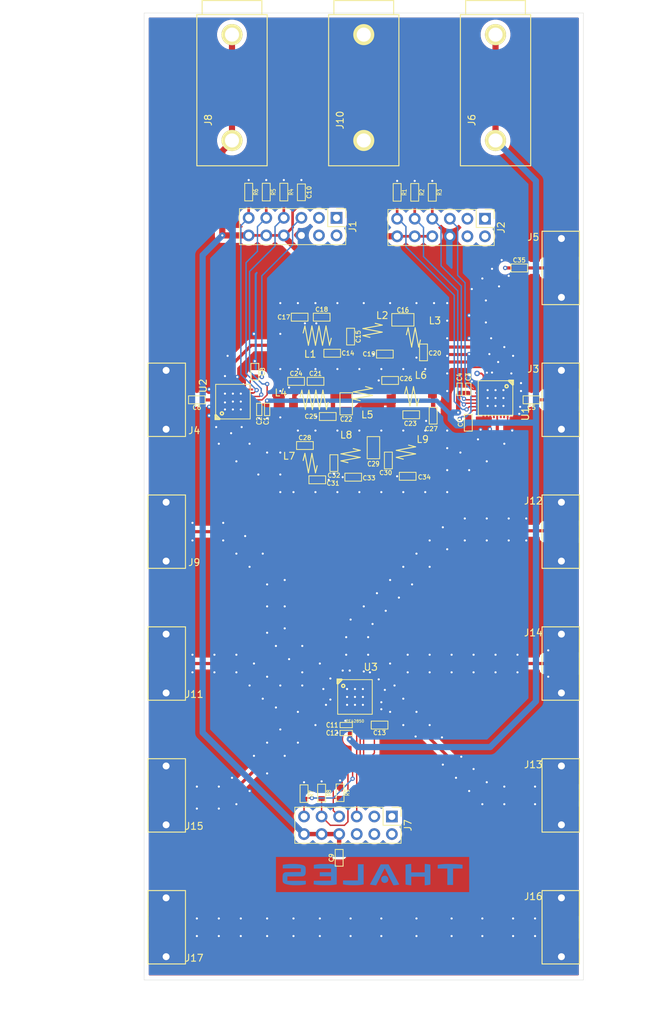
<source format=kicad_pcb>
(kicad_pcb (version 20171130) (host pcbnew "(5.1.7)-1")

  (general
    (thickness 1.6)
    (drawings 10)
    (tracks 914)
    (zones 0)
    (modules 74)
    (nets 57)
  )

  (page A4)
  (layers
    (0 F.Cu signal)
    (1 In1.Cu signal)
    (2 In2.Cu signal)
    (31 B.Cu signal)
    (32 B.Adhes user)
    (33 F.Adhes user)
    (34 B.Paste user)
    (35 F.Paste user)
    (36 B.SilkS user)
    (37 F.SilkS user)
    (38 B.Mask user)
    (39 F.Mask user)
    (40 Dwgs.User user)
    (41 Cmts.User user)
    (42 Eco1.User user)
    (43 Eco2.User user)
    (44 Edge.Cuts user)
    (45 Margin user)
    (46 B.CrtYd user)
    (47 F.CrtYd user)
    (48 B.Fab user)
    (49 F.Fab user)
  )

  (setup
    (last_trace_width 0.2032)
    (user_trace_width 0.2032)
    (user_trace_width 0.254)
    (user_trace_width 0.3048)
    (user_trace_width 0.3556)
    (user_trace_width 0.381)
    (user_trace_width 0.4572)
    (user_trace_width 0.635)
    (user_trace_width 0.889)
    (user_trace_width 1.27)
    (trace_clearance 0.1778)
    (zone_clearance 0.635)
    (zone_45_only no)
    (trace_min 0.2)
    (via_size 0.8)
    (via_drill 0.4)
    (via_min_size 0.4)
    (via_min_drill 0.3)
    (user_via 0.635 0.3048)
    (user_via 0.889 0.508)
    (user_via 1.397 0.8128)
    (uvia_size 0.3)
    (uvia_drill 0.1)
    (uvias_allowed no)
    (uvia_min_size 0.2)
    (uvia_min_drill 0.1)
    (edge_width 0.05)
    (segment_width 0.2)
    (pcb_text_width 0.3)
    (pcb_text_size 1.5 1.5)
    (mod_edge_width 0.12)
    (mod_text_size 1 1)
    (mod_text_width 0.15)
    (pad_size 1.524 1.524)
    (pad_drill 0.762)
    (pad_to_mask_clearance 0)
    (aux_axis_origin 0 0)
    (visible_elements 7FFFFFFF)
    (pcbplotparams
      (layerselection 0x010fc_ffffffff)
      (usegerberextensions false)
      (usegerberattributes true)
      (usegerberadvancedattributes true)
      (creategerberjobfile true)
      (excludeedgelayer true)
      (linewidth 0.100000)
      (plotframeref false)
      (viasonmask false)
      (mode 1)
      (useauxorigin false)
      (hpglpennumber 1)
      (hpglpenspeed 20)
      (hpglpendiameter 15.000000)
      (psnegative false)
      (psa4output false)
      (plotreference true)
      (plotvalue true)
      (plotinvisibletext false)
      (padsonsilk false)
      (subtractmaskfromsilk false)
      (outputformat 1)
      (mirror false)
      (drillshape 1)
      (scaleselection 1)
      (outputdirectory ""))
  )

  (net 0 "")
  (net 1 GND)
  (net 2 "/Harmonic Filters/F2_IN")
  (net 3 "/Harmonic Filters/F1_IN")
  (net 4 "/Harmonic Filters/F3_IN")
  (net 5 "/Harmonic Filters/F2_OUT")
  (net 6 "/Harmonic Filters/F1_OUT")
  (net 7 "/Harmonic Filters/F3_OUT")
  (net 8 "Net-(J1-Pad1)")
  (net 9 "Net-(J2-Pad11)")
  (net 10 "Net-(J2-Pad9)")
  (net 11 "Net-(J2-Pad7)")
  (net 12 "Net-(J2-Pad4)")
  (net 13 "Net-(J2-Pad3)")
  (net 14 "Net-(J2-Pad2)")
  (net 15 "Net-(J2-Pad1)")
  (net 16 "Net-(J7-Pad1)")
  (net 17 "Net-(J9-Pad1)")
  (net 18 "Net-(J11-Pad1)")
  (net 19 "Net-(U1-Pad23)")
  (net 20 +5.0V)
  (net 21 "Net-(C5-Pad2)")
  (net 22 "Net-(C5-Pad1)")
  (net 23 "Net-(C6-Pad2)")
  (net 24 "Net-(C6-Pad1)")
  (net 25 "Net-(C7-Pad1)")
  (net 26 "Net-(C8-Pad1)")
  (net 27 +3.3V)
  (net 28 "Net-(C13-Pad1)")
  (net 29 "Net-(C14-Pad1)")
  (net 30 "Net-(C15-Pad1)")
  (net 31 "Net-(C21-Pad1)")
  (net 32 "Net-(C22-Pad1)")
  (net 33 "Net-(C28-Pad1)")
  (net 34 "Net-(C29-Pad1)")
  (net 35 "Net-(J1-Pad11)")
  (net 36 "Net-(J1-Pad9)")
  (net 37 "Net-(J1-Pad7)")
  (net 38 "Net-(J1-Pad4)")
  (net 39 "Net-(J1-Pad3)")
  (net 40 "Net-(J1-Pad2)")
  (net 41 "Net-(J7-Pad11)")
  (net 42 "Net-(J7-Pad9)")
  (net 43 "Net-(J7-Pad7)")
  (net 44 "Net-(J7-Pad6)")
  (net 45 "Net-(J7-Pad4)")
  (net 46 "Net-(J7-Pad3)")
  (net 47 "Net-(J7-Pad2)")
  (net 48 "Net-(J12-Pad1)")
  (net 49 "Net-(J13-Pad1)")
  (net 50 "Net-(J14-Pad1)")
  (net 51 "Net-(J15-Pad1)")
  (net 52 "Net-(U2-Pad8)")
  (net 53 "Net-(U2-Pad23)")
  (net 54 "Net-(J16-Pad1)")
  (net 55 "Net-(C35-Pad2)")
  (net 56 "Net-(C35-Pad1)")

  (net_class Default "This is the default net class."
    (clearance 0.1778)
    (trace_width 0.2032)
    (via_dia 0.8)
    (via_drill 0.4)
    (uvia_dia 0.3)
    (uvia_drill 0.1)
    (add_net +3.3V)
    (add_net +5.0V)
    (add_net "/Harmonic Filters/F1_IN")
    (add_net "/Harmonic Filters/F1_OUT")
    (add_net "/Harmonic Filters/F2_IN")
    (add_net "/Harmonic Filters/F2_OUT")
    (add_net "/Harmonic Filters/F3_IN")
    (add_net "/Harmonic Filters/F3_OUT")
    (add_net GND)
    (add_net "Net-(C13-Pad1)")
    (add_net "Net-(C14-Pad1)")
    (add_net "Net-(C15-Pad1)")
    (add_net "Net-(C21-Pad1)")
    (add_net "Net-(C22-Pad1)")
    (add_net "Net-(C28-Pad1)")
    (add_net "Net-(C29-Pad1)")
    (add_net "Net-(C35-Pad1)")
    (add_net "Net-(C35-Pad2)")
    (add_net "Net-(C5-Pad1)")
    (add_net "Net-(C5-Pad2)")
    (add_net "Net-(C6-Pad1)")
    (add_net "Net-(C6-Pad2)")
    (add_net "Net-(C7-Pad1)")
    (add_net "Net-(C8-Pad1)")
    (add_net "Net-(J1-Pad1)")
    (add_net "Net-(J1-Pad11)")
    (add_net "Net-(J1-Pad2)")
    (add_net "Net-(J1-Pad3)")
    (add_net "Net-(J1-Pad4)")
    (add_net "Net-(J1-Pad7)")
    (add_net "Net-(J1-Pad9)")
    (add_net "Net-(J11-Pad1)")
    (add_net "Net-(J12-Pad1)")
    (add_net "Net-(J13-Pad1)")
    (add_net "Net-(J14-Pad1)")
    (add_net "Net-(J15-Pad1)")
    (add_net "Net-(J16-Pad1)")
    (add_net "Net-(J2-Pad1)")
    (add_net "Net-(J2-Pad11)")
    (add_net "Net-(J2-Pad2)")
    (add_net "Net-(J2-Pad3)")
    (add_net "Net-(J2-Pad4)")
    (add_net "Net-(J2-Pad7)")
    (add_net "Net-(J2-Pad9)")
    (add_net "Net-(J7-Pad1)")
    (add_net "Net-(J7-Pad11)")
    (add_net "Net-(J7-Pad2)")
    (add_net "Net-(J7-Pad3)")
    (add_net "Net-(J7-Pad4)")
    (add_net "Net-(J7-Pad6)")
    (add_net "Net-(J7-Pad7)")
    (add_net "Net-(J7-Pad9)")
    (add_net "Net-(J9-Pad1)")
    (add_net "Net-(U1-Pad23)")
    (add_net "Net-(U2-Pad23)")
    (add_net "Net-(U2-Pad8)")
  )

  (module t_logos:Thales_26x3_Cu (layer B.Cu) (tedit 0) (tstamp 621826BB)
    (at 113.665 159.385 180)
    (fp_text reference G*** (at 0 0) (layer B.SilkS) hide
      (effects (font (size 1.524 1.524) (thickness 0.3)) (justify mirror))
    )
    (fp_text value LOGO (at 0.75 0) (layer B.SilkS) hide
      (effects (font (size 1.524 1.524) (thickness 0.3)) (justify mirror))
    )
    (fp_poly (pts (xy -1.606395 -0.19994) (xy -1.465662 -0.263242) (xy -1.355686 -0.363027) (xy -1.281167 -0.494616)
      (xy -1.246802 -0.653329) (xy -1.245018 -0.703838) (xy -1.267979 -0.859667) (xy -1.331024 -0.992837)
      (xy -1.426811 -1.098891) (xy -1.547998 -1.17337) (xy -1.687241 -1.211817) (xy -1.837199 -1.209774)
      (xy -1.990528 -1.162785) (xy -1.996428 -1.160003) (xy -2.123401 -1.075463) (xy -2.212265 -0.967203)
      (xy -2.26478 -0.842978) (xy -2.282711 -0.710545) (xy -2.267819 -0.577659) (xy -2.221868 -0.452076)
      (xy -2.146621 -0.341552) (xy -2.043839 -0.253843) (xy -1.915287 -0.196705) (xy -1.77319 -0.1778)
      (xy -1.606395 -0.19994)) (layer B.Cu) (width 0.01))
    (fp_poly (pts (xy -10.807674 1.518841) (xy -10.538211 1.511964) (xy -10.29317 1.499101) (xy -10.06383 1.479834)
      (xy -9.841472 1.45374) (xy -9.68375 1.430948) (xy -9.4234 1.390627) (xy -9.4234 0.8636)
      (xy -10.8204 0.8636) (xy -10.8204 -1.4986) (xy -11.6332 -1.4986) (xy -11.6332 0.8636)
      (xy -13.0048 0.8636) (xy -13.0048 1.391347) (xy -12.914395 1.408307) (xy -12.742398 1.437307)
      (xy -12.560846 1.46099) (xy -12.362114 1.479918) (xy -12.138573 1.494657) (xy -11.882598 1.505771)
      (xy -11.586561 1.513824) (xy -11.454743 1.516323) (xy -11.110278 1.520154) (xy -10.807674 1.518841)) (layer B.Cu) (width 0.01))
    (fp_poly (pts (xy 11.781736 1.517502) (xy 12.073529 1.50429) (xy 12.354663 1.483676) (xy 12.613329 1.456095)
      (xy 12.837714 1.421983) (xy 12.90955 1.407822) (xy 12.9794 1.392964) (xy 12.9794 0.889)
      (xy 10.3632 0.889) (xy 10.3632 0.358524) (xy 11.47445 0.350607) (xy 11.743671 0.348547)
      (xy 11.966954 0.346405) (xy 12.149163 0.343964) (xy 12.295158 0.341004) (xy 12.409803 0.337305)
      (xy 12.497959 0.33265) (xy 12.564488 0.326819) (xy 12.614254 0.319593) (xy 12.652119 0.310754)
      (xy 12.682944 0.300082) (xy 12.693326 0.295717) (xy 12.814369 0.220041) (xy 12.9124 0.1146)
      (xy 12.974191 -0.006006) (xy 12.977872 -0.018355) (xy 12.987947 -0.081455) (xy 12.995589 -0.182309)
      (xy 13.000797 -0.310237) (xy 13.003572 -0.454558) (xy 13.003915 -0.604591) (xy 13.001825 -0.749655)
      (xy 12.997304 -0.879068) (xy 12.990351 -0.98215) (xy 12.980966 -1.048221) (xy 12.977842 -1.058796)
      (xy 12.926614 -1.15377) (xy 12.847272 -1.235947) (xy 12.736094 -1.306861) (xy 12.589359 -1.368043)
      (xy 12.403345 -1.421026) (xy 12.17433 -1.467342) (xy 11.898592 -1.508523) (xy 11.879549 -1.510983)
      (xy 11.720296 -1.526267) (xy 11.522729 -1.537256) (xy 11.29915 -1.543948) (xy 11.061865 -1.546341)
      (xy 10.823175 -1.54443) (xy 10.595386 -1.538213) (xy 10.390801 -1.527686) (xy 10.221723 -1.512847)
      (xy 10.209574 -1.51141) (xy 10.079149 -1.494356) (xy 9.949824 -1.475344) (xy 9.840969 -1.457307)
      (xy 9.796824 -1.448863) (xy 9.652 -1.418798) (xy 9.652 -0.9144) (xy 12.319 -0.9144)
      (xy 12.319 -0.281853) (xy 11.19505 -0.274276) (xy 10.926916 -0.272425) (xy 10.704696 -0.270642)
      (xy 10.523506 -0.268664) (xy 10.378461 -0.26623) (xy 10.264675 -0.263076) (xy 10.177265 -0.25894)
      (xy 10.111345 -0.25356) (xy 10.062031 -0.246672) (xy 10.024437 -0.238014) (xy 9.99368 -0.227323)
      (xy 9.964874 -0.214337) (xy 9.950627 -0.207369) (xy 9.858935 -0.153709) (xy 9.788331 -0.089659)
      (xy 9.736332 -0.008356) (xy 9.700461 0.097068) (xy 9.678235 0.233479) (xy 9.667176 0.407742)
      (xy 9.6647 0.5842) (xy 9.665204 0.736103) (xy 9.667541 0.847337) (xy 9.672946 0.928028)
      (xy 9.682653 0.988305) (xy 9.697898 1.038294) (xy 9.719916 1.088122) (xy 9.7282 1.1049)
      (xy 9.800131 1.214457) (xy 9.89168 1.287369) (xy 9.8933 1.288273) (xy 10.000341 1.334214)
      (xy 10.152322 1.37944) (xy 10.343388 1.42258) (xy 10.567682 1.462261) (xy 10.7442 1.487624)
      (xy 10.960517 1.508373) (xy 11.21342 1.519978) (xy 11.491096 1.522876) (xy 11.781736 1.517502)) (layer B.Cu) (width 0.01))
    (fp_poly (pts (xy 7.086334 1.510365) (xy 7.29705 1.509226) (xy 7.472531 1.506745) (xy 7.620557 1.502447)
      (xy 7.748908 1.495855) (xy 7.865367 1.486492) (xy 7.977714 1.473883) (xy 8.093731 1.457551)
      (xy 8.221198 1.43702) (xy 8.32485 1.419297) (xy 8.4836 1.391786) (xy 8.4836 0.8636)
      (xy 5.9944 0.8636) (xy 5.9944 0.3302) (xy 7.62 0.3302) (xy 7.62 -0.254)
      (xy 5.9944 -0.254) (xy 5.9944 -0.888521) (xy 7.24535 -0.89511) (xy 8.4963 -0.9017)
      (xy 8.503505 -1.159012) (xy 8.51071 -1.416325) (xy 8.351105 -1.445194) (xy 8.219654 -1.468109)
      (xy 8.099515 -1.48665) (xy 7.982743 -1.501346) (xy 7.861393 -1.512728) (xy 7.72752 -1.521326)
      (xy 7.573179 -1.527669) (xy 7.390424 -1.532287) (xy 7.17131 -1.535711) (xy 6.9596 -1.537991)
      (xy 6.653309 -1.5398) (xy 6.393797 -1.53891) (xy 6.177107 -1.535238) (xy 5.999286 -1.528696)
      (xy 5.856379 -1.519199) (xy 5.7912 -1.512682) (xy 5.656194 -1.496155) (xy 5.522524 -1.478081)
      (xy 5.408287 -1.46099) (xy 5.348385 -1.450745) (xy 5.267472 -1.435757) (xy 5.209666 -1.425483)
      (xy 5.189635 -1.4224) (xy 5.188138 -1.397761) (xy 5.186732 -1.326891) (xy 5.185443 -1.21436)
      (xy 5.184296 -1.064734) (xy 5.183319 -0.882584) (xy 5.182536 -0.672479) (xy 5.181974 -0.438987)
      (xy 5.181659 -0.186676) (xy 5.1816 -0.015307) (xy 5.1816 1.391786) (xy 5.34035 1.419297)
      (xy 5.480937 1.44316) (xy 5.60445 1.462479) (xy 5.718669 1.477732) (xy 5.831377 1.489393)
      (xy 5.950353 1.49794) (xy 6.08338 1.503848) (xy 6.238238 1.507595) (xy 6.422708 1.509655)
      (xy 6.644572 1.510507) (xy 6.8326 1.510638) (xy 7.086334 1.510365)) (layer B.Cu) (width 0.01))
    (fp_poly (pts (xy 2.1082 -0.8636) (xy 4.2672 -0.8636) (xy 4.2672 -1.418798) (xy 4.13385 -1.445443)
      (xy 4.007389 -1.469733) (xy 3.892164 -1.489109) (xy 3.779683 -1.504204) (xy 3.661456 -1.515647)
      (xy 3.528991 -1.524068) (xy 3.373796 -1.530099) (xy 3.187381 -1.53437) (xy 2.961254 -1.537512)
      (xy 2.8829 -1.538344) (xy 2.605948 -1.540095) (xy 2.374456 -1.539173) (xy 2.183147 -1.535442)
      (xy 2.026745 -1.528766) (xy 1.899972 -1.519011) (xy 1.834782 -1.51147) (xy 1.706457 -1.493283)
      (xy 1.579736 -1.473548) (xy 1.474084 -1.455367) (xy 1.434732 -1.447723) (xy 1.2954 -1.418798)
      (xy 1.2954 1.4732) (xy 2.1082 1.4732) (xy 2.1082 -0.8636)) (layer B.Cu) (width 0.01))
    (fp_poly (pts (xy -1.748484 1.46733) (xy -1.190607 1.4605) (xy -1.101447 1.2954) (xy -1.040987 1.183857)
      (xy -0.975024 1.062781) (xy -0.928547 0.9779) (xy -0.878081 0.885298) (xy -0.814613 0.767763)
      (xy -0.748908 0.645261) (xy -0.723111 0.5969) (xy -0.657327 0.474357) (xy -0.586811 0.344646)
      (xy -0.523504 0.229682) (xy -0.503909 0.194576) (xy -0.458055 0.111918) (xy -0.423786 0.048306)
      (xy -0.407115 0.014959) (xy -0.4064 0.0127) (xy -0.39486 -0.011667) (xy -0.364252 -0.068994)
      (xy -0.320596 -0.148068) (xy -0.308767 -0.169175) (xy -0.253916 -0.26818) (xy -0.185975 -0.39285)
      (xy -0.115439 -0.523855) (xy -0.076534 -0.5969) (xy -0.021034 -0.700914) (xy 0.026741 -0.789122)
      (xy 0.06123 -0.851334) (xy 0.076035 -0.8763) (xy 0.094413 -0.907681) (xy 0.13107 -0.974203)
      (xy 0.180654 -1.066039) (xy 0.236523 -1.170927) (xy 0.37904 -1.440154) (xy 0.24667 -1.469067)
      (xy 0.14461 -1.487849) (xy 0.013469 -1.507116) (xy -0.129556 -1.524843) (xy -0.267269 -1.539004)
      (xy -0.382474 -1.547575) (xy -0.433657 -1.549191) (xy -0.524413 -1.5494) (xy -1.132157 -0.318108)
      (xy -1.247193 -0.086107) (xy -1.356035 0.131349) (xy -1.456548 0.330136) (xy -1.546597 0.506128)
      (xy -1.624047 0.655201) (xy -1.686764 0.773228) (xy -1.732612 0.856085) (xy -1.759457 0.899647)
      (xy -1.7653 0.905378) (xy -1.781106 0.881787) (xy -1.817231 0.816836) (xy -1.871515 0.714723)
      (xy -1.941798 0.579644) (xy -2.02592 0.415794) (xy -2.121719 0.227372) (xy -2.227035 0.018571)
      (xy -2.339709 -0.20641) (xy -2.399251 -0.325913) (xy -3.007801 -1.5494) (xy -3.123151 -1.546061)
      (xy -3.212256 -1.541122) (xy -3.323752 -1.531787) (xy -3.407768 -1.522971) (xy -3.501828 -1.510086)
      (xy -3.604656 -1.493029) (xy -3.704081 -1.474228) (xy -3.787929 -1.456111) (xy -3.844027 -1.441104)
      (xy -3.8608 -1.432631) (xy -3.849437 -1.40895) (xy -3.818301 -1.349021) (xy -3.771824 -1.261261)
      (xy -3.714439 -1.154084) (xy -3.699059 -1.125523) (xy -3.65037 -1.035031) (xy -3.581472 -0.906724)
      (xy -3.496107 -0.747584) (xy -3.398019 -0.564596) (xy -3.29095 -0.364742) (xy -3.178644 -0.155005)
      (xy -3.064844 0.05763) (xy -3.048114 0.0889) (xy -2.936257 0.297966) (xy -2.826937 0.502259)
      (xy -2.723606 0.695335) (xy -2.629714 0.870746) (xy -2.548712 1.022046) (xy -2.48405 1.142789)
      (xy -2.439179 1.226529) (xy -2.432636 1.23873) (xy -2.30636 1.474159) (xy -1.748484 1.46733)) (layer B.Cu) (width 0.01))
    (fp_poly (pts (xy -7.557542 1.499291) (xy -7.552802 1.431369) (xy -7.548849 1.326511) (xy -7.545899 1.191647)
      (xy -7.544169 1.03371) (xy -7.5438 0.9144) (xy -7.5438 0.3048) (xy -5.588 0.3048)
      (xy -5.588 1.522089) (xy -5.41655 1.509104) (xy -5.308941 1.498453) (xy -5.175968 1.481743)
      (xy -5.042225 1.462132) (xy -5.01015 1.456912) (xy -4.7752 1.417705) (xy -4.7752 -1.442733)
      (xy -4.89585 -1.470351) (xy -4.989726 -1.488442) (xy -5.111862 -1.50737) (xy -5.245284 -1.524999)
      (xy -5.373019 -1.539192) (xy -5.478093 -1.547811) (xy -5.523834 -1.549419) (xy -5.6007 -1.549439)
      (xy -5.593486 -0.927119) (xy -5.586271 -0.3048) (xy -7.5438 -0.3048) (xy -7.5438 -1.5494)
      (xy -7.65175 -1.546061) (xy -7.735341 -1.541216) (xy -7.843417 -1.532001) (xy -7.934187 -1.522466)
      (xy -8.046895 -1.506985) (xy -8.160395 -1.487595) (xy -8.232637 -1.472471) (xy -8.3566 -1.442733)
      (xy -8.3566 1.414317) (xy -8.22325 1.443982) (xy -8.151204 1.456883) (xy -8.044219 1.472371)
      (xy -7.917962 1.488565) (xy -7.788098 1.503581) (xy -7.670292 1.515537) (xy -7.58021 1.522549)
      (xy -7.56285 1.523345) (xy -7.557542 1.499291)) (layer B.Cu) (width 0.01))
  )

  (module t_passive_smd:cap_0402 (layer F.Cu) (tedit 5BB76BB0) (tstamp 62175B65)
    (at 109.855 138.938)
    (descr "SMT capacitor, 0402")
    (path /625ECC47)
    (fp_text reference C12 (at -2.032 0) (layer F.SilkS)
      (effects (font (size 0.6985 0.59944) (thickness 0.130048)))
    )
    (fp_text value 100pF (at 0 0.8636) (layer F.SilkS) hide
      (effects (font (size 0.50038 0.50038) (thickness 0.11938)))
    )
    (fp_line (start -0.8255 -0.381) (end 0.8255 -0.381) (layer F.Fab) (width 0.1))
    (fp_line (start -0.8255 0.381) (end -0.8255 -0.381) (layer F.Fab) (width 0.1))
    (fp_line (start 0.8255 0.381) (end -0.8255 0.381) (layer F.Fab) (width 0.1))
    (fp_line (start 0.8255 -0.381) (end 0.8255 0.381) (layer F.Fab) (width 0.1))
    (fp_line (start 0.889 0.381) (end 0.889 -0.381) (layer F.CrtYd) (width 0.05))
    (fp_line (start -0.889 0.381) (end 0.889 0.381) (layer F.CrtYd) (width 0.05))
    (fp_line (start -0.889 -0.381) (end -0.889 0.381) (layer F.CrtYd) (width 0.05))
    (fp_line (start 0.889 -0.381) (end -0.889 -0.381) (layer F.CrtYd) (width 0.05))
    (fp_line (start 0.889 -0.381) (end -0.889 -0.381) (layer F.SilkS) (width 0.127))
    (fp_line (start 0.889 0.381) (end 0.889 -0.381) (layer F.SilkS) (width 0.127))
    (fp_line (start -0.889 0.381) (end 0.889 0.381) (layer F.SilkS) (width 0.127))
    (fp_line (start -0.889 -0.381) (end -0.889 0.381) (layer F.SilkS) (width 0.127))
    (fp_text user %R (at 0.0635 0) (layer F.Fab)
      (effects (font (size 0.4 0.4) (thickness 0.05)))
    )
    (pad 2 smd rect (at -0.55 0) (size 0.5 0.6) (layers F.Cu F.Paste F.Mask)
      (net 1 GND))
    (pad 1 smd rect (at 0.55 0) (size 0.5 0.6) (layers F.Cu F.Paste F.Mask)
      (net 20 +5.0V))
    (model ${T_LIBS}/3d/t_passive_smd/cap_0402.stp
      (offset (xyz 0 0 0.04999999924907534))
      (scale (xyz 1 1 1))
      (rotate (xyz 0 0 0))
    )
  )

  (module t_passive_smd:cap_0402 (layer F.Cu) (tedit 5BB76BB0) (tstamp 62175B51)
    (at 109.855 137.795)
    (descr "SMT capacitor, 0402")
    (path /625ECC41)
    (fp_text reference C11 (at -2.032 0) (layer F.SilkS)
      (effects (font (size 0.6985 0.59944) (thickness 0.130048)))
    )
    (fp_text value 0.1uF (at 0 0.8636) (layer F.SilkS) hide
      (effects (font (size 0.50038 0.50038) (thickness 0.11938)))
    )
    (fp_line (start -0.8255 -0.381) (end 0.8255 -0.381) (layer F.Fab) (width 0.1))
    (fp_line (start -0.8255 0.381) (end -0.8255 -0.381) (layer F.Fab) (width 0.1))
    (fp_line (start 0.8255 0.381) (end -0.8255 0.381) (layer F.Fab) (width 0.1))
    (fp_line (start 0.8255 -0.381) (end 0.8255 0.381) (layer F.Fab) (width 0.1))
    (fp_line (start 0.889 0.381) (end 0.889 -0.381) (layer F.CrtYd) (width 0.05))
    (fp_line (start -0.889 0.381) (end 0.889 0.381) (layer F.CrtYd) (width 0.05))
    (fp_line (start -0.889 -0.381) (end -0.889 0.381) (layer F.CrtYd) (width 0.05))
    (fp_line (start 0.889 -0.381) (end -0.889 -0.381) (layer F.CrtYd) (width 0.05))
    (fp_line (start 0.889 -0.381) (end -0.889 -0.381) (layer F.SilkS) (width 0.127))
    (fp_line (start 0.889 0.381) (end 0.889 -0.381) (layer F.SilkS) (width 0.127))
    (fp_line (start -0.889 0.381) (end 0.889 0.381) (layer F.SilkS) (width 0.127))
    (fp_line (start -0.889 -0.381) (end -0.889 0.381) (layer F.SilkS) (width 0.127))
    (fp_text user %R (at 0.0635 0) (layer F.Fab)
      (effects (font (size 0.4 0.4) (thickness 0.05)))
    )
    (pad 2 smd rect (at -0.55 0) (size 0.5 0.6) (layers F.Cu F.Paste F.Mask)
      (net 1 GND))
    (pad 1 smd rect (at 0.55 0) (size 0.5 0.6) (layers F.Cu F.Paste F.Mask)
      (net 20 +5.0V))
    (model ${T_LIBS}/3d/t_passive_smd/cap_0402.stp
      (offset (xyz 0 0 0.04999999924907534))
      (scale (xyz 1 1 1))
      (rotate (xyz 0 0 0))
    )
  )

  (module t_passive_smd:cap_0402 (layer F.Cu) (tedit 5BB76BB0) (tstamp 62175AC5)
    (at 126.238 89.281 270)
    (descr "SMT capacitor, 0402")
    (path /625D994B)
    (fp_text reference C4 (at -1.778 0 90) (layer F.SilkS)
      (effects (font (size 0.6985 0.59944) (thickness 0.130048)))
    )
    (fp_text value 100pF (at 0 0.8636 90) (layer F.SilkS) hide
      (effects (font (size 0.50038 0.50038) (thickness 0.11938)))
    )
    (fp_line (start -0.8255 -0.381) (end 0.8255 -0.381) (layer F.Fab) (width 0.1))
    (fp_line (start -0.8255 0.381) (end -0.8255 -0.381) (layer F.Fab) (width 0.1))
    (fp_line (start 0.8255 0.381) (end -0.8255 0.381) (layer F.Fab) (width 0.1))
    (fp_line (start 0.8255 -0.381) (end 0.8255 0.381) (layer F.Fab) (width 0.1))
    (fp_line (start 0.889 0.381) (end 0.889 -0.381) (layer F.CrtYd) (width 0.05))
    (fp_line (start -0.889 0.381) (end 0.889 0.381) (layer F.CrtYd) (width 0.05))
    (fp_line (start -0.889 -0.381) (end -0.889 0.381) (layer F.CrtYd) (width 0.05))
    (fp_line (start 0.889 -0.381) (end -0.889 -0.381) (layer F.CrtYd) (width 0.05))
    (fp_line (start 0.889 -0.381) (end -0.889 -0.381) (layer F.SilkS) (width 0.127))
    (fp_line (start 0.889 0.381) (end 0.889 -0.381) (layer F.SilkS) (width 0.127))
    (fp_line (start -0.889 0.381) (end 0.889 0.381) (layer F.SilkS) (width 0.127))
    (fp_line (start -0.889 -0.381) (end -0.889 0.381) (layer F.SilkS) (width 0.127))
    (fp_text user %R (at 0.0635 0 90) (layer F.Fab)
      (effects (font (size 0.4 0.4) (thickness 0.05)))
    )
    (pad 2 smd rect (at -0.55 0 270) (size 0.5 0.6) (layers F.Cu F.Paste F.Mask)
      (net 1 GND))
    (pad 1 smd rect (at 0.55 0 270) (size 0.5 0.6) (layers F.Cu F.Paste F.Mask)
      (net 20 +5.0V))
    (model ${T_LIBS}/3d/t_passive_smd/cap_0402.stp
      (offset (xyz 0 0 0.04999999924907534))
      (scale (xyz 1 1 1))
      (rotate (xyz 0 0 0))
    )
  )

  (module t_passive_smd:cap_0402 (layer F.Cu) (tedit 5BB76BB0) (tstamp 62175AB1)
    (at 127.508 89.281 270)
    (descr "SMT capacitor, 0402")
    (path /625D9945)
    (fp_text reference C3 (at -1.778 0 90) (layer F.SilkS)
      (effects (font (size 0.6985 0.59944) (thickness 0.130048)))
    )
    (fp_text value 0.1uF (at 0 0.8636 90) (layer F.SilkS) hide
      (effects (font (size 0.50038 0.50038) (thickness 0.11938)))
    )
    (fp_line (start -0.8255 -0.381) (end 0.8255 -0.381) (layer F.Fab) (width 0.1))
    (fp_line (start -0.8255 0.381) (end -0.8255 -0.381) (layer F.Fab) (width 0.1))
    (fp_line (start 0.8255 0.381) (end -0.8255 0.381) (layer F.Fab) (width 0.1))
    (fp_line (start 0.8255 -0.381) (end 0.8255 0.381) (layer F.Fab) (width 0.1))
    (fp_line (start 0.889 0.381) (end 0.889 -0.381) (layer F.CrtYd) (width 0.05))
    (fp_line (start -0.889 0.381) (end 0.889 0.381) (layer F.CrtYd) (width 0.05))
    (fp_line (start -0.889 -0.381) (end -0.889 0.381) (layer F.CrtYd) (width 0.05))
    (fp_line (start 0.889 -0.381) (end -0.889 -0.381) (layer F.CrtYd) (width 0.05))
    (fp_line (start 0.889 -0.381) (end -0.889 -0.381) (layer F.SilkS) (width 0.127))
    (fp_line (start 0.889 0.381) (end 0.889 -0.381) (layer F.SilkS) (width 0.127))
    (fp_line (start -0.889 0.381) (end 0.889 0.381) (layer F.SilkS) (width 0.127))
    (fp_line (start -0.889 -0.381) (end -0.889 0.381) (layer F.SilkS) (width 0.127))
    (fp_text user %R (at 0.0635 0 90) (layer F.Fab)
      (effects (font (size 0.4 0.4) (thickness 0.05)))
    )
    (pad 2 smd rect (at -0.55 0 270) (size 0.5 0.6) (layers F.Cu F.Paste F.Mask)
      (net 1 GND))
    (pad 1 smd rect (at 0.55 0 270) (size 0.5 0.6) (layers F.Cu F.Paste F.Mask)
      (net 20 +5.0V))
    (model ${T_LIBS}/3d/t_passive_smd/cap_0402.stp
      (offset (xyz 0 0 0.04999999924907534))
      (scale (xyz 1 1 1))
      (rotate (xyz 0 0 0))
    )
  )

  (module t_passive_smd:cap_0402 (layer F.Cu) (tedit 5BB76BB0) (tstamp 6217F8FF)
    (at 97.282 92.202 90)
    (descr "SMT capacitor, 0402")
    (path /625C677D)
    (fp_text reference C2 (at -1.651 0 90) (layer F.SilkS)
      (effects (font (size 0.6985 0.59944) (thickness 0.130048)))
    )
    (fp_text value 100pF (at 0 0.8636 90) (layer F.SilkS) hide
      (effects (font (size 0.50038 0.50038) (thickness 0.11938)))
    )
    (fp_line (start -0.8255 -0.381) (end 0.8255 -0.381) (layer F.Fab) (width 0.1))
    (fp_line (start -0.8255 0.381) (end -0.8255 -0.381) (layer F.Fab) (width 0.1))
    (fp_line (start 0.8255 0.381) (end -0.8255 0.381) (layer F.Fab) (width 0.1))
    (fp_line (start 0.8255 -0.381) (end 0.8255 0.381) (layer F.Fab) (width 0.1))
    (fp_line (start 0.889 0.381) (end 0.889 -0.381) (layer F.CrtYd) (width 0.05))
    (fp_line (start -0.889 0.381) (end 0.889 0.381) (layer F.CrtYd) (width 0.05))
    (fp_line (start -0.889 -0.381) (end -0.889 0.381) (layer F.CrtYd) (width 0.05))
    (fp_line (start 0.889 -0.381) (end -0.889 -0.381) (layer F.CrtYd) (width 0.05))
    (fp_line (start 0.889 -0.381) (end -0.889 -0.381) (layer F.SilkS) (width 0.127))
    (fp_line (start 0.889 0.381) (end 0.889 -0.381) (layer F.SilkS) (width 0.127))
    (fp_line (start -0.889 0.381) (end 0.889 0.381) (layer F.SilkS) (width 0.127))
    (fp_line (start -0.889 -0.381) (end -0.889 0.381) (layer F.SilkS) (width 0.127))
    (fp_text user %R (at 0.0635 0 90) (layer F.Fab)
      (effects (font (size 0.4 0.4) (thickness 0.05)))
    )
    (pad 2 smd rect (at -0.55 0 90) (size 0.5 0.6) (layers F.Cu F.Paste F.Mask)
      (net 1 GND))
    (pad 1 smd rect (at 0.55 0 90) (size 0.5 0.6) (layers F.Cu F.Paste F.Mask)
      (net 20 +5.0V))
    (model ${T_LIBS}/3d/t_passive_smd/cap_0402.stp
      (offset (xyz 0 0 0.04999999924907534))
      (scale (xyz 1 1 1))
      (rotate (xyz 0 0 0))
    )
  )

  (module t_passive_smd:cap_0402 (layer F.Cu) (tedit 5BB76BB0) (tstamp 62179E7A)
    (at 98.425 92.202 90)
    (descr "SMT capacitor, 0402")
    (path /625C6777)
    (fp_text reference C1 (at -1.651 -0.127 90) (layer F.SilkS)
      (effects (font (size 0.6985 0.59944) (thickness 0.130048)))
    )
    (fp_text value 0.1uF (at 0 0.8636 90) (layer F.SilkS) hide
      (effects (font (size 0.50038 0.50038) (thickness 0.11938)))
    )
    (fp_line (start -0.8255 -0.381) (end 0.8255 -0.381) (layer F.Fab) (width 0.1))
    (fp_line (start -0.8255 0.381) (end -0.8255 -0.381) (layer F.Fab) (width 0.1))
    (fp_line (start 0.8255 0.381) (end -0.8255 0.381) (layer F.Fab) (width 0.1))
    (fp_line (start 0.8255 -0.381) (end 0.8255 0.381) (layer F.Fab) (width 0.1))
    (fp_line (start 0.889 0.381) (end 0.889 -0.381) (layer F.CrtYd) (width 0.05))
    (fp_line (start -0.889 0.381) (end 0.889 0.381) (layer F.CrtYd) (width 0.05))
    (fp_line (start -0.889 -0.381) (end -0.889 0.381) (layer F.CrtYd) (width 0.05))
    (fp_line (start 0.889 -0.381) (end -0.889 -0.381) (layer F.CrtYd) (width 0.05))
    (fp_line (start 0.889 -0.381) (end -0.889 -0.381) (layer F.SilkS) (width 0.127))
    (fp_line (start 0.889 0.381) (end 0.889 -0.381) (layer F.SilkS) (width 0.127))
    (fp_line (start -0.889 0.381) (end 0.889 0.381) (layer F.SilkS) (width 0.127))
    (fp_line (start -0.889 -0.381) (end -0.889 0.381) (layer F.SilkS) (width 0.127))
    (fp_text user %R (at 0.0635 0 90) (layer F.Fab)
      (effects (font (size 0.4 0.4) (thickness 0.05)))
    )
    (pad 2 smd rect (at -0.55 0 90) (size 0.5 0.6) (layers F.Cu F.Paste F.Mask)
      (net 1 GND))
    (pad 1 smd rect (at 0.55 0 90) (size 0.5 0.6) (layers F.Cu F.Paste F.Mask)
      (net 20 +5.0V))
    (model ${T_LIBS}/3d/t_passive_smd/cap_0402.stp
      (offset (xyz 0 0 0.04999999924907534))
      (scale (xyz 1 1 1))
      (rotate (xyz 0 0 0))
    )
  )

  (module t_passive_smd:cap_0603 (layer F.Cu) (tedit 5CF041F7) (tstamp 6217B84C)
    (at 134.874 71.755)
    (descr "SMT resistor, 0603")
    (path /62CB2A3B)
    (attr smd)
    (fp_text reference C35 (at 0 -1.1176) (layer F.SilkS)
      (effects (font (size 0.635 0.635) (thickness 0.127)))
    )
    (fp_text value C_small (at 0 1.016) (layer F.SilkS) hide
      (effects (font (size 0.6 0.6) (thickness 0.1)))
    )
    (fp_line (start -1.0795 0.508) (end -1.0795 -0.508) (layer F.Fab) (width 0.1))
    (fp_line (start 1.0795 0.508) (end -1.0795 0.508) (layer F.Fab) (width 0.1))
    (fp_line (start 1.0795 -0.508) (end 1.0795 0.508) (layer F.Fab) (width 0.1))
    (fp_line (start -1.0795 -0.508) (end 1.0795 -0.508) (layer F.Fab) (width 0.1))
    (fp_line (start -1.2065 -0.5715) (end 1.2065 -0.5715) (layer F.CrtYd) (width 0.05))
    (fp_line (start -1.2065 0.5715) (end -1.2065 -0.5715) (layer F.CrtYd) (width 0.05))
    (fp_line (start 1.2065 0.5715) (end -1.2065 0.5715) (layer F.CrtYd) (width 0.05))
    (fp_line (start 1.2065 0.508) (end 1.2065 0.5715) (layer F.CrtYd) (width 0.05))
    (fp_line (start 1.2065 -0.5715) (end 1.2065 0.508) (layer F.CrtYd) (width 0.05))
    (fp_line (start -1.2065 0.5715) (end -1.2065 -0.5715) (layer F.SilkS) (width 0.127))
    (fp_line (start 1.2065 0.5715) (end -1.2065 0.5715) (layer F.SilkS) (width 0.127))
    (fp_line (start 1.2065 -0.5715) (end 1.2065 0.5715) (layer F.SilkS) (width 0.127))
    (fp_line (start -1.2065 -0.5715) (end 1.2065 -0.5715) (layer F.SilkS) (width 0.127))
    (fp_text user %R (at 0.254 0.0635) (layer F.Fab)
      (effects (font (size 0.6 0.6) (thickness 0.07)))
    )
    (pad 2 smd rect (at -0.75 0) (size 0.7 0.9) (layers F.Cu F.Paste F.Mask)
      (net 55 "Net-(C35-Pad2)"))
    (pad 1 smd rect (at 0.75 0) (size 0.7 0.9) (layers F.Cu F.Paste F.Mask)
      (net 56 "Net-(C35-Pad1)"))
    (model ${T_LIBS}/3d/t_passive_smd/cap_0603.stp
      (offset (xyz 0 0 0.04999999924907534))
      (scale (xyz 1 1 1))
      (rotate (xyz 0 0 0))
    )
  )

  (module t_RF_conn:SMA_Edge_1 (layer F.Cu) (tedit 62165ADF) (tstamp 62178BC1)
    (at 83.82 167.005 90)
    (path /62BAF33A)
    (fp_text reference J17 (at -4.445 4.064) (layer F.SilkS)
      (effects (font (size 1 1) (thickness 0.15)))
    )
    (fp_text value SMA_Edge (at 0.2 -1.3 90) (layer F.Fab)
      (effects (font (size 1 1) (thickness 0.15)))
    )
    (fp_line (start -5.3 -2.6) (end 5.3 -2.6) (layer F.SilkS) (width 0.15))
    (fp_line (start 5.3 -2.6) (end 5.3 2.8) (layer F.SilkS) (width 0.15))
    (fp_line (start 5.3 2.8) (end -5.3 2.8) (layer F.SilkS) (width 0.15))
    (fp_line (start -5.3 2.8) (end -5.3 -2.6) (layer F.SilkS) (width 0.15))
    (fp_line (start -5.3 -2.6) (end -5.3 -2.6) (layer F.SilkS) (width 0.15))
    (fp_line (start -5.3 -2.6) (end -5.3 -4.8) (layer Dwgs.User) (width 0.15))
    (fp_line (start -5.3 -4.8) (end 5.3 -4.8) (layer Dwgs.User) (width 0.15))
    (fp_line (start 5.3 -4.8) (end 5.3 -2.6) (layer Dwgs.User) (width 0.15))
    (fp_line (start 5.3 -2.6) (end 5.3 -2.6) (layer F.SilkS) (width 0.15))
    (fp_line (start -3.5 -4.8) (end -3.5 -11.8) (layer Dwgs.User) (width 0.15))
    (fp_line (start -3.5 -11.8) (end -2.7 -12.6) (layer Dwgs.User) (width 0.15))
    (fp_line (start -2.7 -12.6) (end 2.6 -12.6) (layer Dwgs.User) (width 0.15))
    (fp_line (start 2.6 -12.6) (end 3.4 -11.8) (layer Dwgs.User) (width 0.15))
    (fp_line (start 3.4 -11.8) (end 3.4 -4.9) (layer Dwgs.User) (width 0.15))
    (pad 3 thru_hole rect (at 4.25 0 90) (size 1.4 5) (drill 1) (layers *.Cu *.Mask)
      (net 1 GND))
    (pad 2 thru_hole rect (at -4.25 0 90) (size 1.4 5) (drill 1) (layers *.Cu *.Mask)
      (net 1 GND))
    (pad 1 smd rect (at 0 0 90) (size 1.8 5) (layers F.Cu F.Paste F.Mask)
      (net 54 "Net-(J16-Pad1)"))
    (model ${T_LIBS}/3d/t_RF_conn/32K145-400L5.stp
      (offset (xyz 0 0.4999999924907534 0))
      (scale (xyz 1 1 1))
      (rotate (xyz 0 0 -90))
    )
  )

  (module t_RF_conn:SMA_Edge_1 (layer F.Cu) (tedit 62165ADF) (tstamp 62178BAC)
    (at 140.97 167.005 270)
    (path /62BD24DF)
    (fp_text reference J16 (at -4.445 4.064) (layer F.SilkS)
      (effects (font (size 1 1) (thickness 0.15)))
    )
    (fp_text value SMA_Edge (at 0.2 -1.3 90) (layer F.Fab)
      (effects (font (size 1 1) (thickness 0.15)))
    )
    (fp_line (start -5.3 -2.6) (end 5.3 -2.6) (layer F.SilkS) (width 0.15))
    (fp_line (start 5.3 -2.6) (end 5.3 2.8) (layer F.SilkS) (width 0.15))
    (fp_line (start 5.3 2.8) (end -5.3 2.8) (layer F.SilkS) (width 0.15))
    (fp_line (start -5.3 2.8) (end -5.3 -2.6) (layer F.SilkS) (width 0.15))
    (fp_line (start -5.3 -2.6) (end -5.3 -2.6) (layer F.SilkS) (width 0.15))
    (fp_line (start -5.3 -2.6) (end -5.3 -4.8) (layer Dwgs.User) (width 0.15))
    (fp_line (start -5.3 -4.8) (end 5.3 -4.8) (layer Dwgs.User) (width 0.15))
    (fp_line (start 5.3 -4.8) (end 5.3 -2.6) (layer Dwgs.User) (width 0.15))
    (fp_line (start 5.3 -2.6) (end 5.3 -2.6) (layer F.SilkS) (width 0.15))
    (fp_line (start -3.5 -4.8) (end -3.5 -11.8) (layer Dwgs.User) (width 0.15))
    (fp_line (start -3.5 -11.8) (end -2.7 -12.6) (layer Dwgs.User) (width 0.15))
    (fp_line (start -2.7 -12.6) (end 2.6 -12.6) (layer Dwgs.User) (width 0.15))
    (fp_line (start 2.6 -12.6) (end 3.4 -11.8) (layer Dwgs.User) (width 0.15))
    (fp_line (start 3.4 -11.8) (end 3.4 -4.9) (layer Dwgs.User) (width 0.15))
    (pad 3 thru_hole rect (at 4.25 0 270) (size 1.4 5) (drill 1) (layers *.Cu *.Mask)
      (net 1 GND))
    (pad 2 thru_hole rect (at -4.25 0 270) (size 1.4 5) (drill 1) (layers *.Cu *.Mask)
      (net 1 GND))
    (pad 1 smd rect (at 0 0 270) (size 1.8 5) (layers F.Cu F.Paste F.Mask)
      (net 54 "Net-(J16-Pad1)"))
    (model ${T_LIBS}/3d/t_RF_conn/32K145-400L5.stp
      (offset (xyz 0 0.4999999924907534 0))
      (scale (xyz 1 1 1))
      (rotate (xyz 0 0 -90))
    )
  )

  (module t_connectors:Banana_Horiz_Blk (layer F.Cu) (tedit 565486E4) (tstamp 62175E14)
    (at 112.395 45.6946 90)
    (path /62534AB7)
    (fp_text reference J10 (at -4.699 -3.429 90) (layer F.SilkS)
      (effects (font (size 1 1) (thickness 0.15)))
    )
    (fp_text value BANANA_JACK_Black (at 0 -0.5 90) (layer F.Fab) hide
      (effects (font (size 1 1) (thickness 0.15)))
    )
    (fp_line (start -11.303 5.08) (end -11.303 -5.08) (layer F.SilkS) (width 0.15))
    (fp_line (start 10.541 5.08) (end -11.303 5.08) (layer F.SilkS) (width 0.15))
    (fp_line (start 10.541 -5.08) (end 10.541 5.08) (layer F.SilkS) (width 0.15))
    (fp_line (start -11.303 -5.08) (end 10.541 -5.08) (layer F.SilkS) (width 0.15))
    (fp_line (start 10.541 -4.318) (end 12.573 -4.318) (layer F.SilkS) (width 0.15))
    (fp_line (start 12.573 -4.318) (end 12.573 4.318) (layer F.SilkS) (width 0.15))
    (fp_line (start 12.573 4.318) (end 10.541 4.318) (layer F.SilkS) (width 0.15))
    (pad 1 thru_hole circle (at 7.6454 0 90) (size 3.048 3.048) (drill 2.032) (layers *.Cu *.Mask F.SilkS)
      (net 1 GND))
    (pad 2 thru_hole circle (at -7.6454 0 90) (size 3.048 3.048) (drill 2.032) (layers *.Cu *.Mask F.SilkS)
      (net 1 GND))
    (model ${T_LIBS}/3d/t_connectors/AB2_90DEG_4MM_JACK_PTH-BLK.wrl
      (offset (xyz -11.04899983406067 -4.825999927520752 0))
      (scale (xyz 1 1 1))
      (rotate (xyz -90 0 0))
    )
  )

  (module t_connectors:Banana_Horiz_Yel (layer F.Cu) (tedit 56548771) (tstamp 621799D1)
    (at 93.345 45.6946 90)
    (path /623F51B5)
    (fp_text reference J8 (at -4.699 -3.429 90) (layer F.SilkS)
      (effects (font (size 1 1) (thickness 0.15)))
    )
    (fp_text value BANANA_JACK_Yellow (at 0 -0.5 90) (layer F.Fab) hide
      (effects (font (size 1 1) (thickness 0.15)))
    )
    (fp_line (start -11.303 5.08) (end -11.303 -5.08) (layer F.SilkS) (width 0.15))
    (fp_line (start 10.541 5.08) (end -11.303 5.08) (layer F.SilkS) (width 0.15))
    (fp_line (start 10.541 -5.08) (end 10.541 5.08) (layer F.SilkS) (width 0.15))
    (fp_line (start -11.303 -5.08) (end 10.541 -5.08) (layer F.SilkS) (width 0.15))
    (fp_line (start 10.541 -4.318) (end 12.573 -4.318) (layer F.SilkS) (width 0.15))
    (fp_line (start 12.573 -4.318) (end 12.573 4.318) (layer F.SilkS) (width 0.15))
    (fp_line (start 12.573 4.318) (end 10.541 4.318) (layer F.SilkS) (width 0.15))
    (pad 1 thru_hole circle (at 7.6454 0 90) (size 3.048 3.048) (drill 2.032) (layers *.Cu *.Mask F.SilkS)
      (net 27 +3.3V))
    (pad 2 thru_hole circle (at -7.6454 0 90) (size 3.048 3.048) (drill 2.032) (layers *.Cu *.Mask F.SilkS)
      (net 27 +3.3V))
    (model ${T_LIBS}/3d/t_connectors/AB2_90DEG_4MM_JACK_PTH-YEL.wrl
      (at (xyz 0 0 0))
      (scale (xyz 0.394 0.394 0.394))
      (rotate (xyz 0 0 0))
    )
  )

  (module t_connectors:Banana_Horiz_Red (layer F.Cu) (tedit 56548724) (tstamp 62175DC5)
    (at 131.445 45.6946 90)
    (path /623F4255)
    (fp_text reference J6 (at -4.699 -3.429 90) (layer F.SilkS)
      (effects (font (size 1 1) (thickness 0.15)))
    )
    (fp_text value BANANA_JACK_Red (at 0 -0.5 90) (layer F.Fab) hide
      (effects (font (size 1 1) (thickness 0.15)))
    )
    (fp_line (start -11.303 5.08) (end -11.303 -5.08) (layer F.SilkS) (width 0.15))
    (fp_line (start 10.541 5.08) (end -11.303 5.08) (layer F.SilkS) (width 0.15))
    (fp_line (start 10.541 -5.08) (end 10.541 5.08) (layer F.SilkS) (width 0.15))
    (fp_line (start -11.303 -5.08) (end 10.541 -5.08) (layer F.SilkS) (width 0.15))
    (fp_line (start 10.541 -4.318) (end 12.573 -4.318) (layer F.SilkS) (width 0.15))
    (fp_line (start 12.573 -4.318) (end 12.573 4.318) (layer F.SilkS) (width 0.15))
    (fp_line (start 12.573 4.318) (end 10.541 4.318) (layer F.SilkS) (width 0.15))
    (pad 1 thru_hole circle (at 7.6454 0 90) (size 3.048 3.048) (drill 2.032) (layers *.Cu *.Mask F.SilkS)
      (net 20 +5.0V))
    (pad 2 thru_hole circle (at -7.6454 0 90) (size 3.048 3.048) (drill 2.032) (layers *.Cu *.Mask F.SilkS)
      (net 20 +5.0V))
    (model ${T_LIBS}/3d/t_connectors/AB2_90DEG_4MM_JACK_PTH-RED.wrl
      (at (xyz 0 0 0))
      (scale (xyz 0.394 0.394 0.394))
      (rotate (xyz 0 0 0))
    )
  )

  (module t_RF_conn:SMA_Edge_1 (layer F.Cu) (tedit 62165ADF) (tstamp 62175DB8)
    (at 140.97 71.755 270)
    (path /6243CDA9)
    (fp_text reference J5 (at -4.445 4.064) (layer F.SilkS)
      (effects (font (size 1 1) (thickness 0.15)))
    )
    (fp_text value SMA_Edge (at 0.2 -1.3 90) (layer F.Fab)
      (effects (font (size 1 1) (thickness 0.15)))
    )
    (fp_line (start -5.3 -2.6) (end 5.3 -2.6) (layer F.SilkS) (width 0.15))
    (fp_line (start 5.3 -2.6) (end 5.3 2.8) (layer F.SilkS) (width 0.15))
    (fp_line (start 5.3 2.8) (end -5.3 2.8) (layer F.SilkS) (width 0.15))
    (fp_line (start -5.3 2.8) (end -5.3 -2.6) (layer F.SilkS) (width 0.15))
    (fp_line (start -5.3 -2.6) (end -5.3 -2.6) (layer F.SilkS) (width 0.15))
    (fp_line (start -5.3 -2.6) (end -5.3 -4.8) (layer Dwgs.User) (width 0.15))
    (fp_line (start -5.3 -4.8) (end 5.3 -4.8) (layer Dwgs.User) (width 0.15))
    (fp_line (start 5.3 -4.8) (end 5.3 -2.6) (layer Dwgs.User) (width 0.15))
    (fp_line (start 5.3 -2.6) (end 5.3 -2.6) (layer F.SilkS) (width 0.15))
    (fp_line (start -3.5 -4.8) (end -3.5 -11.8) (layer Dwgs.User) (width 0.15))
    (fp_line (start -3.5 -11.8) (end -2.7 -12.6) (layer Dwgs.User) (width 0.15))
    (fp_line (start -2.7 -12.6) (end 2.6 -12.6) (layer Dwgs.User) (width 0.15))
    (fp_line (start 2.6 -12.6) (end 3.4 -11.8) (layer Dwgs.User) (width 0.15))
    (fp_line (start 3.4 -11.8) (end 3.4 -4.9) (layer Dwgs.User) (width 0.15))
    (pad 3 thru_hole rect (at 4.25 0 270) (size 1.4 5) (drill 1) (layers *.Cu *.Mask)
      (net 1 GND))
    (pad 2 thru_hole rect (at -4.25 0 270) (size 1.4 5) (drill 1) (layers *.Cu *.Mask)
      (net 1 GND))
    (pad 1 smd rect (at 0 0 270) (size 1.8 5) (layers F.Cu F.Paste F.Mask)
      (net 56 "Net-(C35-Pad1)"))
    (model ${T_LIBS}/3d/t_RF_conn/32K145-400L5.stp
      (offset (xyz 0 0.4999999924907534 0))
      (scale (xyz 1 1 1))
      (rotate (xyz 0 0 -90))
    )
  )

  (module t_passive_smd:cap_0603 (layer F.Cu) (tedit 5CF041F7) (tstamp 62175B79)
    (at 114.681 137.795 180)
    (descr "SMT resistor, 0603")
    (path /629E2717)
    (attr smd)
    (fp_text reference C13 (at 0 -1.1176) (layer F.SilkS)
      (effects (font (size 0.635 0.635) (thickness 0.127)))
    )
    (fp_text value 0.1uF (at 0 1.016) (layer F.SilkS) hide
      (effects (font (size 0.6 0.6) (thickness 0.1)))
    )
    (fp_line (start -1.0795 0.508) (end -1.0795 -0.508) (layer F.Fab) (width 0.1))
    (fp_line (start 1.0795 0.508) (end -1.0795 0.508) (layer F.Fab) (width 0.1))
    (fp_line (start 1.0795 -0.508) (end 1.0795 0.508) (layer F.Fab) (width 0.1))
    (fp_line (start -1.0795 -0.508) (end 1.0795 -0.508) (layer F.Fab) (width 0.1))
    (fp_line (start -1.2065 -0.5715) (end 1.2065 -0.5715) (layer F.CrtYd) (width 0.05))
    (fp_line (start -1.2065 0.5715) (end -1.2065 -0.5715) (layer F.CrtYd) (width 0.05))
    (fp_line (start 1.2065 0.5715) (end -1.2065 0.5715) (layer F.CrtYd) (width 0.05))
    (fp_line (start 1.2065 0.508) (end 1.2065 0.5715) (layer F.CrtYd) (width 0.05))
    (fp_line (start 1.2065 -0.5715) (end 1.2065 0.508) (layer F.CrtYd) (width 0.05))
    (fp_line (start -1.2065 0.5715) (end -1.2065 -0.5715) (layer F.SilkS) (width 0.127))
    (fp_line (start 1.2065 0.5715) (end -1.2065 0.5715) (layer F.SilkS) (width 0.127))
    (fp_line (start 1.2065 -0.5715) (end 1.2065 0.5715) (layer F.SilkS) (width 0.127))
    (fp_line (start -1.2065 -0.5715) (end 1.2065 -0.5715) (layer F.SilkS) (width 0.127))
    (fp_text user %R (at 0.254 0.0635) (layer F.Fab)
      (effects (font (size 0.6 0.6) (thickness 0.07)))
    )
    (pad 2 smd rect (at -0.75 0 180) (size 0.7 0.9) (layers F.Cu F.Paste F.Mask)
      (net 1 GND))
    (pad 1 smd rect (at 0.75 0 180) (size 0.7 0.9) (layers F.Cu F.Paste F.Mask)
      (net 28 "Net-(C13-Pad1)"))
    (model ${T_LIBS}/3d/t_passive_smd/cap_0603.stp
      (offset (xyz 0 0 0.04999999924907534))
      (scale (xyz 1 1 1))
      (rotate (xyz 0 0 0))
    )
  )

  (module t_passive_smd:cap_0603 (layer F.Cu) (tedit 5CF041F7) (tstamp 62175B3D)
    (at 103.378 60.833 270)
    (descr "SMT resistor, 0603")
    (path /62B6258E)
    (attr smd)
    (fp_text reference C10 (at 0 -1.1176 90) (layer F.SilkS)
      (effects (font (size 0.635 0.635) (thickness 0.127)))
    )
    (fp_text value 100pF (at 0 1.016 90) (layer F.SilkS) hide
      (effects (font (size 0.6 0.6) (thickness 0.1)))
    )
    (fp_line (start -1.0795 0.508) (end -1.0795 -0.508) (layer F.Fab) (width 0.1))
    (fp_line (start 1.0795 0.508) (end -1.0795 0.508) (layer F.Fab) (width 0.1))
    (fp_line (start 1.0795 -0.508) (end 1.0795 0.508) (layer F.Fab) (width 0.1))
    (fp_line (start -1.0795 -0.508) (end 1.0795 -0.508) (layer F.Fab) (width 0.1))
    (fp_line (start -1.2065 -0.5715) (end 1.2065 -0.5715) (layer F.CrtYd) (width 0.05))
    (fp_line (start -1.2065 0.5715) (end -1.2065 -0.5715) (layer F.CrtYd) (width 0.05))
    (fp_line (start 1.2065 0.5715) (end -1.2065 0.5715) (layer F.CrtYd) (width 0.05))
    (fp_line (start 1.2065 0.508) (end 1.2065 0.5715) (layer F.CrtYd) (width 0.05))
    (fp_line (start 1.2065 -0.5715) (end 1.2065 0.508) (layer F.CrtYd) (width 0.05))
    (fp_line (start -1.2065 0.5715) (end -1.2065 -0.5715) (layer F.SilkS) (width 0.127))
    (fp_line (start 1.2065 0.5715) (end -1.2065 0.5715) (layer F.SilkS) (width 0.127))
    (fp_line (start 1.2065 -0.5715) (end 1.2065 0.5715) (layer F.SilkS) (width 0.127))
    (fp_line (start -1.2065 -0.5715) (end 1.2065 -0.5715) (layer F.SilkS) (width 0.127))
    (fp_text user %R (at 0.254 0.0635 90) (layer F.Fab)
      (effects (font (size 0.6 0.6) (thickness 0.07)))
    )
    (pad 2 smd rect (at -0.75 0 270) (size 0.7 0.9) (layers F.Cu F.Paste F.Mask)
      (net 1 GND))
    (pad 1 smd rect (at 0.75 0 270) (size 0.7 0.9) (layers F.Cu F.Paste F.Mask)
      (net 27 +3.3V))
    (model ${T_LIBS}/3d/t_passive_smd/cap_0603.stp
      (offset (xyz 0 0 0.04999999924907534))
      (scale (xyz 1 1 1))
      (rotate (xyz 0 0 0))
    )
  )

  (module t_passive_smd:cap_0603 (layer F.Cu) (tedit 5CF041F7) (tstamp 62175B29)
    (at 108.839 156.972 90)
    (descr "SMT resistor, 0603")
    (path /62B62588)
    (attr smd)
    (fp_text reference C9 (at 0 -1.1176 90) (layer F.SilkS)
      (effects (font (size 0.635 0.635) (thickness 0.127)))
    )
    (fp_text value 0.1uF (at 0 1.016 90) (layer F.SilkS) hide
      (effects (font (size 0.6 0.6) (thickness 0.1)))
    )
    (fp_line (start -1.0795 0.508) (end -1.0795 -0.508) (layer F.Fab) (width 0.1))
    (fp_line (start 1.0795 0.508) (end -1.0795 0.508) (layer F.Fab) (width 0.1))
    (fp_line (start 1.0795 -0.508) (end 1.0795 0.508) (layer F.Fab) (width 0.1))
    (fp_line (start -1.0795 -0.508) (end 1.0795 -0.508) (layer F.Fab) (width 0.1))
    (fp_line (start -1.2065 -0.5715) (end 1.2065 -0.5715) (layer F.CrtYd) (width 0.05))
    (fp_line (start -1.2065 0.5715) (end -1.2065 -0.5715) (layer F.CrtYd) (width 0.05))
    (fp_line (start 1.2065 0.5715) (end -1.2065 0.5715) (layer F.CrtYd) (width 0.05))
    (fp_line (start 1.2065 0.508) (end 1.2065 0.5715) (layer F.CrtYd) (width 0.05))
    (fp_line (start 1.2065 -0.5715) (end 1.2065 0.508) (layer F.CrtYd) (width 0.05))
    (fp_line (start -1.2065 0.5715) (end -1.2065 -0.5715) (layer F.SilkS) (width 0.127))
    (fp_line (start 1.2065 0.5715) (end -1.2065 0.5715) (layer F.SilkS) (width 0.127))
    (fp_line (start 1.2065 -0.5715) (end 1.2065 0.5715) (layer F.SilkS) (width 0.127))
    (fp_line (start -1.2065 -0.5715) (end 1.2065 -0.5715) (layer F.SilkS) (width 0.127))
    (fp_text user %R (at 0.254 0.0635 90) (layer F.Fab)
      (effects (font (size 0.6 0.6) (thickness 0.07)))
    )
    (pad 2 smd rect (at -0.75 0 90) (size 0.7 0.9) (layers F.Cu F.Paste F.Mask)
      (net 1 GND))
    (pad 1 smd rect (at 0.75 0 90) (size 0.7 0.9) (layers F.Cu F.Paste F.Mask)
      (net 27 +3.3V))
    (model ${T_LIBS}/3d/t_passive_smd/cap_0603.stp
      (offset (xyz 0 0 0.04999999924907534))
      (scale (xyz 1 1 1))
      (rotate (xyz 0 0 0))
    )
  )

  (module t_passive_smd:cap_0603 (layer F.Cu) (tedit 5CF041F7) (tstamp 62175B15)
    (at 96.647 86.753 270)
    (descr "SMT resistor, 0603")
    (path /628FF264)
    (attr smd)
    (fp_text reference C8 (at 0 -1.1176 90) (layer F.SilkS)
      (effects (font (size 0.635 0.635) (thickness 0.127)))
    )
    (fp_text value 0.1uF (at 0 1.016 90) (layer F.SilkS) hide
      (effects (font (size 0.6 0.6) (thickness 0.1)))
    )
    (fp_line (start -1.0795 0.508) (end -1.0795 -0.508) (layer F.Fab) (width 0.1))
    (fp_line (start 1.0795 0.508) (end -1.0795 0.508) (layer F.Fab) (width 0.1))
    (fp_line (start 1.0795 -0.508) (end 1.0795 0.508) (layer F.Fab) (width 0.1))
    (fp_line (start -1.0795 -0.508) (end 1.0795 -0.508) (layer F.Fab) (width 0.1))
    (fp_line (start -1.2065 -0.5715) (end 1.2065 -0.5715) (layer F.CrtYd) (width 0.05))
    (fp_line (start -1.2065 0.5715) (end -1.2065 -0.5715) (layer F.CrtYd) (width 0.05))
    (fp_line (start 1.2065 0.5715) (end -1.2065 0.5715) (layer F.CrtYd) (width 0.05))
    (fp_line (start 1.2065 0.508) (end 1.2065 0.5715) (layer F.CrtYd) (width 0.05))
    (fp_line (start 1.2065 -0.5715) (end 1.2065 0.508) (layer F.CrtYd) (width 0.05))
    (fp_line (start -1.2065 0.5715) (end -1.2065 -0.5715) (layer F.SilkS) (width 0.127))
    (fp_line (start 1.2065 0.5715) (end -1.2065 0.5715) (layer F.SilkS) (width 0.127))
    (fp_line (start 1.2065 -0.5715) (end 1.2065 0.5715) (layer F.SilkS) (width 0.127))
    (fp_line (start -1.2065 -0.5715) (end 1.2065 -0.5715) (layer F.SilkS) (width 0.127))
    (fp_text user %R (at 0.254 0.0635 90) (layer F.Fab)
      (effects (font (size 0.6 0.6) (thickness 0.07)))
    )
    (pad 2 smd rect (at -0.75 0 270) (size 0.7 0.9) (layers F.Cu F.Paste F.Mask)
      (net 1 GND))
    (pad 1 smd rect (at 0.75 0 270) (size 0.7 0.9) (layers F.Cu F.Paste F.Mask)
      (net 26 "Net-(C8-Pad1)"))
    (model ${T_LIBS}/3d/t_passive_smd/cap_0603.stp
      (offset (xyz 0 0 0.04999999924907534))
      (scale (xyz 1 1 1))
      (rotate (xyz 0 0 0))
    )
  )

  (module t_passive_smd:cap_0603 (layer F.Cu) (tedit 5CF041F7) (tstamp 62175B01)
    (at 127.508 94.119 90)
    (descr "SMT resistor, 0603")
    (path /627EC7EE)
    (attr smd)
    (fp_text reference C7 (at 0 -1.1176 90) (layer F.SilkS)
      (effects (font (size 0.635 0.635) (thickness 0.127)))
    )
    (fp_text value 0.1uF (at 0 1.016 90) (layer F.SilkS) hide
      (effects (font (size 0.6 0.6) (thickness 0.1)))
    )
    (fp_line (start -1.0795 0.508) (end -1.0795 -0.508) (layer F.Fab) (width 0.1))
    (fp_line (start 1.0795 0.508) (end -1.0795 0.508) (layer F.Fab) (width 0.1))
    (fp_line (start 1.0795 -0.508) (end 1.0795 0.508) (layer F.Fab) (width 0.1))
    (fp_line (start -1.0795 -0.508) (end 1.0795 -0.508) (layer F.Fab) (width 0.1))
    (fp_line (start -1.2065 -0.5715) (end 1.2065 -0.5715) (layer F.CrtYd) (width 0.05))
    (fp_line (start -1.2065 0.5715) (end -1.2065 -0.5715) (layer F.CrtYd) (width 0.05))
    (fp_line (start 1.2065 0.5715) (end -1.2065 0.5715) (layer F.CrtYd) (width 0.05))
    (fp_line (start 1.2065 0.508) (end 1.2065 0.5715) (layer F.CrtYd) (width 0.05))
    (fp_line (start 1.2065 -0.5715) (end 1.2065 0.508) (layer F.CrtYd) (width 0.05))
    (fp_line (start -1.2065 0.5715) (end -1.2065 -0.5715) (layer F.SilkS) (width 0.127))
    (fp_line (start 1.2065 0.5715) (end -1.2065 0.5715) (layer F.SilkS) (width 0.127))
    (fp_line (start 1.2065 -0.5715) (end 1.2065 0.5715) (layer F.SilkS) (width 0.127))
    (fp_line (start -1.2065 -0.5715) (end 1.2065 -0.5715) (layer F.SilkS) (width 0.127))
    (fp_text user %R (at 0.254 0.0635 90) (layer F.Fab)
      (effects (font (size 0.6 0.6) (thickness 0.07)))
    )
    (pad 2 smd rect (at -0.75 0 90) (size 0.7 0.9) (layers F.Cu F.Paste F.Mask)
      (net 1 GND))
    (pad 1 smd rect (at 0.75 0 90) (size 0.7 0.9) (layers F.Cu F.Paste F.Mask)
      (net 25 "Net-(C7-Pad1)"))
    (model ${T_LIBS}/3d/t_passive_smd/cap_0603.stp
      (offset (xyz 0 0 0.04999999924907534))
      (scale (xyz 1 1 1))
      (rotate (xyz 0 0 0))
    )
  )

  (module t_passive_smd:cap_0603 (layer F.Cu) (tedit 5CF041F7) (tstamp 62175AED)
    (at 88.265 90.805 180)
    (descr "SMT resistor, 0603")
    (path /624206CB)
    (attr smd)
    (fp_text reference C6 (at 0 -1.1176) (layer F.SilkS)
      (effects (font (size 0.635 0.635) (thickness 0.127)))
    )
    (fp_text value C_small (at 0 1.016) (layer F.SilkS) hide
      (effects (font (size 0.6 0.6) (thickness 0.1)))
    )
    (fp_line (start -1.0795 0.508) (end -1.0795 -0.508) (layer F.Fab) (width 0.1))
    (fp_line (start 1.0795 0.508) (end -1.0795 0.508) (layer F.Fab) (width 0.1))
    (fp_line (start 1.0795 -0.508) (end 1.0795 0.508) (layer F.Fab) (width 0.1))
    (fp_line (start -1.0795 -0.508) (end 1.0795 -0.508) (layer F.Fab) (width 0.1))
    (fp_line (start -1.2065 -0.5715) (end 1.2065 -0.5715) (layer F.CrtYd) (width 0.05))
    (fp_line (start -1.2065 0.5715) (end -1.2065 -0.5715) (layer F.CrtYd) (width 0.05))
    (fp_line (start 1.2065 0.5715) (end -1.2065 0.5715) (layer F.CrtYd) (width 0.05))
    (fp_line (start 1.2065 0.508) (end 1.2065 0.5715) (layer F.CrtYd) (width 0.05))
    (fp_line (start 1.2065 -0.5715) (end 1.2065 0.508) (layer F.CrtYd) (width 0.05))
    (fp_line (start -1.2065 0.5715) (end -1.2065 -0.5715) (layer F.SilkS) (width 0.127))
    (fp_line (start 1.2065 0.5715) (end -1.2065 0.5715) (layer F.SilkS) (width 0.127))
    (fp_line (start 1.2065 -0.5715) (end 1.2065 0.5715) (layer F.SilkS) (width 0.127))
    (fp_line (start -1.2065 -0.5715) (end 1.2065 -0.5715) (layer F.SilkS) (width 0.127))
    (fp_text user %R (at 0.254 0.0635) (layer F.Fab)
      (effects (font (size 0.6 0.6) (thickness 0.07)))
    )
    (pad 2 smd rect (at -0.75 0 180) (size 0.7 0.9) (layers F.Cu F.Paste F.Mask)
      (net 23 "Net-(C6-Pad2)"))
    (pad 1 smd rect (at 0.75 0 180) (size 0.7 0.9) (layers F.Cu F.Paste F.Mask)
      (net 24 "Net-(C6-Pad1)"))
    (model ${T_LIBS}/3d/t_passive_smd/cap_0603.stp
      (offset (xyz 0 0 0.04999999924907534))
      (scale (xyz 1 1 1))
      (rotate (xyz 0 0 0))
    )
  )

  (module t_passive_smd:cap_0603 (layer F.Cu) (tedit 5CF041F7) (tstamp 62175AD9)
    (at 136.64 90.805 180)
    (descr "SMT resistor, 0603")
    (path /624051E6)
    (attr smd)
    (fp_text reference C5 (at 0 -1.1176) (layer F.SilkS)
      (effects (font (size 0.635 0.635) (thickness 0.127)))
    )
    (fp_text value C_small (at 0 1.016) (layer F.SilkS) hide
      (effects (font (size 0.6 0.6) (thickness 0.1)))
    )
    (fp_line (start -1.0795 0.508) (end -1.0795 -0.508) (layer F.Fab) (width 0.1))
    (fp_line (start 1.0795 0.508) (end -1.0795 0.508) (layer F.Fab) (width 0.1))
    (fp_line (start 1.0795 -0.508) (end 1.0795 0.508) (layer F.Fab) (width 0.1))
    (fp_line (start -1.0795 -0.508) (end 1.0795 -0.508) (layer F.Fab) (width 0.1))
    (fp_line (start -1.2065 -0.5715) (end 1.2065 -0.5715) (layer F.CrtYd) (width 0.05))
    (fp_line (start -1.2065 0.5715) (end -1.2065 -0.5715) (layer F.CrtYd) (width 0.05))
    (fp_line (start 1.2065 0.5715) (end -1.2065 0.5715) (layer F.CrtYd) (width 0.05))
    (fp_line (start 1.2065 0.508) (end 1.2065 0.5715) (layer F.CrtYd) (width 0.05))
    (fp_line (start 1.2065 -0.5715) (end 1.2065 0.508) (layer F.CrtYd) (width 0.05))
    (fp_line (start -1.2065 0.5715) (end -1.2065 -0.5715) (layer F.SilkS) (width 0.127))
    (fp_line (start 1.2065 0.5715) (end -1.2065 0.5715) (layer F.SilkS) (width 0.127))
    (fp_line (start 1.2065 -0.5715) (end 1.2065 0.5715) (layer F.SilkS) (width 0.127))
    (fp_line (start -1.2065 -0.5715) (end 1.2065 -0.5715) (layer F.SilkS) (width 0.127))
    (fp_text user %R (at 0.254 0.0635) (layer F.Fab)
      (effects (font (size 0.6 0.6) (thickness 0.07)))
    )
    (pad 2 smd rect (at -0.75 0 180) (size 0.7 0.9) (layers F.Cu F.Paste F.Mask)
      (net 21 "Net-(C5-Pad2)"))
    (pad 1 smd rect (at 0.75 0 180) (size 0.7 0.9) (layers F.Cu F.Paste F.Mask)
      (net 22 "Net-(C5-Pad1)"))
    (model ${T_LIBS}/3d/t_passive_smd/cap_0603.stp
      (offset (xyz 0 0 0.04999999924907534))
      (scale (xyz 1 1 1))
      (rotate (xyz 0 0 0))
    )
  )

  (module Connector_PinHeader_2.54mm:PinHeader_2x06_P2.54mm_Vertical (layer F.Cu) (tedit 59FED5CC) (tstamp 621700DC)
    (at 108.458 64.516 270)
    (descr "Through hole straight pin header, 2x06, 2.54mm pitch, double rows")
    (tags "Through hole pin header THT 2x06 2.54mm double row")
    (path /6238CE37)
    (fp_text reference J1 (at 1.27 -2.33 90) (layer F.SilkS)
      (effects (font (size 1 1) (thickness 0.15)))
    )
    (fp_text value Conn_02x06_Odd_Even (at 1.27 15.03 90) (layer F.Fab)
      (effects (font (size 1 1) (thickness 0.15)))
    )
    (fp_line (start 4.35 -1.8) (end -1.8 -1.8) (layer F.CrtYd) (width 0.05))
    (fp_line (start 4.35 14.5) (end 4.35 -1.8) (layer F.CrtYd) (width 0.05))
    (fp_line (start -1.8 14.5) (end 4.35 14.5) (layer F.CrtYd) (width 0.05))
    (fp_line (start -1.8 -1.8) (end -1.8 14.5) (layer F.CrtYd) (width 0.05))
    (fp_line (start -1.33 -1.33) (end 0 -1.33) (layer F.SilkS) (width 0.12))
    (fp_line (start -1.33 0) (end -1.33 -1.33) (layer F.SilkS) (width 0.12))
    (fp_line (start 1.27 -1.33) (end 3.87 -1.33) (layer F.SilkS) (width 0.12))
    (fp_line (start 1.27 1.27) (end 1.27 -1.33) (layer F.SilkS) (width 0.12))
    (fp_line (start -1.33 1.27) (end 1.27 1.27) (layer F.SilkS) (width 0.12))
    (fp_line (start 3.87 -1.33) (end 3.87 14.03) (layer F.SilkS) (width 0.12))
    (fp_line (start -1.33 1.27) (end -1.33 14.03) (layer F.SilkS) (width 0.12))
    (fp_line (start -1.33 14.03) (end 3.87 14.03) (layer F.SilkS) (width 0.12))
    (fp_line (start -1.27 0) (end 0 -1.27) (layer F.Fab) (width 0.1))
    (fp_line (start -1.27 13.97) (end -1.27 0) (layer F.Fab) (width 0.1))
    (fp_line (start 3.81 13.97) (end -1.27 13.97) (layer F.Fab) (width 0.1))
    (fp_line (start 3.81 -1.27) (end 3.81 13.97) (layer F.Fab) (width 0.1))
    (fp_line (start 0 -1.27) (end 3.81 -1.27) (layer F.Fab) (width 0.1))
    (fp_text user %R (at 1.27 6.35) (layer F.Fab)
      (effects (font (size 1 1) (thickness 0.15)))
    )
    (pad 12 thru_hole oval (at 2.54 12.7 270) (size 1.7 1.7) (drill 1) (layers *.Cu *.Mask)
      (net 27 +3.3V))
    (pad 11 thru_hole oval (at 0 12.7 270) (size 1.7 1.7) (drill 1) (layers *.Cu *.Mask)
      (net 35 "Net-(J1-Pad11)"))
    (pad 10 thru_hole oval (at 2.54 10.16 270) (size 1.7 1.7) (drill 1) (layers *.Cu *.Mask)
      (net 27 +3.3V))
    (pad 9 thru_hole oval (at 0 10.16 270) (size 1.7 1.7) (drill 1) (layers *.Cu *.Mask)
      (net 36 "Net-(J1-Pad9)"))
    (pad 8 thru_hole oval (at 2.54 7.62 270) (size 1.7 1.7) (drill 1) (layers *.Cu *.Mask)
      (net 27 +3.3V))
    (pad 7 thru_hole oval (at 0 7.62 270) (size 1.7 1.7) (drill 1) (layers *.Cu *.Mask)
      (net 37 "Net-(J1-Pad7)"))
    (pad 6 thru_hole oval (at 2.54 5.08 270) (size 1.7 1.7) (drill 1) (layers *.Cu *.Mask)
      (net 1 GND))
    (pad 5 thru_hole oval (at 0 5.08 270) (size 1.7 1.7) (drill 1) (layers *.Cu *.Mask)
      (net 26 "Net-(C8-Pad1)"))
    (pad 4 thru_hole oval (at 2.54 2.54 270) (size 1.7 1.7) (drill 1) (layers *.Cu *.Mask)
      (net 38 "Net-(J1-Pad4)"))
    (pad 3 thru_hole oval (at 0 2.54 270) (size 1.7 1.7) (drill 1) (layers *.Cu *.Mask)
      (net 39 "Net-(J1-Pad3)"))
    (pad 2 thru_hole oval (at 2.54 0 270) (size 1.7 1.7) (drill 1) (layers *.Cu *.Mask)
      (net 40 "Net-(J1-Pad2)"))
    (pad 1 thru_hole rect (at 0 0 270) (size 1.7 1.7) (drill 1) (layers *.Cu *.Mask)
      (net 8 "Net-(J1-Pad1)"))
    (model ${KISYS3DMOD}/Connector_PinHeader_2.54mm.3dshapes/PinHeader_2x06_P2.54mm_Vertical.wrl
      (at (xyz 0 0 0))
      (scale (xyz 1 1 1))
      (rotate (xyz 0 0 0))
    )
  )

  (module Connector_PinHeader_2.54mm:PinHeader_2x06_P2.54mm_Vertical (layer F.Cu) (tedit 59FED5CC) (tstamp 6216FFF2)
    (at 116.459 151.003 270)
    (descr "Through hole straight pin header, 2x06, 2.54mm pitch, double rows")
    (tags "Through hole pin header THT 2x06 2.54mm double row")
    (path /6237D565)
    (fp_text reference J7 (at 1.27 -2.33 90) (layer F.SilkS)
      (effects (font (size 1 1) (thickness 0.15)))
    )
    (fp_text value Conn_02x06_Odd_Even (at 1.27 15.03 90) (layer F.Fab)
      (effects (font (size 1 1) (thickness 0.15)))
    )
    (fp_line (start 4.35 -1.8) (end -1.8 -1.8) (layer F.CrtYd) (width 0.05))
    (fp_line (start 4.35 14.5) (end 4.35 -1.8) (layer F.CrtYd) (width 0.05))
    (fp_line (start -1.8 14.5) (end 4.35 14.5) (layer F.CrtYd) (width 0.05))
    (fp_line (start -1.8 -1.8) (end -1.8 14.5) (layer F.CrtYd) (width 0.05))
    (fp_line (start -1.33 -1.33) (end 0 -1.33) (layer F.SilkS) (width 0.12))
    (fp_line (start -1.33 0) (end -1.33 -1.33) (layer F.SilkS) (width 0.12))
    (fp_line (start 1.27 -1.33) (end 3.87 -1.33) (layer F.SilkS) (width 0.12))
    (fp_line (start 1.27 1.27) (end 1.27 -1.33) (layer F.SilkS) (width 0.12))
    (fp_line (start -1.33 1.27) (end 1.27 1.27) (layer F.SilkS) (width 0.12))
    (fp_line (start 3.87 -1.33) (end 3.87 14.03) (layer F.SilkS) (width 0.12))
    (fp_line (start -1.33 1.27) (end -1.33 14.03) (layer F.SilkS) (width 0.12))
    (fp_line (start -1.33 14.03) (end 3.87 14.03) (layer F.SilkS) (width 0.12))
    (fp_line (start -1.27 0) (end 0 -1.27) (layer F.Fab) (width 0.1))
    (fp_line (start -1.27 13.97) (end -1.27 0) (layer F.Fab) (width 0.1))
    (fp_line (start 3.81 13.97) (end -1.27 13.97) (layer F.Fab) (width 0.1))
    (fp_line (start 3.81 -1.27) (end 3.81 13.97) (layer F.Fab) (width 0.1))
    (fp_line (start 0 -1.27) (end 3.81 -1.27) (layer F.Fab) (width 0.1))
    (fp_text user %R (at 1.27 6.35) (layer F.Fab)
      (effects (font (size 1 1) (thickness 0.15)))
    )
    (pad 12 thru_hole oval (at 2.54 12.7 270) (size 1.7 1.7) (drill 1) (layers *.Cu *.Mask)
      (net 27 +3.3V))
    (pad 11 thru_hole oval (at 0 12.7 270) (size 1.7 1.7) (drill 1) (layers *.Cu *.Mask)
      (net 41 "Net-(J7-Pad11)"))
    (pad 10 thru_hole oval (at 2.54 10.16 270) (size 1.7 1.7) (drill 1) (layers *.Cu *.Mask)
      (net 27 +3.3V))
    (pad 9 thru_hole oval (at 0 10.16 270) (size 1.7 1.7) (drill 1) (layers *.Cu *.Mask)
      (net 42 "Net-(J7-Pad9)"))
    (pad 8 thru_hole oval (at 2.54 7.62 270) (size 1.7 1.7) (drill 1) (layers *.Cu *.Mask)
      (net 27 +3.3V))
    (pad 7 thru_hole oval (at 0 7.62 270) (size 1.7 1.7) (drill 1) (layers *.Cu *.Mask)
      (net 43 "Net-(J7-Pad7)"))
    (pad 6 thru_hole oval (at 2.54 5.08 270) (size 1.7 1.7) (drill 1) (layers *.Cu *.Mask)
      (net 44 "Net-(J7-Pad6)"))
    (pad 5 thru_hole oval (at 0 5.08 270) (size 1.7 1.7) (drill 1) (layers *.Cu *.Mask)
      (net 28 "Net-(C13-Pad1)"))
    (pad 4 thru_hole oval (at 2.54 2.54 270) (size 1.7 1.7) (drill 1) (layers *.Cu *.Mask)
      (net 45 "Net-(J7-Pad4)"))
    (pad 3 thru_hole oval (at 0 2.54 270) (size 1.7 1.7) (drill 1) (layers *.Cu *.Mask)
      (net 46 "Net-(J7-Pad3)"))
    (pad 2 thru_hole oval (at 2.54 0 270) (size 1.7 1.7) (drill 1) (layers *.Cu *.Mask)
      (net 47 "Net-(J7-Pad2)"))
    (pad 1 thru_hole rect (at 0 0 270) (size 1.7 1.7) (drill 1) (layers *.Cu *.Mask)
      (net 16 "Net-(J7-Pad1)"))
    (model ${KISYS3DMOD}/Connector_PinHeader_2.54mm.3dshapes/PinHeader_2x06_P2.54mm_Vertical.wrl
      (at (xyz 0 0 0))
      (scale (xyz 1 1 1))
      (rotate (xyz 0 0 0))
    )
  )

  (module Connector_PinHeader_2.54mm:PinHeader_2x06_P2.54mm_Vertical (layer F.Cu) (tedit 59FED5CC) (tstamp 6216FFA8)
    (at 129.921 64.643 270)
    (descr "Through hole straight pin header, 2x06, 2.54mm pitch, double rows")
    (tags "Through hole pin header THT 2x06 2.54mm double row")
    (path /62390EE2)
    (fp_text reference J2 (at 1.27 -2.33 90) (layer F.SilkS)
      (effects (font (size 1 1) (thickness 0.15)))
    )
    (fp_text value Conn_02x06_Odd_Even (at 1.27 15.03 90) (layer F.Fab)
      (effects (font (size 1 1) (thickness 0.15)))
    )
    (fp_line (start 4.35 -1.8) (end -1.8 -1.8) (layer F.CrtYd) (width 0.05))
    (fp_line (start 4.35 14.5) (end 4.35 -1.8) (layer F.CrtYd) (width 0.05))
    (fp_line (start -1.8 14.5) (end 4.35 14.5) (layer F.CrtYd) (width 0.05))
    (fp_line (start -1.8 -1.8) (end -1.8 14.5) (layer F.CrtYd) (width 0.05))
    (fp_line (start -1.33 -1.33) (end 0 -1.33) (layer F.SilkS) (width 0.12))
    (fp_line (start -1.33 0) (end -1.33 -1.33) (layer F.SilkS) (width 0.12))
    (fp_line (start 1.27 -1.33) (end 3.87 -1.33) (layer F.SilkS) (width 0.12))
    (fp_line (start 1.27 1.27) (end 1.27 -1.33) (layer F.SilkS) (width 0.12))
    (fp_line (start -1.33 1.27) (end 1.27 1.27) (layer F.SilkS) (width 0.12))
    (fp_line (start 3.87 -1.33) (end 3.87 14.03) (layer F.SilkS) (width 0.12))
    (fp_line (start -1.33 1.27) (end -1.33 14.03) (layer F.SilkS) (width 0.12))
    (fp_line (start -1.33 14.03) (end 3.87 14.03) (layer F.SilkS) (width 0.12))
    (fp_line (start -1.27 0) (end 0 -1.27) (layer F.Fab) (width 0.1))
    (fp_line (start -1.27 13.97) (end -1.27 0) (layer F.Fab) (width 0.1))
    (fp_line (start 3.81 13.97) (end -1.27 13.97) (layer F.Fab) (width 0.1))
    (fp_line (start 3.81 -1.27) (end 3.81 13.97) (layer F.Fab) (width 0.1))
    (fp_line (start 0 -1.27) (end 3.81 -1.27) (layer F.Fab) (width 0.1))
    (fp_text user %R (at 1.27 6.35) (layer F.Fab)
      (effects (font (size 1 1) (thickness 0.15)))
    )
    (pad 12 thru_hole oval (at 2.54 12.7 270) (size 1.7 1.7) (drill 1) (layers *.Cu *.Mask)
      (net 27 +3.3V))
    (pad 11 thru_hole oval (at 0 12.7 270) (size 1.7 1.7) (drill 1) (layers *.Cu *.Mask)
      (net 9 "Net-(J2-Pad11)"))
    (pad 10 thru_hole oval (at 2.54 10.16 270) (size 1.7 1.7) (drill 1) (layers *.Cu *.Mask)
      (net 27 +3.3V))
    (pad 9 thru_hole oval (at 0 10.16 270) (size 1.7 1.7) (drill 1) (layers *.Cu *.Mask)
      (net 10 "Net-(J2-Pad9)"))
    (pad 8 thru_hole oval (at 2.54 7.62 270) (size 1.7 1.7) (drill 1) (layers *.Cu *.Mask)
      (net 27 +3.3V))
    (pad 7 thru_hole oval (at 0 7.62 270) (size 1.7 1.7) (drill 1) (layers *.Cu *.Mask)
      (net 11 "Net-(J2-Pad7)"))
    (pad 6 thru_hole oval (at 2.54 5.08 270) (size 1.7 1.7) (drill 1) (layers *.Cu *.Mask)
      (net 1 GND))
    (pad 5 thru_hole oval (at 0 5.08 270) (size 1.7 1.7) (drill 1) (layers *.Cu *.Mask)
      (net 25 "Net-(C7-Pad1)"))
    (pad 4 thru_hole oval (at 2.54 2.54 270) (size 1.7 1.7) (drill 1) (layers *.Cu *.Mask)
      (net 12 "Net-(J2-Pad4)"))
    (pad 3 thru_hole oval (at 0 2.54 270) (size 1.7 1.7) (drill 1) (layers *.Cu *.Mask)
      (net 13 "Net-(J2-Pad3)"))
    (pad 2 thru_hole oval (at 2.54 0 270) (size 1.7 1.7) (drill 1) (layers *.Cu *.Mask)
      (net 14 "Net-(J2-Pad2)"))
    (pad 1 thru_hole rect (at 0 0 270) (size 1.7 1.7) (drill 1) (layers *.Cu *.Mask)
      (net 15 "Net-(J2-Pad1)"))
    (model ${KISYS3DMOD}/Connector_PinHeader_2.54mm.3dshapes/PinHeader_2x06_P2.54mm_Vertical.wrl
      (at (xyz 0 0 0))
      (scale (xyz 1 1 1))
      (rotate (xyz 0 0 0))
    )
  )

  (module t_RF_conn:SMA_Edge_1 (layer F.Cu) (tedit 62165ADF) (tstamp 62166AE4)
    (at 83.82 90.805 90)
    (path /621D8D3B)
    (fp_text reference J4 (at -4.445 4.064) (layer F.SilkS)
      (effects (font (size 1 1) (thickness 0.15)))
    )
    (fp_text value SMA_Edge (at 0.2 -1.3 90) (layer F.Fab)
      (effects (font (size 1 1) (thickness 0.15)))
    )
    (fp_line (start -5.3 -2.6) (end 5.3 -2.6) (layer F.SilkS) (width 0.15))
    (fp_line (start 5.3 -2.6) (end 5.3 2.8) (layer F.SilkS) (width 0.15))
    (fp_line (start 5.3 2.8) (end -5.3 2.8) (layer F.SilkS) (width 0.15))
    (fp_line (start -5.3 2.8) (end -5.3 -2.6) (layer F.SilkS) (width 0.15))
    (fp_line (start -5.3 -2.6) (end -5.3 -2.6) (layer F.SilkS) (width 0.15))
    (fp_line (start -5.3 -2.6) (end -5.3 -4.8) (layer Dwgs.User) (width 0.15))
    (fp_line (start -5.3 -4.8) (end 5.3 -4.8) (layer Dwgs.User) (width 0.15))
    (fp_line (start 5.3 -4.8) (end 5.3 -2.6) (layer Dwgs.User) (width 0.15))
    (fp_line (start 5.3 -2.6) (end 5.3 -2.6) (layer F.SilkS) (width 0.15))
    (fp_line (start -3.5 -4.8) (end -3.5 -11.8) (layer Dwgs.User) (width 0.15))
    (fp_line (start -3.5 -11.8) (end -2.7 -12.6) (layer Dwgs.User) (width 0.15))
    (fp_line (start -2.7 -12.6) (end 2.6 -12.6) (layer Dwgs.User) (width 0.15))
    (fp_line (start 2.6 -12.6) (end 3.4 -11.8) (layer Dwgs.User) (width 0.15))
    (fp_line (start 3.4 -11.8) (end 3.4 -4.9) (layer Dwgs.User) (width 0.15))
    (pad 3 thru_hole rect (at 4.25 0 90) (size 1.4 5) (drill 1) (layers *.Cu *.Mask)
      (net 1 GND))
    (pad 2 thru_hole rect (at -4.25 0 90) (size 1.4 5) (drill 1) (layers *.Cu *.Mask)
      (net 1 GND))
    (pad 1 smd rect (at 0 0 90) (size 1.8 5) (layers F.Cu F.Paste F.Mask)
      (net 24 "Net-(C6-Pad1)"))
    (model ${T_LIBS}/3d/t_RF_conn/32K145-400L5.stp
      (offset (xyz 0 0.4999999924907534 0))
      (scale (xyz 1 1 1))
      (rotate (xyz 0 0 -90))
    )
  )

  (module t_RF_conn:SMA_Edge_1 (layer F.Cu) (tedit 62165ADF) (tstamp 62166AAC)
    (at 83.82 147.955 90)
    (path /6225F69C)
    (fp_text reference J15 (at -4.445 4.064) (layer F.SilkS)
      (effects (font (size 1 1) (thickness 0.15)))
    )
    (fp_text value SMA_Edge (at 0.2 -1.3 90) (layer F.Fab)
      (effects (font (size 1 1) (thickness 0.15)))
    )
    (fp_line (start -5.3 -2.6) (end 5.3 -2.6) (layer F.SilkS) (width 0.15))
    (fp_line (start 5.3 -2.6) (end 5.3 2.8) (layer F.SilkS) (width 0.15))
    (fp_line (start 5.3 2.8) (end -5.3 2.8) (layer F.SilkS) (width 0.15))
    (fp_line (start -5.3 2.8) (end -5.3 -2.6) (layer F.SilkS) (width 0.15))
    (fp_line (start -5.3 -2.6) (end -5.3 -2.6) (layer F.SilkS) (width 0.15))
    (fp_line (start -5.3 -2.6) (end -5.3 -4.8) (layer Dwgs.User) (width 0.15))
    (fp_line (start -5.3 -4.8) (end 5.3 -4.8) (layer Dwgs.User) (width 0.15))
    (fp_line (start 5.3 -4.8) (end 5.3 -2.6) (layer Dwgs.User) (width 0.15))
    (fp_line (start 5.3 -2.6) (end 5.3 -2.6) (layer F.SilkS) (width 0.15))
    (fp_line (start -3.5 -4.8) (end -3.5 -11.8) (layer Dwgs.User) (width 0.15))
    (fp_line (start -3.5 -11.8) (end -2.7 -12.6) (layer Dwgs.User) (width 0.15))
    (fp_line (start -2.7 -12.6) (end 2.6 -12.6) (layer Dwgs.User) (width 0.15))
    (fp_line (start 2.6 -12.6) (end 3.4 -11.8) (layer Dwgs.User) (width 0.15))
    (fp_line (start 3.4 -11.8) (end 3.4 -4.9) (layer Dwgs.User) (width 0.15))
    (pad 3 thru_hole rect (at 4.25 0 90) (size 1.4 5) (drill 1) (layers *.Cu *.Mask)
      (net 1 GND))
    (pad 2 thru_hole rect (at -4.25 0 90) (size 1.4 5) (drill 1) (layers *.Cu *.Mask)
      (net 1 GND))
    (pad 1 smd rect (at 0 0 90) (size 1.8 5) (layers F.Cu F.Paste F.Mask)
      (net 51 "Net-(J15-Pad1)"))
    (model ${T_LIBS}/3d/t_RF_conn/32K145-400L5.stp
      (offset (xyz 0 0.4999999924907534 0))
      (scale (xyz 1 1 1))
      (rotate (xyz 0 0 -90))
    )
  )

  (module t_RF_conn:SMA_Edge_1 (layer F.Cu) (tedit 62165ADF) (tstamp 6217987F)
    (at 140.97 128.905 270)
    (path /62256A34)
    (fp_text reference J14 (at -4.445 4.064) (layer F.SilkS)
      (effects (font (size 1 1) (thickness 0.15)))
    )
    (fp_text value SMA_Edge (at 0.2 -1.3 90) (layer F.Fab)
      (effects (font (size 1 1) (thickness 0.15)))
    )
    (fp_line (start -5.3 -2.6) (end 5.3 -2.6) (layer F.SilkS) (width 0.15))
    (fp_line (start 5.3 -2.6) (end 5.3 2.8) (layer F.SilkS) (width 0.15))
    (fp_line (start 5.3 2.8) (end -5.3 2.8) (layer F.SilkS) (width 0.15))
    (fp_line (start -5.3 2.8) (end -5.3 -2.6) (layer F.SilkS) (width 0.15))
    (fp_line (start -5.3 -2.6) (end -5.3 -2.6) (layer F.SilkS) (width 0.15))
    (fp_line (start -5.3 -2.6) (end -5.3 -4.8) (layer Dwgs.User) (width 0.15))
    (fp_line (start -5.3 -4.8) (end 5.3 -4.8) (layer Dwgs.User) (width 0.15))
    (fp_line (start 5.3 -4.8) (end 5.3 -2.6) (layer Dwgs.User) (width 0.15))
    (fp_line (start 5.3 -2.6) (end 5.3 -2.6) (layer F.SilkS) (width 0.15))
    (fp_line (start -3.5 -4.8) (end -3.5 -11.8) (layer Dwgs.User) (width 0.15))
    (fp_line (start -3.5 -11.8) (end -2.7 -12.6) (layer Dwgs.User) (width 0.15))
    (fp_line (start -2.7 -12.6) (end 2.6 -12.6) (layer Dwgs.User) (width 0.15))
    (fp_line (start 2.6 -12.6) (end 3.4 -11.8) (layer Dwgs.User) (width 0.15))
    (fp_line (start 3.4 -11.8) (end 3.4 -4.9) (layer Dwgs.User) (width 0.15))
    (pad 3 thru_hole rect (at 4.25 0 270) (size 1.4 5) (drill 1) (layers *.Cu *.Mask)
      (net 1 GND))
    (pad 2 thru_hole rect (at -4.25 0 270) (size 1.4 5) (drill 1) (layers *.Cu *.Mask)
      (net 1 GND))
    (pad 1 smd rect (at 0 0 270) (size 1.8 5) (layers F.Cu F.Paste F.Mask)
      (net 50 "Net-(J14-Pad1)"))
    (model ${T_LIBS}/3d/t_RF_conn/32K145-400L5.stp
      (offset (xyz 0 0.4999999924907534 0))
      (scale (xyz 1 1 1))
      (rotate (xyz 0 0 -90))
    )
  )

  (module t_RF_conn:SMA_Edge_1 (layer F.Cu) (tedit 62165ADF) (tstamp 62166A80)
    (at 140.97 147.955 270)
    (path /6224E25A)
    (fp_text reference J13 (at -4.445 4.064) (layer F.SilkS)
      (effects (font (size 1 1) (thickness 0.15)))
    )
    (fp_text value SMA_Edge (at 0.2 -1.3 90) (layer F.Fab)
      (effects (font (size 1 1) (thickness 0.15)))
    )
    (fp_line (start -5.3 -2.6) (end 5.3 -2.6) (layer F.SilkS) (width 0.15))
    (fp_line (start 5.3 -2.6) (end 5.3 2.8) (layer F.SilkS) (width 0.15))
    (fp_line (start 5.3 2.8) (end -5.3 2.8) (layer F.SilkS) (width 0.15))
    (fp_line (start -5.3 2.8) (end -5.3 -2.6) (layer F.SilkS) (width 0.15))
    (fp_line (start -5.3 -2.6) (end -5.3 -2.6) (layer F.SilkS) (width 0.15))
    (fp_line (start -5.3 -2.6) (end -5.3 -4.8) (layer Dwgs.User) (width 0.15))
    (fp_line (start -5.3 -4.8) (end 5.3 -4.8) (layer Dwgs.User) (width 0.15))
    (fp_line (start 5.3 -4.8) (end 5.3 -2.6) (layer Dwgs.User) (width 0.15))
    (fp_line (start 5.3 -2.6) (end 5.3 -2.6) (layer F.SilkS) (width 0.15))
    (fp_line (start -3.5 -4.8) (end -3.5 -11.8) (layer Dwgs.User) (width 0.15))
    (fp_line (start -3.5 -11.8) (end -2.7 -12.6) (layer Dwgs.User) (width 0.15))
    (fp_line (start -2.7 -12.6) (end 2.6 -12.6) (layer Dwgs.User) (width 0.15))
    (fp_line (start 2.6 -12.6) (end 3.4 -11.8) (layer Dwgs.User) (width 0.15))
    (fp_line (start 3.4 -11.8) (end 3.4 -4.9) (layer Dwgs.User) (width 0.15))
    (pad 3 thru_hole rect (at 4.25 0 270) (size 1.4 5) (drill 1) (layers *.Cu *.Mask)
      (net 1 GND))
    (pad 2 thru_hole rect (at -4.25 0 270) (size 1.4 5) (drill 1) (layers *.Cu *.Mask)
      (net 1 GND))
    (pad 1 smd rect (at 0 0 270) (size 1.8 5) (layers F.Cu F.Paste F.Mask)
      (net 49 "Net-(J13-Pad1)"))
    (model ${T_LIBS}/3d/t_RF_conn/32K145-400L5.stp
      (offset (xyz 0 0.4999999924907534 0))
      (scale (xyz 1 1 1))
      (rotate (xyz 0 0 -90))
    )
  )

  (module t_RF_conn:SMA_Edge_1 (layer F.Cu) (tedit 62165ADF) (tstamp 62166A6A)
    (at 83.82 128.905 90)
    (path /62245E63)
    (fp_text reference J11 (at -4.445 4.064) (layer F.SilkS)
      (effects (font (size 1 1) (thickness 0.15)))
    )
    (fp_text value SMA_Edge (at 0.2 -1.3 90) (layer F.Fab)
      (effects (font (size 1 1) (thickness 0.15)))
    )
    (fp_line (start -5.3 -2.6) (end 5.3 -2.6) (layer F.SilkS) (width 0.15))
    (fp_line (start 5.3 -2.6) (end 5.3 2.8) (layer F.SilkS) (width 0.15))
    (fp_line (start 5.3 2.8) (end -5.3 2.8) (layer F.SilkS) (width 0.15))
    (fp_line (start -5.3 2.8) (end -5.3 -2.6) (layer F.SilkS) (width 0.15))
    (fp_line (start -5.3 -2.6) (end -5.3 -2.6) (layer F.SilkS) (width 0.15))
    (fp_line (start -5.3 -2.6) (end -5.3 -4.8) (layer Dwgs.User) (width 0.15))
    (fp_line (start -5.3 -4.8) (end 5.3 -4.8) (layer Dwgs.User) (width 0.15))
    (fp_line (start 5.3 -4.8) (end 5.3 -2.6) (layer Dwgs.User) (width 0.15))
    (fp_line (start 5.3 -2.6) (end 5.3 -2.6) (layer F.SilkS) (width 0.15))
    (fp_line (start -3.5 -4.8) (end -3.5 -11.8) (layer Dwgs.User) (width 0.15))
    (fp_line (start -3.5 -11.8) (end -2.7 -12.6) (layer Dwgs.User) (width 0.15))
    (fp_line (start -2.7 -12.6) (end 2.6 -12.6) (layer Dwgs.User) (width 0.15))
    (fp_line (start 2.6 -12.6) (end 3.4 -11.8) (layer Dwgs.User) (width 0.15))
    (fp_line (start 3.4 -11.8) (end 3.4 -4.9) (layer Dwgs.User) (width 0.15))
    (pad 3 thru_hole rect (at 4.25 0 90) (size 1.4 5) (drill 1) (layers *.Cu *.Mask)
      (net 1 GND))
    (pad 2 thru_hole rect (at -4.25 0 90) (size 1.4 5) (drill 1) (layers *.Cu *.Mask)
      (net 1 GND))
    (pad 1 smd rect (at 0 0 90) (size 1.8 5) (layers F.Cu F.Paste F.Mask)
      (net 18 "Net-(J11-Pad1)"))
    (model ${T_LIBS}/3d/t_RF_conn/32K145-400L5.stp
      (offset (xyz 0 0.4999999924907534 0))
      (scale (xyz 1 1 1))
      (rotate (xyz 0 0 -90))
    )
  )

  (module t_RF_conn:SMA_Edge_1 (layer F.Cu) (tedit 62165ADF) (tstamp 62166A54)
    (at 83.82 109.855 90)
    (path /6222D177)
    (fp_text reference J9 (at -4.445 4.064) (layer F.SilkS)
      (effects (font (size 1 1) (thickness 0.15)))
    )
    (fp_text value SMA_Edge (at 0.2 -1.3 90) (layer F.Fab)
      (effects (font (size 1 1) (thickness 0.15)))
    )
    (fp_line (start -5.3 -2.6) (end 5.3 -2.6) (layer F.SilkS) (width 0.15))
    (fp_line (start 5.3 -2.6) (end 5.3 2.8) (layer F.SilkS) (width 0.15))
    (fp_line (start 5.3 2.8) (end -5.3 2.8) (layer F.SilkS) (width 0.15))
    (fp_line (start -5.3 2.8) (end -5.3 -2.6) (layer F.SilkS) (width 0.15))
    (fp_line (start -5.3 -2.6) (end -5.3 -2.6) (layer F.SilkS) (width 0.15))
    (fp_line (start -5.3 -2.6) (end -5.3 -4.8) (layer Dwgs.User) (width 0.15))
    (fp_line (start -5.3 -4.8) (end 5.3 -4.8) (layer Dwgs.User) (width 0.15))
    (fp_line (start 5.3 -4.8) (end 5.3 -2.6) (layer Dwgs.User) (width 0.15))
    (fp_line (start 5.3 -2.6) (end 5.3 -2.6) (layer F.SilkS) (width 0.15))
    (fp_line (start -3.5 -4.8) (end -3.5 -11.8) (layer Dwgs.User) (width 0.15))
    (fp_line (start -3.5 -11.8) (end -2.7 -12.6) (layer Dwgs.User) (width 0.15))
    (fp_line (start -2.7 -12.6) (end 2.6 -12.6) (layer Dwgs.User) (width 0.15))
    (fp_line (start 2.6 -12.6) (end 3.4 -11.8) (layer Dwgs.User) (width 0.15))
    (fp_line (start 3.4 -11.8) (end 3.4 -4.9) (layer Dwgs.User) (width 0.15))
    (pad 3 thru_hole rect (at 4.25 0 90) (size 1.4 5) (drill 1) (layers *.Cu *.Mask)
      (net 1 GND))
    (pad 2 thru_hole rect (at -4.25 0 90) (size 1.4 5) (drill 1) (layers *.Cu *.Mask)
      (net 1 GND))
    (pad 1 smd rect (at 0 0 90) (size 1.8 5) (layers F.Cu F.Paste F.Mask)
      (net 17 "Net-(J9-Pad1)"))
    (model ${T_LIBS}/3d/t_RF_conn/32K145-400L5.stp
      (offset (xyz 0 0.4999999924907534 0))
      (scale (xyz 1 1 1))
      (rotate (xyz 0 0 -90))
    )
  )

  (module t_RF_conn:SMA_Edge_1 (layer F.Cu) (tedit 62165ADF) (tstamp 62166A1C)
    (at 140.97 109.855 270)
    (path /6222C9D8)
    (fp_text reference J12 (at -4.445 4.064) (layer F.SilkS)
      (effects (font (size 1 1) (thickness 0.15)))
    )
    (fp_text value SMA_Edge (at 0.2 -1.3 90) (layer F.Fab)
      (effects (font (size 1 1) (thickness 0.15)))
    )
    (fp_line (start -5.3 -2.6) (end 5.3 -2.6) (layer F.SilkS) (width 0.15))
    (fp_line (start 5.3 -2.6) (end 5.3 2.8) (layer F.SilkS) (width 0.15))
    (fp_line (start 5.3 2.8) (end -5.3 2.8) (layer F.SilkS) (width 0.15))
    (fp_line (start -5.3 2.8) (end -5.3 -2.6) (layer F.SilkS) (width 0.15))
    (fp_line (start -5.3 -2.6) (end -5.3 -2.6) (layer F.SilkS) (width 0.15))
    (fp_line (start -5.3 -2.6) (end -5.3 -4.8) (layer Dwgs.User) (width 0.15))
    (fp_line (start -5.3 -4.8) (end 5.3 -4.8) (layer Dwgs.User) (width 0.15))
    (fp_line (start 5.3 -4.8) (end 5.3 -2.6) (layer Dwgs.User) (width 0.15))
    (fp_line (start 5.3 -2.6) (end 5.3 -2.6) (layer F.SilkS) (width 0.15))
    (fp_line (start -3.5 -4.8) (end -3.5 -11.8) (layer Dwgs.User) (width 0.15))
    (fp_line (start -3.5 -11.8) (end -2.7 -12.6) (layer Dwgs.User) (width 0.15))
    (fp_line (start -2.7 -12.6) (end 2.6 -12.6) (layer Dwgs.User) (width 0.15))
    (fp_line (start 2.6 -12.6) (end 3.4 -11.8) (layer Dwgs.User) (width 0.15))
    (fp_line (start 3.4 -11.8) (end 3.4 -4.9) (layer Dwgs.User) (width 0.15))
    (pad 3 thru_hole rect (at 4.25 0 270) (size 1.4 5) (drill 1) (layers *.Cu *.Mask)
      (net 1 GND))
    (pad 2 thru_hole rect (at -4.25 0 270) (size 1.4 5) (drill 1) (layers *.Cu *.Mask)
      (net 1 GND))
    (pad 1 smd rect (at 0 0 270) (size 1.8 5) (layers F.Cu F.Paste F.Mask)
      (net 48 "Net-(J12-Pad1)"))
    (model ${T_LIBS}/3d/t_RF_conn/32K145-400L5.stp
      (offset (xyz 0 0.4999999924907534 0))
      (scale (xyz 1 1 1))
      (rotate (xyz 0 0 -90))
    )
  )

  (module t_RF_conn:SMA_Edge_1 (layer F.Cu) (tedit 62165ADF) (tstamp 621669E4)
    (at 140.97 90.805 270)
    (path /621D02F1)
    (fp_text reference J3 (at -4.445 4.064) (layer F.SilkS)
      (effects (font (size 1 1) (thickness 0.15)))
    )
    (fp_text value SMA_Edge (at 0.2 -1.3 90) (layer F.Fab)
      (effects (font (size 1 1) (thickness 0.15)))
    )
    (fp_line (start -5.3 -2.6) (end 5.3 -2.6) (layer F.SilkS) (width 0.15))
    (fp_line (start 5.3 -2.6) (end 5.3 2.8) (layer F.SilkS) (width 0.15))
    (fp_line (start 5.3 2.8) (end -5.3 2.8) (layer F.SilkS) (width 0.15))
    (fp_line (start -5.3 2.8) (end -5.3 -2.6) (layer F.SilkS) (width 0.15))
    (fp_line (start -5.3 -2.6) (end -5.3 -2.6) (layer F.SilkS) (width 0.15))
    (fp_line (start -5.3 -2.6) (end -5.3 -4.8) (layer Dwgs.User) (width 0.15))
    (fp_line (start -5.3 -4.8) (end 5.3 -4.8) (layer Dwgs.User) (width 0.15))
    (fp_line (start 5.3 -4.8) (end 5.3 -2.6) (layer Dwgs.User) (width 0.15))
    (fp_line (start 5.3 -2.6) (end 5.3 -2.6) (layer F.SilkS) (width 0.15))
    (fp_line (start -3.5 -4.8) (end -3.5 -11.8) (layer Dwgs.User) (width 0.15))
    (fp_line (start -3.5 -11.8) (end -2.7 -12.6) (layer Dwgs.User) (width 0.15))
    (fp_line (start -2.7 -12.6) (end 2.6 -12.6) (layer Dwgs.User) (width 0.15))
    (fp_line (start 2.6 -12.6) (end 3.4 -11.8) (layer Dwgs.User) (width 0.15))
    (fp_line (start 3.4 -11.8) (end 3.4 -4.9) (layer Dwgs.User) (width 0.15))
    (pad 3 thru_hole rect (at 4.25 0 270) (size 1.4 5) (drill 1) (layers *.Cu *.Mask)
      (net 1 GND))
    (pad 2 thru_hole rect (at -4.25 0 270) (size 1.4 5) (drill 1) (layers *.Cu *.Mask)
      (net 1 GND))
    (pad 1 smd rect (at 0 0 270) (size 1.8 5) (layers F.Cu F.Paste F.Mask)
      (net 21 "Net-(C5-Pad2)"))
    (model ${T_LIBS}/3d/t_RF_conn/32K145-400L5.stp
      (offset (xyz 0 0.4999999924907534 0))
      (scale (xyz 1 1 1))
      (rotate (xyz 0 0 -90))
    )
  )

  (module t_qfn:QFN-32_5mm (layer F.Cu) (tedit 6216457C) (tstamp 62166CF1)
    (at 93.484 91.071 90)
    (descr "Plastic QFP, TI S-PVQFN-N32 0.5mm Pitch")
    (path /62164CA7)
    (fp_text reference U2 (at 2.286 -4.318 270) (layer F.SilkS)
      (effects (font (size 1.016 1.016) (thickness 0.1524)))
    )
    (fp_text value PE42850 (at 0 3.49758 90) (layer F.SilkS) hide
      (effects (font (size 0.39878 0.39878) (thickness 0.0762)))
    )
    (fp_line (start -2.6 -2.6) (end -2.6 -1.89896) (layer F.SilkS) (width 0.127))
    (fp_line (start -2.6 -2.6) (end -1.89896 -2.6) (layer F.SilkS) (width 0.127))
    (fp_line (start -1.8 -2.5) (end -2.50104 -1.79896) (layer F.SilkS) (width 0.127))
    (fp_line (start 2.49936 2.49936) (end -2.49936 2.49936) (layer F.SilkS) (width 0.127))
    (fp_line (start -2.49936 2.49936) (end -2.49936 -2.49936) (layer F.SilkS) (width 0.127))
    (fp_line (start -2.49936 -2.49936) (end 2.49936 -2.49936) (layer F.SilkS) (width 0.127))
    (fp_line (start 2.49936 -2.49936) (end 2.49936 2.49936) (layer F.SilkS) (width 0.127))
    (fp_line (start -2 -2.4) (end -2.39878 -2.00122) (layer F.SilkS) (width 0.127))
    (fp_line (start -2.45 -2.15) (end -2.15028 -2.44972) (layer F.SilkS) (width 0.127))
    (fp_line (start -2.3 -2.5) (end -2.50066 -2.29934) (layer F.SilkS) (width 0.127))
    (fp_circle (center -1.7 -1.6) (end -1.50188 -1.4984) (layer F.SilkS) (width 0.20066))
    (fp_line (start -2.5 -2.4) (end 2.4 -2.4) (layer F.Fab) (width 0.12))
    (fp_line (start 2.4 -2.4) (end 2.4 2.4) (layer F.Fab) (width 0.12))
    (fp_line (start 2.4 2.4) (end -2.4 2.4) (layer F.Fab) (width 0.12))
    (fp_line (start -2.4 2.4) (end -2.5 -2.4) (layer F.Fab) (width 0.12))
    (fp_circle (center -1.8 -1.6) (end -1.6 -1.7) (layer F.Fab) (width 0.12))
    (fp_line (start -2.1 -3.1) (end 2.2 -3.1) (layer F.CrtYd) (width 0.1))
    (fp_line (start 2.2 -3.1) (end 2.2 -2.6) (layer F.CrtYd) (width 0.1))
    (fp_line (start 2.2 -2.6) (end 2.6 -2.6) (layer F.CrtYd) (width 0.1))
    (fp_line (start 2.6 -2.6) (end 2.6 -2.2) (layer F.CrtYd) (width 0.1))
    (fp_line (start 2.6 -2.2) (end 3.1 -2.2) (layer F.CrtYd) (width 0.1))
    (fp_line (start 3.1 -2.2) (end 3.1 2.2) (layer F.CrtYd) (width 0.1))
    (fp_line (start 3.1 2.2) (end 2.6 2.2) (layer F.CrtYd) (width 0.1))
    (fp_line (start 2.6 2.2) (end 2.6 2.6) (layer F.CrtYd) (width 0.1))
    (fp_line (start 2.6 2.6) (end 2.2 2.6) (layer F.CrtYd) (width 0.1))
    (fp_line (start 2.2 2.6) (end 2.2 3.1) (layer F.CrtYd) (width 0.1))
    (fp_line (start 2.2 3.1) (end -2.1 3.1) (layer F.CrtYd) (width 0.1))
    (fp_line (start -2.1 3.1) (end -2.1 2.6) (layer F.CrtYd) (width 0.1))
    (fp_line (start -2.1 2.6) (end -2.6 2.6) (layer F.CrtYd) (width 0.1))
    (fp_line (start -2.6 2.6) (end -2.6 2.2) (layer F.CrtYd) (width 0.1))
    (fp_line (start -2.6 2.2) (end -3.1 2.2) (layer F.CrtYd) (width 0.1))
    (fp_line (start -3.1 2.2) (end -3.1 -2.2) (layer F.CrtYd) (width 0.1))
    (fp_line (start -3.1 -2.2) (end -2.6 -2.2) (layer F.CrtYd) (width 0.1))
    (fp_line (start -2.6 -2.2) (end -2.6 -2.6) (layer F.CrtYd) (width 0.1))
    (fp_line (start -2.6 -2.6) (end -2.1 -2.6) (layer F.CrtYd) (width 0.1))
    (fp_line (start -2.1 -2.6) (end -2.1 -3.1) (layer F.CrtYd) (width 0.1))
    (fp_text user %R (at 0 0 90) (layer F.Fab)
      (effects (font (size 1 1) (thickness 0.15)))
    )
    (pad 8 smd rect (at -2.5 1.74752 90) (size 0.84836 0.2794) (layers F.Cu F.Paste F.Mask)
      (net 52 "Net-(U2-Pad8)") (solder_mask_margin 0.06858))
    (pad 7 smd rect (at -2.5 1.24968 90) (size 0.84836 0.2794) (layers F.Cu F.Paste F.Mask)
      (net 1 GND) (solder_mask_margin 0.06858))
    (pad 6 smd rect (at -2.5 0.7493 90) (size 0.84836 0.2794) (layers F.Cu F.Paste F.Mask)
      (net 1 GND) (solder_mask_margin 0.06858))
    (pad 5 smd rect (at -2.5 0.24892 90) (size 0.84836 0.2794) (layers F.Cu F.Paste F.Mask)
      (net 1 GND) (solder_mask_margin 0.06858))
    (pad 15 smd rect (at 1.24968 2.5 90) (size 0.2794 0.84836) (layers F.Cu F.Paste F.Mask)
      (net 35 "Net-(J1-Pad11)") (solder_mask_margin 0.06858))
    (pad 14 smd rect (at 0.7493 2.5 90) (size 0.2794 0.84836) (layers F.Cu F.Paste F.Mask)
      (net 36 "Net-(J1-Pad9)") (solder_mask_margin 0.06858))
    (pad 4 smd rect (at -2.5 -0.24892 90) (size 0.84836 0.2794) (layers F.Cu F.Paste F.Mask)
      (net 2 "/Harmonic Filters/F2_IN") (solder_mask_margin 0.06858))
    (pad 3 smd rect (at -2.5 -0.7493 90) (size 0.84836 0.2794) (layers F.Cu F.Paste F.Mask)
      (net 1 GND) (solder_mask_margin 0.06858))
    (pad 2 smd rect (at -2.5 -1.24968 90) (size 0.84836 0.2794) (layers F.Cu F.Paste F.Mask)
      (net 4 "/Harmonic Filters/F3_IN") (solder_mask_margin 0.06858))
    (pad 1 smd rect (at -2.5 -1.74752 90) (size 0.84836 0.2794) (layers F.Cu F.Paste F.Mask)
      (net 1 GND) (solder_mask_margin 0.06858))
    (pad 32 smd rect (at -1.74752 -2.5 90) (size 0.2794 0.84836) (layers F.Cu F.Paste F.Mask)
      (net 1 GND) (solder_mask_margin 0.06858))
    (pad 31 smd rect (at -1.24968 -2.5 90) (size 0.2794 0.84836) (layers F.Cu F.Paste F.Mask)
      (net 1 GND) (solder_mask_margin 0.06858))
    (pad 30 smd rect (at -0.7493 -2.5 90) (size 0.2794 0.84836) (layers F.Cu F.Paste F.Mask)
      (net 1 GND) (solder_mask_margin 0.06858))
    (pad 29 smd rect (at -0.24892 -2.5 90) (size 0.2794 0.84836) (layers F.Cu F.Paste F.Mask)
      (net 1 GND) (solder_mask_margin 0.06858))
    (pad 28 smd rect (at 0.24892 -2.5 90) (size 0.2794 0.84836) (layers F.Cu F.Paste F.Mask)
      (net 23 "Net-(C6-Pad2)") (solder_mask_margin 0.06858))
    (pad 27 smd rect (at 0.7493 -2.5 90) (size 0.2794 0.84836) (layers F.Cu F.Paste F.Mask)
      (net 1 GND) (solder_mask_margin 0.06858))
    (pad 26 smd rect (at 1.24968 -2.5 90) (size 0.2794 0.84836) (layers F.Cu F.Paste F.Mask)
      (net 1 GND) (solder_mask_margin 0.06858))
    (pad 25 smd rect (at 1.74752 -2.5 90) (size 0.2794 0.84836) (layers F.Cu F.Paste F.Mask)
      (net 1 GND) (solder_mask_margin 0.06858))
    (pad 24 smd rect (at 2.5 -1.74752 90) (size 0.84836 0.2794) (layers F.Cu F.Paste F.Mask)
      (net 1 GND) (solder_mask_margin 0.06858))
    (pad 23 smd rect (at 2.5 -1.24968 90) (size 0.84836 0.2794) (layers F.Cu F.Paste F.Mask)
      (net 53 "Net-(U2-Pad23)") (solder_mask_margin 0.06858))
    (pad 33 smd rect (at 0.75 -0.75 90) (size 1.5 1.5) (layers F.Cu F.Paste F.Mask)
      (net 1 GND) (solder_mask_margin 0.06858) (solder_paste_margin -0.09906))
    (pad 33 smd rect (at -0.75 -0.75 90) (size 1.5 1.5) (layers F.Cu F.Paste F.Mask)
      (net 1 GND) (solder_mask_margin 0.06858) (solder_paste_margin -0.09906))
    (pad 33 smd rect (at -0.75 0.75 90) (size 1.5 1.5) (layers F.Cu F.Paste F.Mask)
      (net 1 GND) (solder_mask_margin 0.06858) (solder_paste_margin -0.09906))
    (pad 33 smd rect (at 0.75 0.75 90) (size 1.5 1.5) (layers F.Cu F.Paste F.Mask)
      (net 1 GND) (solder_mask_margin 0.06858) (solder_paste_margin -0.09906))
    (pad 9 smd rect (at -1.74752 2.5 90) (size 0.2794 0.84836) (layers F.Cu F.Paste F.Mask)
      (net 1 GND) (solder_mask_margin 0.06858))
    (pad 22 smd rect (at 2.5 -0.7493 90) (size 0.84836 0.2794) (layers F.Cu F.Paste F.Mask)
      (net 1 GND) (solder_mask_margin 0.06858))
    (pad 21 smd rect (at 2.5 -0.24892 90) (size 0.84836 0.2794) (layers F.Cu F.Paste F.Mask)
      (net 3 "/Harmonic Filters/F1_IN") (solder_mask_margin 0.06858))
    (pad 20 smd rect (at 2.5 0.24892 90) (size 0.84836 0.2794) (layers F.Cu F.Paste F.Mask)
      (net 1 GND) (solder_mask_margin 0.06858))
    (pad 19 smd rect (at 2.5 0.7493 90) (size 0.84836 0.2794) (layers F.Cu F.Paste F.Mask)
      (net 1 GND) (solder_mask_margin 0.06858))
    (pad 18 smd rect (at 2.5 1.24968 90) (size 0.84836 0.2794) (layers F.Cu F.Paste F.Mask)
      (net 1 GND) (solder_mask_margin 0.06858))
    (pad 17 smd rect (at 2.5 1.74752 90) (size 0.84836 0.2794) (layers F.Cu F.Paste F.Mask)
      (net 1 GND) (solder_mask_margin 0.06858))
    (pad 16 smd rect (at 1.74752 2.5 90) (size 0.2794 0.84836) (layers F.Cu F.Paste F.Mask)
      (net 26 "Net-(C8-Pad1)") (solder_mask_margin 0.06858))
    (pad 13 smd rect (at 0.24892 2.5 90) (size 0.2794 0.84836) (layers F.Cu F.Paste F.Mask)
      (net 37 "Net-(J1-Pad7)") (solder_mask_margin 0.06858))
    (pad 12 smd rect (at -0.24892 2.5 90) (size 0.2794 0.84836) (layers F.Cu F.Paste F.Mask)
      (net 20 +5.0V) (solder_mask_margin 0.06858))
    (pad 11 smd rect (at -0.7493 2.5 90) (size 0.2794 0.84836) (layers F.Cu F.Paste F.Mask)
      (net 1 GND) (solder_mask_margin 0.06858))
    (pad 10 smd rect (at -1.24968 2.5 90) (size 0.2794 0.84836) (layers F.Cu F.Paste F.Mask)
      (net 1 GND) (solder_mask_margin 0.06858))
    (model ${T_LIBS}/3d/t_qfn/QFNS32_OPT2.stp
      (offset (xyz 0 0 0.1))
      (scale (xyz 1 1 1))
      (rotate (xyz 0 0 0))
    )
  )

  (module t_qfn:QFN-32_5mm (layer F.Cu) (tedit 6216457C) (tstamp 62166CA4)
    (at 111.125 133.731)
    (descr "Plastic QFP, TI S-PVQFN-N32 0.5mm Pitch")
    (path /62221BF1)
    (fp_text reference U3 (at 2.286 -4.318 180) (layer F.SilkS)
      (effects (font (size 1.016 1.016) (thickness 0.1524)))
    )
    (fp_text value PE42850 (at 0 3.49758) (layer F.SilkS)
      (effects (font (size 0.39878 0.39878) (thickness 0.0762)))
    )
    (fp_line (start -2.6 -2.6) (end -2.6 -1.89896) (layer F.SilkS) (width 0.127))
    (fp_line (start -2.6 -2.6) (end -1.89896 -2.6) (layer F.SilkS) (width 0.127))
    (fp_line (start -1.8 -2.5) (end -2.50104 -1.79896) (layer F.SilkS) (width 0.127))
    (fp_line (start 2.49936 2.49936) (end -2.49936 2.49936) (layer F.SilkS) (width 0.127))
    (fp_line (start -2.49936 2.49936) (end -2.49936 -2.49936) (layer F.SilkS) (width 0.127))
    (fp_line (start -2.49936 -2.49936) (end 2.49936 -2.49936) (layer F.SilkS) (width 0.127))
    (fp_line (start 2.49936 -2.49936) (end 2.49936 2.49936) (layer F.SilkS) (width 0.127))
    (fp_line (start -2 -2.4) (end -2.39878 -2.00122) (layer F.SilkS) (width 0.127))
    (fp_line (start -2.45 -2.15) (end -2.15028 -2.44972) (layer F.SilkS) (width 0.127))
    (fp_line (start -2.3 -2.5) (end -2.50066 -2.29934) (layer F.SilkS) (width 0.127))
    (fp_circle (center -1.7 -1.6) (end -1.50188 -1.4984) (layer F.SilkS) (width 0.20066))
    (fp_line (start -2.5 -2.4) (end 2.4 -2.4) (layer F.Fab) (width 0.12))
    (fp_line (start 2.4 -2.4) (end 2.4 2.4) (layer F.Fab) (width 0.12))
    (fp_line (start 2.4 2.4) (end -2.4 2.4) (layer F.Fab) (width 0.12))
    (fp_line (start -2.4 2.4) (end -2.5 -2.4) (layer F.Fab) (width 0.12))
    (fp_circle (center -1.8 -1.6) (end -1.6 -1.7) (layer F.Fab) (width 0.12))
    (fp_line (start -2.1 -3.1) (end 2.2 -3.1) (layer F.CrtYd) (width 0.1))
    (fp_line (start 2.2 -3.1) (end 2.2 -2.6) (layer F.CrtYd) (width 0.1))
    (fp_line (start 2.2 -2.6) (end 2.6 -2.6) (layer F.CrtYd) (width 0.1))
    (fp_line (start 2.6 -2.6) (end 2.6 -2.2) (layer F.CrtYd) (width 0.1))
    (fp_line (start 2.6 -2.2) (end 3.1 -2.2) (layer F.CrtYd) (width 0.1))
    (fp_line (start 3.1 -2.2) (end 3.1 2.2) (layer F.CrtYd) (width 0.1))
    (fp_line (start 3.1 2.2) (end 2.6 2.2) (layer F.CrtYd) (width 0.1))
    (fp_line (start 2.6 2.2) (end 2.6 2.6) (layer F.CrtYd) (width 0.1))
    (fp_line (start 2.6 2.6) (end 2.2 2.6) (layer F.CrtYd) (width 0.1))
    (fp_line (start 2.2 2.6) (end 2.2 3.1) (layer F.CrtYd) (width 0.1))
    (fp_line (start 2.2 3.1) (end -2.1 3.1) (layer F.CrtYd) (width 0.1))
    (fp_line (start -2.1 3.1) (end -2.1 2.6) (layer F.CrtYd) (width 0.1))
    (fp_line (start -2.1 2.6) (end -2.6 2.6) (layer F.CrtYd) (width 0.1))
    (fp_line (start -2.6 2.6) (end -2.6 2.2) (layer F.CrtYd) (width 0.1))
    (fp_line (start -2.6 2.2) (end -3.1 2.2) (layer F.CrtYd) (width 0.1))
    (fp_line (start -3.1 2.2) (end -3.1 -2.2) (layer F.CrtYd) (width 0.1))
    (fp_line (start -3.1 -2.2) (end -2.6 -2.2) (layer F.CrtYd) (width 0.1))
    (fp_line (start -2.6 -2.2) (end -2.6 -2.6) (layer F.CrtYd) (width 0.1))
    (fp_line (start -2.6 -2.6) (end -2.1 -2.6) (layer F.CrtYd) (width 0.1))
    (fp_line (start -2.1 -2.6) (end -2.1 -3.1) (layer F.CrtYd) (width 0.1))
    (fp_text user %R (at 0.451 0.234) (layer F.Fab)
      (effects (font (size 1 1) (thickness 0.15)))
    )
    (pad 8 smd rect (at -2.5 1.74752) (size 0.84836 0.2794) (layers F.Cu F.Paste F.Mask)
      (net 51 "Net-(J15-Pad1)") (solder_mask_margin 0.06858))
    (pad 7 smd rect (at -2.5 1.24968) (size 0.84836 0.2794) (layers F.Cu F.Paste F.Mask)
      (net 1 GND) (solder_mask_margin 0.06858))
    (pad 6 smd rect (at -2.5 0.7493) (size 0.84836 0.2794) (layers F.Cu F.Paste F.Mask)
      (net 1 GND) (solder_mask_margin 0.06858))
    (pad 5 smd rect (at -2.5 0.24892) (size 0.84836 0.2794) (layers F.Cu F.Paste F.Mask)
      (net 1 GND) (solder_mask_margin 0.06858))
    (pad 15 smd rect (at 1.24968 2.5) (size 0.2794 0.84836) (layers F.Cu F.Paste F.Mask)
      (net 41 "Net-(J7-Pad11)") (solder_mask_margin 0.06858))
    (pad 14 smd rect (at 0.7493 2.5) (size 0.2794 0.84836) (layers F.Cu F.Paste F.Mask)
      (net 42 "Net-(J7-Pad9)") (solder_mask_margin 0.06858))
    (pad 4 smd rect (at -2.5 -0.24892) (size 0.84836 0.2794) (layers F.Cu F.Paste F.Mask)
      (net 18 "Net-(J11-Pad1)") (solder_mask_margin 0.06858))
    (pad 3 smd rect (at -2.5 -0.7493) (size 0.84836 0.2794) (layers F.Cu F.Paste F.Mask)
      (net 1 GND) (solder_mask_margin 0.06858))
    (pad 2 smd rect (at -2.5 -1.24968) (size 0.84836 0.2794) (layers F.Cu F.Paste F.Mask)
      (net 17 "Net-(J9-Pad1)") (solder_mask_margin 0.06858))
    (pad 1 smd rect (at -2.5 -1.74752) (size 0.84836 0.2794) (layers F.Cu F.Paste F.Mask)
      (net 1 GND) (solder_mask_margin 0.06858))
    (pad 32 smd rect (at -1.74752 -2.5) (size 0.2794 0.84836) (layers F.Cu F.Paste F.Mask)
      (net 1 GND) (solder_mask_margin 0.06858))
    (pad 31 smd rect (at -1.24968 -2.5) (size 0.2794 0.84836) (layers F.Cu F.Paste F.Mask)
      (net 1 GND) (solder_mask_margin 0.06858))
    (pad 30 smd rect (at -0.7493 -2.5) (size 0.2794 0.84836) (layers F.Cu F.Paste F.Mask)
      (net 1 GND) (solder_mask_margin 0.06858))
    (pad 29 smd rect (at -0.24892 -2.5) (size 0.2794 0.84836) (layers F.Cu F.Paste F.Mask)
      (net 1 GND) (solder_mask_margin 0.06858))
    (pad 28 smd rect (at 0.24892 -2.5) (size 0.2794 0.84836) (layers F.Cu F.Paste F.Mask)
      (net 48 "Net-(J12-Pad1)") (solder_mask_margin 0.06858))
    (pad 27 smd rect (at 0.7493 -2.5) (size 0.2794 0.84836) (layers F.Cu F.Paste F.Mask)
      (net 1 GND) (solder_mask_margin 0.06858))
    (pad 26 smd rect (at 1.24968 -2.5) (size 0.2794 0.84836) (layers F.Cu F.Paste F.Mask)
      (net 1 GND) (solder_mask_margin 0.06858))
    (pad 25 smd rect (at 1.74752 -2.5) (size 0.2794 0.84836) (layers F.Cu F.Paste F.Mask)
      (net 1 GND) (solder_mask_margin 0.06858))
    (pad 24 smd rect (at 2.5 -1.74752) (size 0.84836 0.2794) (layers F.Cu F.Paste F.Mask)
      (net 1 GND) (solder_mask_margin 0.06858))
    (pad 23 smd rect (at 2.5 -1.24968) (size 0.84836 0.2794) (layers F.Cu F.Paste F.Mask)
      (net 50 "Net-(J14-Pad1)") (solder_mask_margin 0.06858))
    (pad 33 smd rect (at 0.75 -0.75) (size 1.5 1.5) (layers F.Cu F.Paste F.Mask)
      (net 1 GND) (solder_mask_margin 0.06858) (solder_paste_margin -0.09906))
    (pad 33 smd rect (at -0.75 -0.75) (size 1.5 1.5) (layers F.Cu F.Paste F.Mask)
      (net 1 GND) (solder_mask_margin 0.06858) (solder_paste_margin -0.09906))
    (pad 33 smd rect (at -0.75 0.75) (size 1.5 1.5) (layers F.Cu F.Paste F.Mask)
      (net 1 GND) (solder_mask_margin 0.06858) (solder_paste_margin -0.09906))
    (pad 33 smd rect (at 0.75 0.75) (size 1.5 1.5) (layers F.Cu F.Paste F.Mask)
      (net 1 GND) (solder_mask_margin 0.06858) (solder_paste_margin -0.09906))
    (pad 9 smd rect (at -1.74752 2.5) (size 0.2794 0.84836) (layers F.Cu F.Paste F.Mask)
      (net 1 GND) (solder_mask_margin 0.06858))
    (pad 22 smd rect (at 2.5 -0.7493) (size 0.84836 0.2794) (layers F.Cu F.Paste F.Mask)
      (net 1 GND) (solder_mask_margin 0.06858))
    (pad 21 smd rect (at 2.5 -0.24892) (size 0.84836 0.2794) (layers F.Cu F.Paste F.Mask)
      (net 49 "Net-(J13-Pad1)") (solder_mask_margin 0.06858))
    (pad 20 smd rect (at 2.5 0.24892) (size 0.84836 0.2794) (layers F.Cu F.Paste F.Mask)
      (net 1 GND) (solder_mask_margin 0.06858))
    (pad 19 smd rect (at 2.5 0.7493) (size 0.84836 0.2794) (layers F.Cu F.Paste F.Mask)
      (net 1 GND) (solder_mask_margin 0.06858))
    (pad 18 smd rect (at 2.5 1.24968) (size 0.84836 0.2794) (layers F.Cu F.Paste F.Mask)
      (net 1 GND) (solder_mask_margin 0.06858))
    (pad 17 smd rect (at 2.5 1.74752) (size 0.84836 0.2794) (layers F.Cu F.Paste F.Mask)
      (net 1 GND) (solder_mask_margin 0.06858))
    (pad 16 smd rect (at 1.74752 2.5) (size 0.2794 0.84836) (layers F.Cu F.Paste F.Mask)
      (net 28 "Net-(C13-Pad1)") (solder_mask_margin 0.06858))
    (pad 13 smd rect (at 0.24892 2.5) (size 0.2794 0.84836) (layers F.Cu F.Paste F.Mask)
      (net 43 "Net-(J7-Pad7)") (solder_mask_margin 0.06858))
    (pad 12 smd rect (at -0.24892 2.5) (size 0.2794 0.84836) (layers F.Cu F.Paste F.Mask)
      (net 20 +5.0V) (solder_mask_margin 0.06858))
    (pad 11 smd rect (at -0.7493 2.5) (size 0.2794 0.84836) (layers F.Cu F.Paste F.Mask)
      (net 1 GND) (solder_mask_margin 0.06858))
    (pad 10 smd rect (at -1.24968 2.5) (size 0.2794 0.84836) (layers F.Cu F.Paste F.Mask)
      (net 1 GND) (solder_mask_margin 0.06858))
    (model ${T_LIBS}/3d/t_qfn/QFNS32_OPT2.stp
      (offset (xyz 0 0 0.1))
      (scale (xyz 1 1 1))
      (rotate (xyz 0 0 0))
    )
  )

  (module t_qfn:QFN-32_5mm (layer F.Cu) (tedit 6216457C) (tstamp 62166C57)
    (at 131.445 90.551 270)
    (descr "Plastic QFP, TI S-PVQFN-N32 0.5mm Pitch")
    (path /62166462)
    (fp_text reference U1 (at 2.286 -4.318 270) (layer F.SilkS)
      (effects (font (size 1.016 1.016) (thickness 0.1524)))
    )
    (fp_text value PE42850 (at 0 3.49758 90) (layer F.SilkS) hide
      (effects (font (size 0.39878 0.39878) (thickness 0.0762)))
    )
    (fp_line (start -2.6 -2.6) (end -2.6 -1.89896) (layer F.SilkS) (width 0.127))
    (fp_line (start -2.6 -2.6) (end -1.89896 -2.6) (layer F.SilkS) (width 0.127))
    (fp_line (start -1.8 -2.5) (end -2.50104 -1.79896) (layer F.SilkS) (width 0.127))
    (fp_line (start 2.49936 2.49936) (end -2.49936 2.49936) (layer F.SilkS) (width 0.127))
    (fp_line (start -2.49936 2.49936) (end -2.49936 -2.49936) (layer F.SilkS) (width 0.127))
    (fp_line (start -2.49936 -2.49936) (end 2.49936 -2.49936) (layer F.SilkS) (width 0.127))
    (fp_line (start 2.49936 -2.49936) (end 2.49936 2.49936) (layer F.SilkS) (width 0.127))
    (fp_line (start -2 -2.4) (end -2.39878 -2.00122) (layer F.SilkS) (width 0.127))
    (fp_line (start -2.45 -2.15) (end -2.15028 -2.44972) (layer F.SilkS) (width 0.127))
    (fp_line (start -2.3 -2.5) (end -2.50066 -2.29934) (layer F.SilkS) (width 0.127))
    (fp_circle (center -1.7 -1.6) (end -1.50188 -1.4984) (layer F.SilkS) (width 0.20066))
    (fp_line (start -2.5 -2.4) (end 2.4 -2.4) (layer F.Fab) (width 0.12))
    (fp_line (start 2.4 -2.4) (end 2.4 2.4) (layer F.Fab) (width 0.12))
    (fp_line (start 2.4 2.4) (end -2.4 2.4) (layer F.Fab) (width 0.12))
    (fp_line (start -2.4 2.4) (end -2.5 -2.4) (layer F.Fab) (width 0.12))
    (fp_circle (center -1.8 -1.6) (end -1.6 -1.7) (layer F.Fab) (width 0.12))
    (fp_line (start -2.1 -3.1) (end 2.2 -3.1) (layer F.CrtYd) (width 0.1))
    (fp_line (start 2.2 -3.1) (end 2.2 -2.6) (layer F.CrtYd) (width 0.1))
    (fp_line (start 2.2 -2.6) (end 2.6 -2.6) (layer F.CrtYd) (width 0.1))
    (fp_line (start 2.6 -2.6) (end 2.6 -2.2) (layer F.CrtYd) (width 0.1))
    (fp_line (start 2.6 -2.2) (end 3.1 -2.2) (layer F.CrtYd) (width 0.1))
    (fp_line (start 3.1 -2.2) (end 3.1 2.2) (layer F.CrtYd) (width 0.1))
    (fp_line (start 3.1 2.2) (end 2.6 2.2) (layer F.CrtYd) (width 0.1))
    (fp_line (start 2.6 2.2) (end 2.6 2.6) (layer F.CrtYd) (width 0.1))
    (fp_line (start 2.6 2.6) (end 2.2 2.6) (layer F.CrtYd) (width 0.1))
    (fp_line (start 2.2 2.6) (end 2.2 3.1) (layer F.CrtYd) (width 0.1))
    (fp_line (start 2.2 3.1) (end -2.1 3.1) (layer F.CrtYd) (width 0.1))
    (fp_line (start -2.1 3.1) (end -2.1 2.6) (layer F.CrtYd) (width 0.1))
    (fp_line (start -2.1 2.6) (end -2.6 2.6) (layer F.CrtYd) (width 0.1))
    (fp_line (start -2.6 2.6) (end -2.6 2.2) (layer F.CrtYd) (width 0.1))
    (fp_line (start -2.6 2.2) (end -3.1 2.2) (layer F.CrtYd) (width 0.1))
    (fp_line (start -3.1 2.2) (end -3.1 -2.2) (layer F.CrtYd) (width 0.1))
    (fp_line (start -3.1 -2.2) (end -2.6 -2.2) (layer F.CrtYd) (width 0.1))
    (fp_line (start -2.6 -2.2) (end -2.6 -2.6) (layer F.CrtYd) (width 0.1))
    (fp_line (start -2.6 -2.6) (end -2.1 -2.6) (layer F.CrtYd) (width 0.1))
    (fp_line (start -2.1 -2.6) (end -2.1 -3.1) (layer F.CrtYd) (width 0.1))
    (fp_text user %R (at 0 0 90) (layer F.Fab)
      (effects (font (size 1 1) (thickness 0.15)))
    )
    (pad 8 smd rect (at -2.5 1.74752 270) (size 0.84836 0.2794) (layers F.Cu F.Paste F.Mask)
      (net 55 "Net-(C35-Pad2)") (solder_mask_margin 0.06858))
    (pad 7 smd rect (at -2.5 1.24968 270) (size 0.84836 0.2794) (layers F.Cu F.Paste F.Mask)
      (net 1 GND) (solder_mask_margin 0.06858))
    (pad 6 smd rect (at -2.5 0.7493 270) (size 0.84836 0.2794) (layers F.Cu F.Paste F.Mask)
      (net 1 GND) (solder_mask_margin 0.06858))
    (pad 5 smd rect (at -2.5 0.24892 270) (size 0.84836 0.2794) (layers F.Cu F.Paste F.Mask)
      (net 1 GND) (solder_mask_margin 0.06858))
    (pad 15 smd rect (at 1.24968 2.5 270) (size 0.2794 0.84836) (layers F.Cu F.Paste F.Mask)
      (net 9 "Net-(J2-Pad11)") (solder_mask_margin 0.06858))
    (pad 14 smd rect (at 0.7493 2.5 270) (size 0.2794 0.84836) (layers F.Cu F.Paste F.Mask)
      (net 10 "Net-(J2-Pad9)") (solder_mask_margin 0.06858))
    (pad 4 smd rect (at -2.5 -0.24892 270) (size 0.84836 0.2794) (layers F.Cu F.Paste F.Mask)
      (net 5 "/Harmonic Filters/F2_OUT") (solder_mask_margin 0.06858))
    (pad 3 smd rect (at -2.5 -0.7493 270) (size 0.84836 0.2794) (layers F.Cu F.Paste F.Mask)
      (net 1 GND) (solder_mask_margin 0.06858))
    (pad 2 smd rect (at -2.5 -1.24968 270) (size 0.84836 0.2794) (layers F.Cu F.Paste F.Mask)
      (net 6 "/Harmonic Filters/F1_OUT") (solder_mask_margin 0.06858))
    (pad 1 smd rect (at -2.5 -1.74752 270) (size 0.84836 0.2794) (layers F.Cu F.Paste F.Mask)
      (net 1 GND) (solder_mask_margin 0.06858))
    (pad 32 smd rect (at -1.74752 -2.5 270) (size 0.2794 0.84836) (layers F.Cu F.Paste F.Mask)
      (net 1 GND) (solder_mask_margin 0.06858))
    (pad 31 smd rect (at -1.24968 -2.5 270) (size 0.2794 0.84836) (layers F.Cu F.Paste F.Mask)
      (net 1 GND) (solder_mask_margin 0.06858))
    (pad 30 smd rect (at -0.7493 -2.5 270) (size 0.2794 0.84836) (layers F.Cu F.Paste F.Mask)
      (net 1 GND) (solder_mask_margin 0.06858))
    (pad 29 smd rect (at -0.24892 -2.5 270) (size 0.2794 0.84836) (layers F.Cu F.Paste F.Mask)
      (net 1 GND) (solder_mask_margin 0.06858))
    (pad 28 smd rect (at 0.24892 -2.5 270) (size 0.2794 0.84836) (layers F.Cu F.Paste F.Mask)
      (net 22 "Net-(C5-Pad1)") (solder_mask_margin 0.06858))
    (pad 27 smd rect (at 0.7493 -2.5 270) (size 0.2794 0.84836) (layers F.Cu F.Paste F.Mask)
      (net 1 GND) (solder_mask_margin 0.06858))
    (pad 26 smd rect (at 1.24968 -2.5 270) (size 0.2794 0.84836) (layers F.Cu F.Paste F.Mask)
      (net 1 GND) (solder_mask_margin 0.06858))
    (pad 25 smd rect (at 1.74752 -2.5 270) (size 0.2794 0.84836) (layers F.Cu F.Paste F.Mask)
      (net 1 GND) (solder_mask_margin 0.06858))
    (pad 24 smd rect (at 2.5 -1.74752 270) (size 0.84836 0.2794) (layers F.Cu F.Paste F.Mask)
      (net 1 GND) (solder_mask_margin 0.06858))
    (pad 23 smd rect (at 2.5 -1.24968 270) (size 0.84836 0.2794) (layers F.Cu F.Paste F.Mask)
      (net 19 "Net-(U1-Pad23)") (solder_mask_margin 0.06858))
    (pad 33 smd rect (at 0.75 -0.75 270) (size 1.5 1.5) (layers F.Cu F.Paste F.Mask)
      (net 1 GND) (solder_mask_margin 0.06858) (solder_paste_margin -0.09906))
    (pad 33 smd rect (at -0.75 -0.75 270) (size 1.5 1.5) (layers F.Cu F.Paste F.Mask)
      (net 1 GND) (solder_mask_margin 0.06858) (solder_paste_margin -0.09906))
    (pad 33 smd rect (at -0.75 0.75 270) (size 1.5 1.5) (layers F.Cu F.Paste F.Mask)
      (net 1 GND) (solder_mask_margin 0.06858) (solder_paste_margin -0.09906))
    (pad 33 smd rect (at 0.75 0.75 270) (size 1.5 1.5) (layers F.Cu F.Paste F.Mask)
      (net 1 GND) (solder_mask_margin 0.06858) (solder_paste_margin -0.09906))
    (pad 9 smd rect (at -1.74752 2.5 270) (size 0.2794 0.84836) (layers F.Cu F.Paste F.Mask)
      (net 1 GND) (solder_mask_margin 0.06858))
    (pad 22 smd rect (at 2.5 -0.7493 270) (size 0.84836 0.2794) (layers F.Cu F.Paste F.Mask)
      (net 1 GND) (solder_mask_margin 0.06858))
    (pad 21 smd rect (at 2.5 -0.24892 270) (size 0.84836 0.2794) (layers F.Cu F.Paste F.Mask)
      (net 7 "/Harmonic Filters/F3_OUT") (solder_mask_margin 0.06858))
    (pad 20 smd rect (at 2.5 0.24892 270) (size 0.84836 0.2794) (layers F.Cu F.Paste F.Mask)
      (net 1 GND) (solder_mask_margin 0.06858))
    (pad 19 smd rect (at 2.5 0.7493 270) (size 0.84836 0.2794) (layers F.Cu F.Paste F.Mask)
      (net 1 GND) (solder_mask_margin 0.06858))
    (pad 18 smd rect (at 2.5 1.24968 270) (size 0.84836 0.2794) (layers F.Cu F.Paste F.Mask)
      (net 1 GND) (solder_mask_margin 0.06858))
    (pad 17 smd rect (at 2.5 1.74752 270) (size 0.84836 0.2794) (layers F.Cu F.Paste F.Mask)
      (net 1 GND) (solder_mask_margin 0.06858))
    (pad 16 smd rect (at 1.74752 2.5 270) (size 0.2794 0.84836) (layers F.Cu F.Paste F.Mask)
      (net 25 "Net-(C7-Pad1)") (solder_mask_margin 0.06858))
    (pad 13 smd rect (at 0.24892 2.5 270) (size 0.2794 0.84836) (layers F.Cu F.Paste F.Mask)
      (net 11 "Net-(J2-Pad7)") (solder_mask_margin 0.06858))
    (pad 12 smd rect (at -0.24892 2.5 270) (size 0.2794 0.84836) (layers F.Cu F.Paste F.Mask)
      (net 20 +5.0V) (solder_mask_margin 0.06858))
    (pad 11 smd rect (at -0.7493 2.5 270) (size 0.2794 0.84836) (layers F.Cu F.Paste F.Mask)
      (net 1 GND) (solder_mask_margin 0.06858))
    (pad 10 smd rect (at -1.24968 2.5 270) (size 0.2794 0.84836) (layers F.Cu F.Paste F.Mask)
      (net 1 GND) (solder_mask_margin 0.06858))
    (model ${T_LIBS}/3d/t_qfn/QFNS32_OPT2.stp
      (offset (xyz 0 0 0.1))
      (scale (xyz 1 1 1))
      (rotate (xyz 0 0 0))
    )
  )

  (module t_passive_smd:res_0603 (layer F.Cu) (tedit 5BB76B6F) (tstamp 62166C0A)
    (at 95.758 60.795 270)
    (descr "SMT resistor, 0603")
    (path /621EBEE0)
    (fp_text reference R6 (at 0 -1.05 90) (layer F.SilkS)
      (effects (font (size 0.6 0.5) (thickness 0.1)))
    )
    (fp_text value 4.7K (at 0 0.9652 90) (layer F.SilkS) hide
      (effects (font (size 0.50038 0.50038) (thickness 0.11938)))
    )
    (fp_line (start 1.143 0.508) (end 1.143 -0.508) (layer F.Fab) (width 0.1))
    (fp_line (start -1.143 0.508) (end 1.143 0.508) (layer F.Fab) (width 0.1))
    (fp_line (start -1.143 -0.508) (end -1.143 0.508) (layer F.Fab) (width 0.1))
    (fp_line (start 1.143 -0.508) (end -1.143 -0.508) (layer F.Fab) (width 0.1))
    (fp_line (start 1.27 0.5715) (end 1.27 -0.5715) (layer F.CrtYd) (width 0.05))
    (fp_line (start -1.27 0.5715) (end 1.27 0.5715) (layer F.CrtYd) (width 0.05))
    (fp_line (start -1.27 -0.5715) (end -1.27 0.5715) (layer F.CrtYd) (width 0.05))
    (fp_line (start 1.27 -0.5715) (end -1.27 -0.5715) (layer F.CrtYd) (width 0.05))
    (fp_line (start -1.27 0.5715) (end -1.27 -0.5715) (layer F.SilkS) (width 0.127))
    (fp_line (start 1.27 0.5715) (end -1.27 0.5715) (layer F.SilkS) (width 0.127))
    (fp_line (start 1.27 -0.5715) (end 1.27 0.5715) (layer F.SilkS) (width 0.127))
    (fp_line (start -1.27 -0.5715) (end 1.27 -0.5715) (layer F.SilkS) (width 0.127))
    (fp_text user %R (at 0.381 0 90) (layer F.Fab)
      (effects (font (size 0.6 0.6) (thickness 0.07)))
    )
    (pad 2 smd rect (at -0.8 0 270) (size 0.7 0.9) (layers F.Cu F.Paste F.Mask)
      (net 1 GND))
    (pad 1 smd rect (at 0.8 0 270) (size 0.7 0.9) (layers F.Cu F.Paste F.Mask)
      (net 35 "Net-(J1-Pad11)"))
    (model ${T_LIBS}/3d/t_passive_smd/res_0603.stp
      (offset (xyz 0 0 0.04999999924907534))
      (scale (xyz 1 1 1))
      (rotate (xyz 0 0 0))
    )
  )

  (module t_passive_smd:res_0603 (layer F.Cu) (tedit 5BB76B6F) (tstamp 62166BF7)
    (at 98.298 60.795 270)
    (descr "SMT resistor, 0603")
    (path /621EBEDA)
    (fp_text reference R5 (at 0 -1.05 90) (layer F.SilkS)
      (effects (font (size 0.6 0.5) (thickness 0.1)))
    )
    (fp_text value 4.7K (at 0 0.9652 90) (layer F.SilkS) hide
      (effects (font (size 0.50038 0.50038) (thickness 0.11938)))
    )
    (fp_line (start 1.143 0.508) (end 1.143 -0.508) (layer F.Fab) (width 0.1))
    (fp_line (start -1.143 0.508) (end 1.143 0.508) (layer F.Fab) (width 0.1))
    (fp_line (start -1.143 -0.508) (end -1.143 0.508) (layer F.Fab) (width 0.1))
    (fp_line (start 1.143 -0.508) (end -1.143 -0.508) (layer F.Fab) (width 0.1))
    (fp_line (start 1.27 0.5715) (end 1.27 -0.5715) (layer F.CrtYd) (width 0.05))
    (fp_line (start -1.27 0.5715) (end 1.27 0.5715) (layer F.CrtYd) (width 0.05))
    (fp_line (start -1.27 -0.5715) (end -1.27 0.5715) (layer F.CrtYd) (width 0.05))
    (fp_line (start 1.27 -0.5715) (end -1.27 -0.5715) (layer F.CrtYd) (width 0.05))
    (fp_line (start -1.27 0.5715) (end -1.27 -0.5715) (layer F.SilkS) (width 0.127))
    (fp_line (start 1.27 0.5715) (end -1.27 0.5715) (layer F.SilkS) (width 0.127))
    (fp_line (start 1.27 -0.5715) (end 1.27 0.5715) (layer F.SilkS) (width 0.127))
    (fp_line (start -1.27 -0.5715) (end 1.27 -0.5715) (layer F.SilkS) (width 0.127))
    (fp_text user %R (at 0.381 0 90) (layer F.Fab)
      (effects (font (size 0.6 0.6) (thickness 0.07)))
    )
    (pad 2 smd rect (at -0.8 0 270) (size 0.7 0.9) (layers F.Cu F.Paste F.Mask)
      (net 1 GND))
    (pad 1 smd rect (at 0.8 0 270) (size 0.7 0.9) (layers F.Cu F.Paste F.Mask)
      (net 36 "Net-(J1-Pad9)"))
    (model ${T_LIBS}/3d/t_passive_smd/res_0603.stp
      (offset (xyz 0 0 0.04999999924907534))
      (scale (xyz 1 1 1))
      (rotate (xyz 0 0 0))
    )
  )

  (module t_passive_smd:res_0603 (layer F.Cu) (tedit 5BB76B6F) (tstamp 62166BE4)
    (at 100.838 60.795 270)
    (descr "SMT resistor, 0603")
    (path /621EBED4)
    (fp_text reference R4 (at 0 -1.05 90) (layer F.SilkS)
      (effects (font (size 0.6 0.5) (thickness 0.1)))
    )
    (fp_text value 4.7K (at 0 0.9652 90) (layer F.SilkS) hide
      (effects (font (size 0.50038 0.50038) (thickness 0.11938)))
    )
    (fp_line (start 1.143 0.508) (end 1.143 -0.508) (layer F.Fab) (width 0.1))
    (fp_line (start -1.143 0.508) (end 1.143 0.508) (layer F.Fab) (width 0.1))
    (fp_line (start -1.143 -0.508) (end -1.143 0.508) (layer F.Fab) (width 0.1))
    (fp_line (start 1.143 -0.508) (end -1.143 -0.508) (layer F.Fab) (width 0.1))
    (fp_line (start 1.27 0.5715) (end 1.27 -0.5715) (layer F.CrtYd) (width 0.05))
    (fp_line (start -1.27 0.5715) (end 1.27 0.5715) (layer F.CrtYd) (width 0.05))
    (fp_line (start -1.27 -0.5715) (end -1.27 0.5715) (layer F.CrtYd) (width 0.05))
    (fp_line (start 1.27 -0.5715) (end -1.27 -0.5715) (layer F.CrtYd) (width 0.05))
    (fp_line (start -1.27 0.5715) (end -1.27 -0.5715) (layer F.SilkS) (width 0.127))
    (fp_line (start 1.27 0.5715) (end -1.27 0.5715) (layer F.SilkS) (width 0.127))
    (fp_line (start 1.27 -0.5715) (end 1.27 0.5715) (layer F.SilkS) (width 0.127))
    (fp_line (start -1.27 -0.5715) (end 1.27 -0.5715) (layer F.SilkS) (width 0.127))
    (fp_text user %R (at 0.381 0 90) (layer F.Fab)
      (effects (font (size 0.6 0.6) (thickness 0.07)))
    )
    (pad 2 smd rect (at -0.8 0 270) (size 0.7 0.9) (layers F.Cu F.Paste F.Mask)
      (net 1 GND))
    (pad 1 smd rect (at 0.8 0 270) (size 0.7 0.9) (layers F.Cu F.Paste F.Mask)
      (net 37 "Net-(J1-Pad7)"))
    (model ${T_LIBS}/3d/t_passive_smd/res_0603.stp
      (offset (xyz 0 0 0.04999999924907534))
      (scale (xyz 1 1 1))
      (rotate (xyz 0 0 0))
    )
  )

  (module t_passive_smd:res_0603 (layer F.Cu) (tedit 5BB76B6F) (tstamp 62166BD1)
    (at 108.966 147.574 270)
    (descr "SMT resistor, 0603")
    (path /622BC84F)
    (fp_text reference R9 (at 0 -1.05 90) (layer F.SilkS)
      (effects (font (size 0.6 0.5) (thickness 0.1)))
    )
    (fp_text value 4.7K (at 0 0.9652 90) (layer F.SilkS) hide
      (effects (font (size 0.50038 0.50038) (thickness 0.11938)))
    )
    (fp_line (start 1.143 0.508) (end 1.143 -0.508) (layer F.Fab) (width 0.1))
    (fp_line (start -1.143 0.508) (end 1.143 0.508) (layer F.Fab) (width 0.1))
    (fp_line (start -1.143 -0.508) (end -1.143 0.508) (layer F.Fab) (width 0.1))
    (fp_line (start 1.143 -0.508) (end -1.143 -0.508) (layer F.Fab) (width 0.1))
    (fp_line (start 1.27 0.5715) (end 1.27 -0.5715) (layer F.CrtYd) (width 0.05))
    (fp_line (start -1.27 0.5715) (end 1.27 0.5715) (layer F.CrtYd) (width 0.05))
    (fp_line (start -1.27 -0.5715) (end -1.27 0.5715) (layer F.CrtYd) (width 0.05))
    (fp_line (start 1.27 -0.5715) (end -1.27 -0.5715) (layer F.CrtYd) (width 0.05))
    (fp_line (start -1.27 0.5715) (end -1.27 -0.5715) (layer F.SilkS) (width 0.127))
    (fp_line (start 1.27 0.5715) (end -1.27 0.5715) (layer F.SilkS) (width 0.127))
    (fp_line (start 1.27 -0.5715) (end 1.27 0.5715) (layer F.SilkS) (width 0.127))
    (fp_line (start -1.27 -0.5715) (end 1.27 -0.5715) (layer F.SilkS) (width 0.127))
    (fp_text user %R (at 0.381 0 90) (layer F.Fab)
      (effects (font (size 0.6 0.6) (thickness 0.07)))
    )
    (pad 2 smd rect (at -0.8 0 270) (size 0.7 0.9) (layers F.Cu F.Paste F.Mask)
      (net 1 GND))
    (pad 1 smd rect (at 0.8 0 270) (size 0.7 0.9) (layers F.Cu F.Paste F.Mask)
      (net 43 "Net-(J7-Pad7)"))
    (model ${T_LIBS}/3d/t_passive_smd/res_0603.stp
      (offset (xyz 0 0 0.04999999924907534))
      (scale (xyz 1 1 1))
      (rotate (xyz 0 0 0))
    )
  )

  (module t_passive_smd:res_0603 (layer F.Cu) (tedit 5BB76B6F) (tstamp 62166BBE)
    (at 106.299 147.612 270)
    (descr "SMT resistor, 0603")
    (path /622BC849)
    (fp_text reference R8 (at 0 -1.05 90) (layer F.SilkS)
      (effects (font (size 0.6 0.5) (thickness 0.1)))
    )
    (fp_text value 4.7K (at 0 0.9652 90) (layer F.SilkS) hide
      (effects (font (size 0.50038 0.50038) (thickness 0.11938)))
    )
    (fp_line (start 1.143 0.508) (end 1.143 -0.508) (layer F.Fab) (width 0.1))
    (fp_line (start -1.143 0.508) (end 1.143 0.508) (layer F.Fab) (width 0.1))
    (fp_line (start -1.143 -0.508) (end -1.143 0.508) (layer F.Fab) (width 0.1))
    (fp_line (start 1.143 -0.508) (end -1.143 -0.508) (layer F.Fab) (width 0.1))
    (fp_line (start 1.27 0.5715) (end 1.27 -0.5715) (layer F.CrtYd) (width 0.05))
    (fp_line (start -1.27 0.5715) (end 1.27 0.5715) (layer F.CrtYd) (width 0.05))
    (fp_line (start -1.27 -0.5715) (end -1.27 0.5715) (layer F.CrtYd) (width 0.05))
    (fp_line (start 1.27 -0.5715) (end -1.27 -0.5715) (layer F.CrtYd) (width 0.05))
    (fp_line (start -1.27 0.5715) (end -1.27 -0.5715) (layer F.SilkS) (width 0.127))
    (fp_line (start 1.27 0.5715) (end -1.27 0.5715) (layer F.SilkS) (width 0.127))
    (fp_line (start 1.27 -0.5715) (end 1.27 0.5715) (layer F.SilkS) (width 0.127))
    (fp_line (start -1.27 -0.5715) (end 1.27 -0.5715) (layer F.SilkS) (width 0.127))
    (fp_text user %R (at 0.381 0 90) (layer F.Fab)
      (effects (font (size 0.6 0.6) (thickness 0.07)))
    )
    (pad 2 smd rect (at -0.8 0 270) (size 0.7 0.9) (layers F.Cu F.Paste F.Mask)
      (net 1 GND))
    (pad 1 smd rect (at 0.8 0 270) (size 0.7 0.9) (layers F.Cu F.Paste F.Mask)
      (net 42 "Net-(J7-Pad9)"))
    (model ${T_LIBS}/3d/t_passive_smd/res_0603.stp
      (offset (xyz 0 0 0.04999999924907534))
      (scale (xyz 1 1 1))
      (rotate (xyz 0 0 0))
    )
  )

  (module t_passive_smd:res_0603 (layer F.Cu) (tedit 5BB76B6F) (tstamp 62166BAB)
    (at 103.759 147.701 270)
    (descr "SMT resistor, 0603")
    (path /622BC843)
    (fp_text reference R7 (at 0 -1.05 90) (layer F.SilkS)
      (effects (font (size 0.6 0.5) (thickness 0.1)))
    )
    (fp_text value 4.7K (at 0 0.9652 90) (layer F.SilkS) hide
      (effects (font (size 0.50038 0.50038) (thickness 0.11938)))
    )
    (fp_line (start 1.143 0.508) (end 1.143 -0.508) (layer F.Fab) (width 0.1))
    (fp_line (start -1.143 0.508) (end 1.143 0.508) (layer F.Fab) (width 0.1))
    (fp_line (start -1.143 -0.508) (end -1.143 0.508) (layer F.Fab) (width 0.1))
    (fp_line (start 1.143 -0.508) (end -1.143 -0.508) (layer F.Fab) (width 0.1))
    (fp_line (start 1.27 0.5715) (end 1.27 -0.5715) (layer F.CrtYd) (width 0.05))
    (fp_line (start -1.27 0.5715) (end 1.27 0.5715) (layer F.CrtYd) (width 0.05))
    (fp_line (start -1.27 -0.5715) (end -1.27 0.5715) (layer F.CrtYd) (width 0.05))
    (fp_line (start 1.27 -0.5715) (end -1.27 -0.5715) (layer F.CrtYd) (width 0.05))
    (fp_line (start -1.27 0.5715) (end -1.27 -0.5715) (layer F.SilkS) (width 0.127))
    (fp_line (start 1.27 0.5715) (end -1.27 0.5715) (layer F.SilkS) (width 0.127))
    (fp_line (start 1.27 -0.5715) (end 1.27 0.5715) (layer F.SilkS) (width 0.127))
    (fp_line (start -1.27 -0.5715) (end 1.27 -0.5715) (layer F.SilkS) (width 0.127))
    (fp_text user %R (at 0.381 0 90) (layer F.Fab)
      (effects (font (size 0.6 0.6) (thickness 0.07)))
    )
    (pad 2 smd rect (at -0.8 0 270) (size 0.7 0.9) (layers F.Cu F.Paste F.Mask)
      (net 1 GND))
    (pad 1 smd rect (at 0.8 0 270) (size 0.7 0.9) (layers F.Cu F.Paste F.Mask)
      (net 41 "Net-(J7-Pad11)"))
    (model ${T_LIBS}/3d/t_passive_smd/res_0603.stp
      (offset (xyz 0 0 0.04999999924907534))
      (scale (xyz 1 1 1))
      (rotate (xyz 0 0 0))
    )
  )

  (module t_passive_smd:res_0603 (layer F.Cu) (tedit 5BB76B6F) (tstamp 621804BB)
    (at 122.301 60.833 270)
    (descr "SMT resistor, 0603")
    (path /621A5472)
    (fp_text reference R3 (at 0 -1.05 90) (layer F.SilkS)
      (effects (font (size 0.6 0.5) (thickness 0.1)))
    )
    (fp_text value 4.7K (at 0 0.9652 90) (layer F.SilkS) hide
      (effects (font (size 0.50038 0.50038) (thickness 0.11938)))
    )
    (fp_line (start 1.143 0.508) (end 1.143 -0.508) (layer F.Fab) (width 0.1))
    (fp_line (start -1.143 0.508) (end 1.143 0.508) (layer F.Fab) (width 0.1))
    (fp_line (start -1.143 -0.508) (end -1.143 0.508) (layer F.Fab) (width 0.1))
    (fp_line (start 1.143 -0.508) (end -1.143 -0.508) (layer F.Fab) (width 0.1))
    (fp_line (start 1.27 0.5715) (end 1.27 -0.5715) (layer F.CrtYd) (width 0.05))
    (fp_line (start -1.27 0.5715) (end 1.27 0.5715) (layer F.CrtYd) (width 0.05))
    (fp_line (start -1.27 -0.5715) (end -1.27 0.5715) (layer F.CrtYd) (width 0.05))
    (fp_line (start 1.27 -0.5715) (end -1.27 -0.5715) (layer F.CrtYd) (width 0.05))
    (fp_line (start -1.27 0.5715) (end -1.27 -0.5715) (layer F.SilkS) (width 0.127))
    (fp_line (start 1.27 0.5715) (end -1.27 0.5715) (layer F.SilkS) (width 0.127))
    (fp_line (start 1.27 -0.5715) (end 1.27 0.5715) (layer F.SilkS) (width 0.127))
    (fp_line (start -1.27 -0.5715) (end 1.27 -0.5715) (layer F.SilkS) (width 0.127))
    (fp_text user %R (at 0.381 0 90) (layer F.Fab)
      (effects (font (size 0.6 0.6) (thickness 0.07)))
    )
    (pad 2 smd rect (at -0.8 0 270) (size 0.7 0.9) (layers F.Cu F.Paste F.Mask)
      (net 1 GND))
    (pad 1 smd rect (at 0.8 0 270) (size 0.7 0.9) (layers F.Cu F.Paste F.Mask)
      (net 11 "Net-(J2-Pad7)"))
    (model ${T_LIBS}/3d/t_passive_smd/res_0603.stp
      (offset (xyz 0 0 0.04999999924907534))
      (scale (xyz 1 1 1))
      (rotate (xyz 0 0 0))
    )
  )

  (module t_passive_smd:res_0603 (layer F.Cu) (tedit 5BB76B6F) (tstamp 62180583)
    (at 119.761 60.833 270)
    (descr "SMT resistor, 0603")
    (path /621A5209)
    (fp_text reference R2 (at 0 -1.05 90) (layer F.SilkS)
      (effects (font (size 0.6 0.5) (thickness 0.1)))
    )
    (fp_text value 4.7K (at 0 0.9652 90) (layer F.SilkS) hide
      (effects (font (size 0.50038 0.50038) (thickness 0.11938)))
    )
    (fp_line (start 1.143 0.508) (end 1.143 -0.508) (layer F.Fab) (width 0.1))
    (fp_line (start -1.143 0.508) (end 1.143 0.508) (layer F.Fab) (width 0.1))
    (fp_line (start -1.143 -0.508) (end -1.143 0.508) (layer F.Fab) (width 0.1))
    (fp_line (start 1.143 -0.508) (end -1.143 -0.508) (layer F.Fab) (width 0.1))
    (fp_line (start 1.27 0.5715) (end 1.27 -0.5715) (layer F.CrtYd) (width 0.05))
    (fp_line (start -1.27 0.5715) (end 1.27 0.5715) (layer F.CrtYd) (width 0.05))
    (fp_line (start -1.27 -0.5715) (end -1.27 0.5715) (layer F.CrtYd) (width 0.05))
    (fp_line (start 1.27 -0.5715) (end -1.27 -0.5715) (layer F.CrtYd) (width 0.05))
    (fp_line (start -1.27 0.5715) (end -1.27 -0.5715) (layer F.SilkS) (width 0.127))
    (fp_line (start 1.27 0.5715) (end -1.27 0.5715) (layer F.SilkS) (width 0.127))
    (fp_line (start 1.27 -0.5715) (end 1.27 0.5715) (layer F.SilkS) (width 0.127))
    (fp_line (start -1.27 -0.5715) (end 1.27 -0.5715) (layer F.SilkS) (width 0.127))
    (fp_text user %R (at 0.381 0 90) (layer F.Fab)
      (effects (font (size 0.6 0.6) (thickness 0.07)))
    )
    (pad 2 smd rect (at -0.8 0 270) (size 0.7 0.9) (layers F.Cu F.Paste F.Mask)
      (net 1 GND))
    (pad 1 smd rect (at 0.8 0 270) (size 0.7 0.9) (layers F.Cu F.Paste F.Mask)
      (net 10 "Net-(J2-Pad9)"))
    (model ${T_LIBS}/3d/t_passive_smd/res_0603.stp
      (offset (xyz 0 0 0.04999999924907534))
      (scale (xyz 1 1 1))
      (rotate (xyz 0 0 0))
    )
  )

  (module t_passive_smd:res_0603 (layer F.Cu) (tedit 5BB76B6F) (tstamp 62166B72)
    (at 117.221 60.833 270)
    (descr "SMT resistor, 0603")
    (path /621A3B1C)
    (fp_text reference R1 (at 0 -1.05 90) (layer F.SilkS)
      (effects (font (size 0.6 0.5) (thickness 0.1)))
    )
    (fp_text value 4.7K (at 0 0.9652 90) (layer F.SilkS) hide
      (effects (font (size 0.50038 0.50038) (thickness 0.11938)))
    )
    (fp_line (start 1.143 0.508) (end 1.143 -0.508) (layer F.Fab) (width 0.1))
    (fp_line (start -1.143 0.508) (end 1.143 0.508) (layer F.Fab) (width 0.1))
    (fp_line (start -1.143 -0.508) (end -1.143 0.508) (layer F.Fab) (width 0.1))
    (fp_line (start 1.143 -0.508) (end -1.143 -0.508) (layer F.Fab) (width 0.1))
    (fp_line (start 1.27 0.5715) (end 1.27 -0.5715) (layer F.CrtYd) (width 0.05))
    (fp_line (start -1.27 0.5715) (end 1.27 0.5715) (layer F.CrtYd) (width 0.05))
    (fp_line (start -1.27 -0.5715) (end -1.27 0.5715) (layer F.CrtYd) (width 0.05))
    (fp_line (start 1.27 -0.5715) (end -1.27 -0.5715) (layer F.CrtYd) (width 0.05))
    (fp_line (start -1.27 0.5715) (end -1.27 -0.5715) (layer F.SilkS) (width 0.127))
    (fp_line (start 1.27 0.5715) (end -1.27 0.5715) (layer F.SilkS) (width 0.127))
    (fp_line (start 1.27 -0.5715) (end 1.27 0.5715) (layer F.SilkS) (width 0.127))
    (fp_line (start -1.27 -0.5715) (end 1.27 -0.5715) (layer F.SilkS) (width 0.127))
    (fp_text user %R (at 0.381 0 90) (layer F.Fab)
      (effects (font (size 0.6 0.6) (thickness 0.07)))
    )
    (pad 2 smd rect (at -0.8 0 270) (size 0.7 0.9) (layers F.Cu F.Paste F.Mask)
      (net 1 GND))
    (pad 1 smd rect (at 0.8 0 270) (size 0.7 0.9) (layers F.Cu F.Paste F.Mask)
      (net 9 "Net-(J2-Pad11)"))
    (model ${T_LIBS}/3d/t_passive_smd/res_0603.stp
      (offset (xyz 0 0 0.04999999924907534))
      (scale (xyz 1 1 1))
      (rotate (xyz 0 0 0))
    )
  )

  (module t_coilcraft:MiniSpring_1512SP (layer F.Cu) (tedit 62164F4D) (tstamp 62166B5F)
    (at 118.491 98.3615 270)
    (path /6216DA61/6218EDC5)
    (fp_text reference L9 (at -1.8415 -2.413 180) (layer F.SilkS)
      (effects (font (size 1 1) (thickness 0.15)))
    )
    (fp_text value Ind4x (at 0 0 90) (layer F.SilkS) hide
      (effects (font (size 1 1) (thickness 0.15)))
    )
    (fp_line (start 1.016 0.381) (end 0.762 1.397) (layer F.SilkS) (width 0.15))
    (fp_line (start 0.762 1.397) (end 0.254 -1.397) (layer F.SilkS) (width 0.15))
    (fp_line (start 0.254 -1.397) (end -0.254 1.397) (layer F.SilkS) (width 0.15))
    (fp_line (start -0.254 1.397) (end -0.762 -1.397) (layer F.SilkS) (width 0.15))
    (fp_line (start -0.762 -1.397) (end -1.016 -0.381) (layer F.SilkS) (width 0.15))
    (pad 2 smd rect (at 1.4605 -1.397 270) (size 1.27 3.302) (layers F.Cu F.Paste F.Mask)
      (net 7 "/Harmonic Filters/F3_OUT"))
    (pad 1 smd rect (at -1.4605 1.397 270) (size 1.27 3.302) (layers F.Cu F.Paste F.Mask)
      (net 34 "Net-(C29-Pad1)"))
    (model ${T_LIBS}/3d/t_coilcraft/Coilcraft-1512SP-XXX.STEP
      (offset (xyz -1.3716 0 0))
      (scale (xyz 1 1 1))
      (rotate (xyz -90 0 0))
    )
  )

  (module t_coilcraft:MiniSpring_1512SP (layer F.Cu) (tedit 62164F4D) (tstamp 62166B54)
    (at 119.5705 81.788)
    (path /6216DA61/62176FD7)
    (fp_text reference L3 (at 3.1115 -2.413) (layer F.SilkS)
      (effects (font (size 1 1) (thickness 0.15)))
    )
    (fp_text value Ind4x (at 0 0) (layer F.SilkS) hide
      (effects (font (size 1 1) (thickness 0.15)))
    )
    (fp_line (start 1.016 0.381) (end 0.762 1.397) (layer F.SilkS) (width 0.15))
    (fp_line (start 0.762 1.397) (end 0.254 -1.397) (layer F.SilkS) (width 0.15))
    (fp_line (start 0.254 -1.397) (end -0.254 1.397) (layer F.SilkS) (width 0.15))
    (fp_line (start -0.254 1.397) (end -0.762 -1.397) (layer F.SilkS) (width 0.15))
    (fp_line (start -0.762 -1.397) (end -1.016 -0.381) (layer F.SilkS) (width 0.15))
    (pad 2 smd rect (at 1.4605 -1.397) (size 1.27 3.302) (layers F.Cu F.Paste F.Mask)
      (net 6 "/Harmonic Filters/F1_OUT"))
    (pad 1 smd rect (at -1.4605 1.397) (size 1.27 3.302) (layers F.Cu F.Paste F.Mask)
      (net 30 "Net-(C15-Pad1)"))
    (model ${T_LIBS}/3d/t_coilcraft/Coilcraft-1512SP-XXX.STEP
      (offset (xyz -1.3716 0 0))
      (scale (xyz 1 1 1))
      (rotate (xyz -90 0 0))
    )
  )

  (module t_coilcraft:B09T (layer F.Cu) (tedit 62165172) (tstamp 62167B42)
    (at 119.3292 90.297)
    (path /6216DA61/62182257)
    (fp_text reference L6 (at 1.3208 -3.048) (layer F.SilkS)
      (effects (font (size 1 1) (thickness 0.15)))
    )
    (fp_text value Ind4x (at 0 0) (layer F.SilkS) hide
      (effects (font (size 1 1) (thickness 0.15)))
    )
    (fp_line (start 1.016 0.381) (end 0.762 1.397) (layer F.SilkS) (width 0.15))
    (fp_line (start 0.762 1.397) (end 0.254 -1.397) (layer F.SilkS) (width 0.15))
    (fp_line (start 0.254 -1.397) (end -0.254 1.397) (layer F.SilkS) (width 0.15))
    (fp_line (start -0.254 1.397) (end -0.762 -1.397) (layer F.SilkS) (width 0.15))
    (fp_line (start -0.762 -1.397) (end -1.016 -0.381) (layer F.SilkS) (width 0.15))
    (pad 2 smd rect (at 2.9972 -1.397) (size 1.27 3.302) (layers F.Cu F.Paste F.Mask)
      (net 5 "/Harmonic Filters/F2_OUT"))
    (pad 1 smd rect (at -2.9972 1.397) (size 1.27 3.302) (layers F.Cu F.Paste F.Mask)
      (net 32 "Net-(C22-Pad1)"))
    (model ${T_LIBS}/3d/t_coilcraft/Coilcraft-B09T.STEP
      (offset (xyz -2.870200000000001 0 0))
      (scale (xyz 1 1 1))
      (rotate (xyz -90 0 0))
    )
  )

  (module t_coilcraft:MiniSpring_1512SP (layer F.Cu) (tedit 62164F4D) (tstamp 6217EE12)
    (at 110.49 98.8695 270)
    (path /6216DA61/6218EDA7)
    (fp_text reference L8 (at -2.9845 0.635 180) (layer F.SilkS)
      (effects (font (size 1 1) (thickness 0.15)))
    )
    (fp_text value Ind4x (at 0 0 90) (layer F.SilkS) hide
      (effects (font (size 1 1) (thickness 0.15)))
    )
    (fp_line (start 1.016 0.381) (end 0.762 1.397) (layer F.SilkS) (width 0.15))
    (fp_line (start 0.762 1.397) (end 0.254 -1.397) (layer F.SilkS) (width 0.15))
    (fp_line (start 0.254 -1.397) (end -0.254 1.397) (layer F.SilkS) (width 0.15))
    (fp_line (start -0.254 1.397) (end -0.762 -1.397) (layer F.SilkS) (width 0.15))
    (fp_line (start -0.762 -1.397) (end -1.016 -0.381) (layer F.SilkS) (width 0.15))
    (pad 2 smd rect (at 1.4605 -1.397 270) (size 1.27 3.302) (layers F.Cu F.Paste F.Mask)
      (net 34 "Net-(C29-Pad1)"))
    (pad 1 smd rect (at -1.4605 1.397 270) (size 1.27 3.302) (layers F.Cu F.Paste F.Mask)
      (net 33 "Net-(C28-Pad1)"))
    (model ${T_LIBS}/3d/t_coilcraft/Coilcraft-1512SP-XXX.STEP
      (offset (xyz -1.3716 0 0))
      (scale (xyz 1 1 1))
      (rotate (xyz -90 0 0))
    )
  )

  (module t_coilcraft:MiniSpring_1512SP (layer F.Cu) (tedit 62164F4D) (tstamp 62166B33)
    (at 113.665 80.772 270)
    (path /6216DA61/62175C0A)
    (fp_text reference L2 (at -2.159 -1.397 180) (layer F.SilkS)
      (effects (font (size 1 1) (thickness 0.15)))
    )
    (fp_text value Ind4x (at 0 0 90) (layer F.SilkS) hide
      (effects (font (size 1 1) (thickness 0.15)))
    )
    (fp_line (start 1.016 0.381) (end 0.762 1.397) (layer F.SilkS) (width 0.15))
    (fp_line (start 0.762 1.397) (end 0.254 -1.397) (layer F.SilkS) (width 0.15))
    (fp_line (start 0.254 -1.397) (end -0.254 1.397) (layer F.SilkS) (width 0.15))
    (fp_line (start -0.254 1.397) (end -0.762 -1.397) (layer F.SilkS) (width 0.15))
    (fp_line (start -0.762 -1.397) (end -1.016 -0.381) (layer F.SilkS) (width 0.15))
    (pad 2 smd rect (at 1.4605 -1.397 270) (size 1.27 3.302) (layers F.Cu F.Paste F.Mask)
      (net 30 "Net-(C15-Pad1)"))
    (pad 1 smd rect (at -1.4605 1.397 270) (size 1.27 3.302) (layers F.Cu F.Paste F.Mask)
      (net 29 "Net-(C14-Pad1)"))
    (model ${T_LIBS}/3d/t_coilcraft/Coilcraft-1512SP-XXX.STEP
      (offset (xyz -1.3716 0 0))
      (scale (xyz 1 1 1))
      (rotate (xyz -90 0 0))
    )
  )

  (module t_coilcraft:MiniSpring_1512SP (layer F.Cu) (tedit 62164F4D) (tstamp 6217F627)
    (at 112.268 89.916 270)
    (path /6216DA61/62182239)
    (fp_text reference L5 (at 3.048 -0.635 180) (layer F.SilkS)
      (effects (font (size 1 1) (thickness 0.15)))
    )
    (fp_text value Ind4x (at 0 0 90) (layer F.SilkS) hide
      (effects (font (size 1 1) (thickness 0.15)))
    )
    (fp_line (start 1.016 0.381) (end 0.762 1.397) (layer F.SilkS) (width 0.15))
    (fp_line (start 0.762 1.397) (end 0.254 -1.397) (layer F.SilkS) (width 0.15))
    (fp_line (start 0.254 -1.397) (end -0.254 1.397) (layer F.SilkS) (width 0.15))
    (fp_line (start -0.254 1.397) (end -0.762 -1.397) (layer F.SilkS) (width 0.15))
    (fp_line (start -0.762 -1.397) (end -1.016 -0.381) (layer F.SilkS) (width 0.15))
    (pad 2 smd rect (at 1.4605 -1.397 270) (size 1.27 3.302) (layers F.Cu F.Paste F.Mask)
      (net 32 "Net-(C22-Pad1)"))
    (pad 1 smd rect (at -1.4605 1.397 270) (size 1.27 3.302) (layers F.Cu F.Paste F.Mask)
      (net 31 "Net-(C21-Pad1)"))
    (model ${T_LIBS}/3d/t_coilcraft/Coilcraft-1512SP-XXX.STEP
      (offset (xyz -1.3716 0 0))
      (scale (xyz 1 1 1))
      (rotate (xyz -90 0 0))
    )
  )

  (module t_coilcraft:MiniSpring_1512SP (layer F.Cu) (tedit 62164F4D) (tstamp 6217EDF4)
    (at 104.648 99.949)
    (path /6216DA61/6218ED89)
    (fp_text reference L7 (at -3.048 -1.016) (layer F.SilkS)
      (effects (font (size 1 1) (thickness 0.15)))
    )
    (fp_text value Ind4x (at 0 0) (layer F.SilkS) hide
      (effects (font (size 1 1) (thickness 0.15)))
    )
    (fp_line (start 1.016 0.381) (end 0.762 1.397) (layer F.SilkS) (width 0.15))
    (fp_line (start 0.762 1.397) (end 0.254 -1.397) (layer F.SilkS) (width 0.15))
    (fp_line (start 0.254 -1.397) (end -0.254 1.397) (layer F.SilkS) (width 0.15))
    (fp_line (start -0.254 1.397) (end -0.762 -1.397) (layer F.SilkS) (width 0.15))
    (fp_line (start -0.762 -1.397) (end -1.016 -0.381) (layer F.SilkS) (width 0.15))
    (pad 2 smd rect (at 1.4605 -1.397) (size 1.27 3.302) (layers F.Cu F.Paste F.Mask)
      (net 33 "Net-(C28-Pad1)"))
    (pad 1 smd rect (at -1.4605 1.397) (size 1.27 3.302) (layers F.Cu F.Paste F.Mask)
      (net 4 "/Harmonic Filters/F3_IN"))
    (model ${T_LIBS}/3d/t_coilcraft/Coilcraft-1512SP-XXX.STEP
      (offset (xyz -1.3716 0 0))
      (scale (xyz 1 1 1))
      (rotate (xyz -90 0 0))
    )
  )

  (module t_coilcraft:MiniSpring_2712 (layer F.Cu) (tedit 62164A17) (tstamp 62166B12)
    (at 105.664 81.534)
    (path /6216DA61/62171CF0)
    (fp_text reference L1 (at -1.016 2.667) (layer F.SilkS)
      (effects (font (size 1 1) (thickness 0.15)))
    )
    (fp_text value Ind4x (at 0 0) (layer F.SilkS) hide
      (effects (font (size 1 1) (thickness 0.15)))
    )
    (fp_line (start -1.778 -1.397) (end -2.032 -0.381) (layer F.SilkS) (width 0.15))
    (fp_line (start -1.27 1.397) (end -1.778 -1.397) (layer F.SilkS) (width 0.15))
    (fp_line (start 0.254 -1.397) (end -0.254 1.397) (layer F.SilkS) (width 0.15))
    (fp_line (start 0.762 1.397) (end 0.254 -1.397) (layer F.SilkS) (width 0.15))
    (fp_line (start 2.032 0.381) (end 1.778 1.397) (layer F.SilkS) (width 0.15))
    (fp_line (start 1.778 1.397) (end 1.27 -1.397) (layer F.SilkS) (width 0.15))
    (fp_line (start 1.27 -1.397) (end 0.762 1.397) (layer F.SilkS) (width 0.15))
    (fp_line (start -0.762 -1.397) (end -1.27 1.397) (layer F.SilkS) (width 0.15))
    (fp_line (start -0.254 1.397) (end -0.762 -1.397) (layer F.SilkS) (width 0.15))
    (fp_line (start -3.7 3.1) (end -2.3 3.1) (layer F.CrtYd) (width 0.1))
    (fp_line (start -2.3 3.1) (end -2.3 1.6) (layer F.CrtYd) (width 0.1))
    (fp_line (start -2.3 1.6) (end 3.7 1.6) (layer F.CrtYd) (width 0.1))
    (fp_line (start 3.7 1.6) (end 3.7 -3.1) (layer F.CrtYd) (width 0.1))
    (fp_line (start 3.7 -3.1) (end 2.3 -3.1) (layer F.CrtYd) (width 0.1))
    (fp_line (start 2.3 -3.1) (end 2.3 -1.6) (layer F.CrtYd) (width 0.1))
    (fp_line (start 2.3 -1.6) (end -3.7 -1.6) (layer F.CrtYd) (width 0.1))
    (fp_line (start -3.7 -1.6) (end -3.7 3.1) (layer F.CrtYd) (width 0.1))
    (pad 2 smd rect (at 2.9845 -1.397) (size 1.27 3.302) (layers F.Cu F.Paste F.Mask)
      (net 29 "Net-(C14-Pad1)"))
    (pad 1 smd rect (at -2.9845 1.397) (size 1.27 3.302) (layers F.Cu F.Paste F.Mask)
      (net 3 "/Harmonic Filters/F1_IN"))
    (model ${T_LIBS}/3d/t_coilcraft/Coilcraft-2712SP-121_4.STEP
      (offset (xyz -3 0 0))
      (scale (xyz 1 1 1))
      (rotate (xyz -90 0 0))
    )
  )

  (module t_coilcraft:MiniSpring_2712 (layer F.Cu) (tedit 62164A17) (tstamp 62166AFB)
    (at 105.2195 90.805)
    (path /6216DA61/6218221B)
    (fp_text reference L4 (at -4.826 -1.016) (layer F.SilkS)
      (effects (font (size 1 1) (thickness 0.15)))
    )
    (fp_text value Ind4x (at 0 0) (layer F.SilkS) hide
      (effects (font (size 1 1) (thickness 0.15)))
    )
    (fp_line (start -1.778 -1.397) (end -2.032 -0.381) (layer F.SilkS) (width 0.15))
    (fp_line (start -1.27 1.397) (end -1.778 -1.397) (layer F.SilkS) (width 0.15))
    (fp_line (start 0.254 -1.397) (end -0.254 1.397) (layer F.SilkS) (width 0.15))
    (fp_line (start 0.762 1.397) (end 0.254 -1.397) (layer F.SilkS) (width 0.15))
    (fp_line (start 2.032 0.381) (end 1.778 1.397) (layer F.SilkS) (width 0.15))
    (fp_line (start 1.778 1.397) (end 1.27 -1.397) (layer F.SilkS) (width 0.15))
    (fp_line (start 1.27 -1.397) (end 0.762 1.397) (layer F.SilkS) (width 0.15))
    (fp_line (start -0.762 -1.397) (end -1.27 1.397) (layer F.SilkS) (width 0.15))
    (fp_line (start -0.254 1.397) (end -0.762 -1.397) (layer F.SilkS) (width 0.15))
    (fp_line (start -3.7 3.1) (end -2.3 3.1) (layer F.CrtYd) (width 0.1))
    (fp_line (start -2.3 3.1) (end -2.3 1.6) (layer F.CrtYd) (width 0.1))
    (fp_line (start -2.3 1.6) (end 3.7 1.6) (layer F.CrtYd) (width 0.1))
    (fp_line (start 3.7 1.6) (end 3.7 -3.1) (layer F.CrtYd) (width 0.1))
    (fp_line (start 3.7 -3.1) (end 2.3 -3.1) (layer F.CrtYd) (width 0.1))
    (fp_line (start 2.3 -3.1) (end 2.3 -1.6) (layer F.CrtYd) (width 0.1))
    (fp_line (start 2.3 -1.6) (end -3.7 -1.6) (layer F.CrtYd) (width 0.1))
    (fp_line (start -3.7 -1.6) (end -3.7 3.1) (layer F.CrtYd) (width 0.1))
    (pad 2 smd rect (at 2.9845 -1.397) (size 1.27 3.302) (layers F.Cu F.Paste F.Mask)
      (net 31 "Net-(C21-Pad1)"))
    (pad 1 smd rect (at -2.9845 1.397) (size 1.27 3.302) (layers F.Cu F.Paste F.Mask)
      (net 2 "/Harmonic Filters/F2_IN"))
    (model ${T_LIBS}/3d/t_coilcraft/Coilcraft-2712SP-121_4.STEP
      (offset (xyz -3 0 0))
      (scale (xyz 1 1 1))
      (rotate (xyz -90 0 0))
    )
  )

  (module t_passive_smd:cap_0603 (layer F.Cu) (tedit 5CF041F7) (tstamp 6217ECE3)
    (at 118.745 101.854)
    (descr "SMT resistor, 0603")
    (path /6216DA61/6218EDD9)
    (attr smd)
    (fp_text reference C34 (at 2.413 0.127) (layer F.SilkS)
      (effects (font (size 0.635 0.635) (thickness 0.127)))
    )
    (fp_text value C_small (at 0 1.016) (layer F.SilkS) hide
      (effects (font (size 0.6 0.6) (thickness 0.1)))
    )
    (fp_line (start -1.0795 0.508) (end -1.0795 -0.508) (layer F.Fab) (width 0.1))
    (fp_line (start 1.0795 0.508) (end -1.0795 0.508) (layer F.Fab) (width 0.1))
    (fp_line (start 1.0795 -0.508) (end 1.0795 0.508) (layer F.Fab) (width 0.1))
    (fp_line (start -1.0795 -0.508) (end 1.0795 -0.508) (layer F.Fab) (width 0.1))
    (fp_line (start -1.2065 -0.5715) (end 1.2065 -0.5715) (layer F.CrtYd) (width 0.05))
    (fp_line (start -1.2065 0.5715) (end -1.2065 -0.5715) (layer F.CrtYd) (width 0.05))
    (fp_line (start 1.2065 0.5715) (end -1.2065 0.5715) (layer F.CrtYd) (width 0.05))
    (fp_line (start 1.2065 0.508) (end 1.2065 0.5715) (layer F.CrtYd) (width 0.05))
    (fp_line (start 1.2065 -0.5715) (end 1.2065 0.508) (layer F.CrtYd) (width 0.05))
    (fp_line (start -1.2065 0.5715) (end -1.2065 -0.5715) (layer F.SilkS) (width 0.127))
    (fp_line (start 1.2065 0.5715) (end -1.2065 0.5715) (layer F.SilkS) (width 0.127))
    (fp_line (start 1.2065 -0.5715) (end 1.2065 0.5715) (layer F.SilkS) (width 0.127))
    (fp_line (start -1.2065 -0.5715) (end 1.2065 -0.5715) (layer F.SilkS) (width 0.127))
    (fp_text user %R (at 0.254 0.0635) (layer F.Fab)
      (effects (font (size 0.6 0.6) (thickness 0.07)))
    )
    (pad 2 smd rect (at -0.75 0) (size 0.7 0.9) (layers F.Cu F.Paste F.Mask)
      (net 1 GND))
    (pad 1 smd rect (at 0.75 0) (size 0.7 0.9) (layers F.Cu F.Paste F.Mask)
      (net 7 "/Harmonic Filters/F3_OUT"))
    (model ${T_LIBS}/3d/t_passive_smd/cap_0603.stp
      (offset (xyz 0 0 0.04999999924907534))
      (scale (xyz 1 1 1))
      (rotate (xyz 0 0 0))
    )
  )

  (module t_passive_smd:cap_0603 (layer F.Cu) (tedit 5CF041F7) (tstamp 621669BA)
    (at 121.031 83.959 90)
    (descr "SMT resistor, 0603")
    (path /6216DA61/621773F6)
    (attr smd)
    (fp_text reference C20 (at -0.115 1.651 180) (layer F.SilkS)
      (effects (font (size 0.635 0.635) (thickness 0.127)))
    )
    (fp_text value C_small (at 0 1.016 90) (layer F.SilkS) hide
      (effects (font (size 0.6 0.6) (thickness 0.1)))
    )
    (fp_line (start -1.0795 0.508) (end -1.0795 -0.508) (layer F.Fab) (width 0.1))
    (fp_line (start 1.0795 0.508) (end -1.0795 0.508) (layer F.Fab) (width 0.1))
    (fp_line (start 1.0795 -0.508) (end 1.0795 0.508) (layer F.Fab) (width 0.1))
    (fp_line (start -1.0795 -0.508) (end 1.0795 -0.508) (layer F.Fab) (width 0.1))
    (fp_line (start -1.2065 -0.5715) (end 1.2065 -0.5715) (layer F.CrtYd) (width 0.05))
    (fp_line (start -1.2065 0.5715) (end -1.2065 -0.5715) (layer F.CrtYd) (width 0.05))
    (fp_line (start 1.2065 0.5715) (end -1.2065 0.5715) (layer F.CrtYd) (width 0.05))
    (fp_line (start 1.2065 0.508) (end 1.2065 0.5715) (layer F.CrtYd) (width 0.05))
    (fp_line (start 1.2065 -0.5715) (end 1.2065 0.508) (layer F.CrtYd) (width 0.05))
    (fp_line (start -1.2065 0.5715) (end -1.2065 -0.5715) (layer F.SilkS) (width 0.127))
    (fp_line (start 1.2065 0.5715) (end -1.2065 0.5715) (layer F.SilkS) (width 0.127))
    (fp_line (start 1.2065 -0.5715) (end 1.2065 0.5715) (layer F.SilkS) (width 0.127))
    (fp_line (start -1.2065 -0.5715) (end 1.2065 -0.5715) (layer F.SilkS) (width 0.127))
    (fp_text user %R (at 0.254 0.0635 90) (layer F.Fab)
      (effects (font (size 0.6 0.6) (thickness 0.07)))
    )
    (pad 2 smd rect (at -0.75 0 90) (size 0.7 0.9) (layers F.Cu F.Paste F.Mask)
      (net 1 GND))
    (pad 1 smd rect (at 0.75 0 90) (size 0.7 0.9) (layers F.Cu F.Paste F.Mask)
      (net 6 "/Harmonic Filters/F1_OUT"))
    (model ${T_LIBS}/3d/t_passive_smd/cap_0603.stp
      (offset (xyz 0 0 0.04999999924907534))
      (scale (xyz 1 1 1))
      (rotate (xyz 0 0 0))
    )
  )

  (module t_passive_smd:cap_0603 (layer F.Cu) (tedit 5CF041F7) (tstamp 6217F6B5)
    (at 122.428 93.103 90)
    (descr "SMT resistor, 0603")
    (path /6216DA61/6218226B)
    (attr smd)
    (fp_text reference C27 (at -1.893 -0.254 180) (layer F.SilkS)
      (effects (font (size 0.635 0.635) (thickness 0.127)))
    )
    (fp_text value C_small (at 0 1.016 90) (layer F.SilkS) hide
      (effects (font (size 0.6 0.6) (thickness 0.1)))
    )
    (fp_line (start -1.0795 0.508) (end -1.0795 -0.508) (layer F.Fab) (width 0.1))
    (fp_line (start 1.0795 0.508) (end -1.0795 0.508) (layer F.Fab) (width 0.1))
    (fp_line (start 1.0795 -0.508) (end 1.0795 0.508) (layer F.Fab) (width 0.1))
    (fp_line (start -1.0795 -0.508) (end 1.0795 -0.508) (layer F.Fab) (width 0.1))
    (fp_line (start -1.2065 -0.5715) (end 1.2065 -0.5715) (layer F.CrtYd) (width 0.05))
    (fp_line (start -1.2065 0.5715) (end -1.2065 -0.5715) (layer F.CrtYd) (width 0.05))
    (fp_line (start 1.2065 0.5715) (end -1.2065 0.5715) (layer F.CrtYd) (width 0.05))
    (fp_line (start 1.2065 0.508) (end 1.2065 0.5715) (layer F.CrtYd) (width 0.05))
    (fp_line (start 1.2065 -0.5715) (end 1.2065 0.508) (layer F.CrtYd) (width 0.05))
    (fp_line (start -1.2065 0.5715) (end -1.2065 -0.5715) (layer F.SilkS) (width 0.127))
    (fp_line (start 1.2065 0.5715) (end -1.2065 0.5715) (layer F.SilkS) (width 0.127))
    (fp_line (start 1.2065 -0.5715) (end 1.2065 0.5715) (layer F.SilkS) (width 0.127))
    (fp_line (start -1.2065 -0.5715) (end 1.2065 -0.5715) (layer F.SilkS) (width 0.127))
    (fp_text user %R (at 0.254 0.0635 90) (layer F.Fab)
      (effects (font (size 0.6 0.6) (thickness 0.07)))
    )
    (pad 2 smd rect (at -0.75 0 90) (size 0.7 0.9) (layers F.Cu F.Paste F.Mask)
      (net 1 GND))
    (pad 1 smd rect (at 0.75 0 90) (size 0.7 0.9) (layers F.Cu F.Paste F.Mask)
      (net 5 "/Harmonic Filters/F2_OUT"))
    (model ${T_LIBS}/3d/t_passive_smd/cap_0603.stp
      (offset (xyz 0 0 0.04999999924907534))
      (scale (xyz 1 1 1))
      (rotate (xyz 0 0 0))
    )
  )

  (module t_passive_smd:cap_0603 (layer F.Cu) (tedit 5CF041F7) (tstamp 6217ED1C)
    (at 115.951 99.568 270)
    (descr "SMT resistor, 0603")
    (path /6216DA61/6218EDCF)
    (attr smd)
    (fp_text reference C30 (at 1.778 0.381 180) (layer F.SilkS)
      (effects (font (size 0.635 0.635) (thickness 0.127)))
    )
    (fp_text value C_small (at 0 1.016 90) (layer F.SilkS) hide
      (effects (font (size 0.6 0.6) (thickness 0.1)))
    )
    (fp_line (start -1.0795 0.508) (end -1.0795 -0.508) (layer F.Fab) (width 0.1))
    (fp_line (start 1.0795 0.508) (end -1.0795 0.508) (layer F.Fab) (width 0.1))
    (fp_line (start 1.0795 -0.508) (end 1.0795 0.508) (layer F.Fab) (width 0.1))
    (fp_line (start -1.0795 -0.508) (end 1.0795 -0.508) (layer F.Fab) (width 0.1))
    (fp_line (start -1.2065 -0.5715) (end 1.2065 -0.5715) (layer F.CrtYd) (width 0.05))
    (fp_line (start -1.2065 0.5715) (end -1.2065 -0.5715) (layer F.CrtYd) (width 0.05))
    (fp_line (start 1.2065 0.5715) (end -1.2065 0.5715) (layer F.CrtYd) (width 0.05))
    (fp_line (start 1.2065 0.508) (end 1.2065 0.5715) (layer F.CrtYd) (width 0.05))
    (fp_line (start 1.2065 -0.5715) (end 1.2065 0.508) (layer F.CrtYd) (width 0.05))
    (fp_line (start -1.2065 0.5715) (end -1.2065 -0.5715) (layer F.SilkS) (width 0.127))
    (fp_line (start 1.2065 0.5715) (end -1.2065 0.5715) (layer F.SilkS) (width 0.127))
    (fp_line (start 1.2065 -0.5715) (end 1.2065 0.5715) (layer F.SilkS) (width 0.127))
    (fp_line (start -1.2065 -0.5715) (end 1.2065 -0.5715) (layer F.SilkS) (width 0.127))
    (fp_text user %R (at 0.254 0.0635 90) (layer F.Fab)
      (effects (font (size 0.6 0.6) (thickness 0.07)))
    )
    (pad 2 smd rect (at -0.75 0 270) (size 0.7 0.9) (layers F.Cu F.Paste F.Mask)
      (net 34 "Net-(C29-Pad1)"))
    (pad 1 smd rect (at 0.75 0 270) (size 0.7 0.9) (layers F.Cu F.Paste F.Mask)
      (net 7 "/Harmonic Filters/F3_OUT"))
    (model ${T_LIBS}/3d/t_passive_smd/cap_0603.stp
      (offset (xyz 0 0 0.04999999924907534))
      (scale (xyz 1 1 1))
      (rotate (xyz 0 0 0))
    )
  )

  (module t_passive_smd:cap_0805 (layer F.Cu) (tedit 5CF041DB) (tstamp 6216697E)
    (at 118.049 79.248)
    (descr "SMT capacitor, 0805")
    (path /6216DA61/62175C10)
    (attr smd)
    (fp_text reference C16 (at 0 -1.397) (layer F.SilkS)
      (effects (font (size 0.700024 0.59944) (thickness 0.130048)))
    )
    (fp_text value C_small (at 0 1.3462) (layer F.SilkS) hide
      (effects (font (size 0.50038 0.50038) (thickness 0.11938)))
    )
    (fp_line (start -1.6 0.9) (end -1.6 -0.9) (layer F.Fab) (width 0.12))
    (fp_line (start 1.6 0.9) (end -1.6 0.9) (layer F.Fab) (width 0.12))
    (fp_line (start 1.6 -0.9) (end 1.6 0.9) (layer F.Fab) (width 0.12))
    (fp_line (start -1.6 -0.9) (end 1.6 -0.9) (layer F.Fab) (width 0.12))
    (fp_line (start -1.6 -0.9) (end 1.6 -0.9) (layer F.CrtYd) (width 0.1))
    (fp_line (start -1.6 0.9) (end -1.6 -0.9) (layer F.CrtYd) (width 0.1))
    (fp_line (start 1.6 0.9) (end -1.6 0.9) (layer F.CrtYd) (width 0.1))
    (fp_line (start 1.6 -0.9) (end 1.6 0.9) (layer F.CrtYd) (width 0.1))
    (fp_line (start -1.6 0.9) (end -1.6 -0.9) (layer F.SilkS) (width 0.127))
    (fp_line (start 1.6 0.9) (end -1.6 0.9) (layer F.SilkS) (width 0.127))
    (fp_line (start 1.6 -0.9) (end 1.6 0.9) (layer F.SilkS) (width 0.127))
    (fp_line (start -1.6 -0.9) (end 1.6 -0.9) (layer F.SilkS) (width 0.127))
    (fp_text user %R (at 0.1 0) (layer F.Fab)
      (effects (font (size 0.75 0.75) (thickness 0.12)))
    )
    (pad 2 smd rect (at -0.95 0) (size 1 1.5) (layers F.Cu F.Paste F.Mask)
      (net 30 "Net-(C15-Pad1)"))
    (pad 1 smd rect (at 0.95 0) (size 1 1.5) (layers F.Cu F.Paste F.Mask)
      (net 6 "/Harmonic Filters/F1_OUT"))
    (model ${T_LIBS}/3d/t_passive_smd/cap_0805.stp
      (offset (xyz 0 0 0.04999999924907534))
      (scale (xyz 1 1 1))
      (rotate (xyz 0 0 0))
    )
  )

  (module t_passive_smd:cap_0603 (layer F.Cu) (tedit 5CF041F7) (tstamp 6216696B)
    (at 119.253 92.964)
    (descr "SMT resistor, 0603")
    (path /6216DA61/62182261)
    (attr smd)
    (fp_text reference C23 (at -0.127 1.27) (layer F.SilkS)
      (effects (font (size 0.635 0.635) (thickness 0.127)))
    )
    (fp_text value C_small (at 0 1.016) (layer F.SilkS) hide
      (effects (font (size 0.6 0.6) (thickness 0.1)))
    )
    (fp_line (start -1.0795 0.508) (end -1.0795 -0.508) (layer F.Fab) (width 0.1))
    (fp_line (start 1.0795 0.508) (end -1.0795 0.508) (layer F.Fab) (width 0.1))
    (fp_line (start 1.0795 -0.508) (end 1.0795 0.508) (layer F.Fab) (width 0.1))
    (fp_line (start -1.0795 -0.508) (end 1.0795 -0.508) (layer F.Fab) (width 0.1))
    (fp_line (start -1.2065 -0.5715) (end 1.2065 -0.5715) (layer F.CrtYd) (width 0.05))
    (fp_line (start -1.2065 0.5715) (end -1.2065 -0.5715) (layer F.CrtYd) (width 0.05))
    (fp_line (start 1.2065 0.5715) (end -1.2065 0.5715) (layer F.CrtYd) (width 0.05))
    (fp_line (start 1.2065 0.508) (end 1.2065 0.5715) (layer F.CrtYd) (width 0.05))
    (fp_line (start 1.2065 -0.5715) (end 1.2065 0.508) (layer F.CrtYd) (width 0.05))
    (fp_line (start -1.2065 0.5715) (end -1.2065 -0.5715) (layer F.SilkS) (width 0.127))
    (fp_line (start 1.2065 0.5715) (end -1.2065 0.5715) (layer F.SilkS) (width 0.127))
    (fp_line (start 1.2065 -0.5715) (end 1.2065 0.5715) (layer F.SilkS) (width 0.127))
    (fp_line (start -1.2065 -0.5715) (end 1.2065 -0.5715) (layer F.SilkS) (width 0.127))
    (fp_text user %R (at 0.254 0.0635) (layer F.Fab)
      (effects (font (size 0.6 0.6) (thickness 0.07)))
    )
    (pad 2 smd rect (at -0.75 0) (size 0.7 0.9) (layers F.Cu F.Paste F.Mask)
      (net 32 "Net-(C22-Pad1)"))
    (pad 1 smd rect (at 0.75 0) (size 0.7 0.9) (layers F.Cu F.Paste F.Mask)
      (net 5 "/Harmonic Filters/F2_OUT"))
    (model ${T_LIBS}/3d/t_passive_smd/cap_0603.stp
      (offset (xyz 0 0 0.04999999924907534))
      (scale (xyz 1 1 1))
      (rotate (xyz 0 0 0))
    )
  )

  (module t_passive_smd:cap_0603 (layer F.Cu) (tedit 5CF041F7) (tstamp 6217ECAA)
    (at 110.871 101.981)
    (descr "SMT resistor, 0603")
    (path /6216DA61/6218EDBB)
    (attr smd)
    (fp_text reference C33 (at 2.286 0.127) (layer F.SilkS)
      (effects (font (size 0.635 0.635) (thickness 0.127)))
    )
    (fp_text value C_small (at 0 1.016) (layer F.SilkS) hide
      (effects (font (size 0.6 0.6) (thickness 0.1)))
    )
    (fp_line (start -1.0795 0.508) (end -1.0795 -0.508) (layer F.Fab) (width 0.1))
    (fp_line (start 1.0795 0.508) (end -1.0795 0.508) (layer F.Fab) (width 0.1))
    (fp_line (start 1.0795 -0.508) (end 1.0795 0.508) (layer F.Fab) (width 0.1))
    (fp_line (start -1.0795 -0.508) (end 1.0795 -0.508) (layer F.Fab) (width 0.1))
    (fp_line (start -1.2065 -0.5715) (end 1.2065 -0.5715) (layer F.CrtYd) (width 0.05))
    (fp_line (start -1.2065 0.5715) (end -1.2065 -0.5715) (layer F.CrtYd) (width 0.05))
    (fp_line (start 1.2065 0.5715) (end -1.2065 0.5715) (layer F.CrtYd) (width 0.05))
    (fp_line (start 1.2065 0.508) (end 1.2065 0.5715) (layer F.CrtYd) (width 0.05))
    (fp_line (start 1.2065 -0.5715) (end 1.2065 0.508) (layer F.CrtYd) (width 0.05))
    (fp_line (start -1.2065 0.5715) (end -1.2065 -0.5715) (layer F.SilkS) (width 0.127))
    (fp_line (start 1.2065 0.5715) (end -1.2065 0.5715) (layer F.SilkS) (width 0.127))
    (fp_line (start 1.2065 -0.5715) (end 1.2065 0.5715) (layer F.SilkS) (width 0.127))
    (fp_line (start -1.2065 -0.5715) (end 1.2065 -0.5715) (layer F.SilkS) (width 0.127))
    (fp_text user %R (at 0.254 0.0635) (layer F.Fab)
      (effects (font (size 0.6 0.6) (thickness 0.07)))
    )
    (pad 2 smd rect (at -0.75 0) (size 0.7 0.9) (layers F.Cu F.Paste F.Mask)
      (net 1 GND))
    (pad 1 smd rect (at 0.75 0) (size 0.7 0.9) (layers F.Cu F.Paste F.Mask)
      (net 34 "Net-(C29-Pad1)"))
    (model ${T_LIBS}/3d/t_passive_smd/cap_0603.stp
      (offset (xyz 0 0 0.04999999924907534))
      (scale (xyz 1 1 1))
      (rotate (xyz 0 0 0))
    )
  )

  (module t_passive_smd:cap_0603 (layer F.Cu) (tedit 5CF041F7) (tstamp 621678C1)
    (at 115.443 84.201)
    (descr "SMT resistor, 0603")
    (path /6216DA61/62176FD1)
    (attr smd)
    (fp_text reference C19 (at -2.286 0) (layer F.SilkS)
      (effects (font (size 0.635 0.635) (thickness 0.127)))
    )
    (fp_text value C_small (at 0 1.016) (layer F.SilkS) hide
      (effects (font (size 0.6 0.6) (thickness 0.1)))
    )
    (fp_line (start -1.0795 0.508) (end -1.0795 -0.508) (layer F.Fab) (width 0.1))
    (fp_line (start 1.0795 0.508) (end -1.0795 0.508) (layer F.Fab) (width 0.1))
    (fp_line (start 1.0795 -0.508) (end 1.0795 0.508) (layer F.Fab) (width 0.1))
    (fp_line (start -1.0795 -0.508) (end 1.0795 -0.508) (layer F.Fab) (width 0.1))
    (fp_line (start -1.2065 -0.5715) (end 1.2065 -0.5715) (layer F.CrtYd) (width 0.05))
    (fp_line (start -1.2065 0.5715) (end -1.2065 -0.5715) (layer F.CrtYd) (width 0.05))
    (fp_line (start 1.2065 0.5715) (end -1.2065 0.5715) (layer F.CrtYd) (width 0.05))
    (fp_line (start 1.2065 0.508) (end 1.2065 0.5715) (layer F.CrtYd) (width 0.05))
    (fp_line (start 1.2065 -0.5715) (end 1.2065 0.508) (layer F.CrtYd) (width 0.05))
    (fp_line (start -1.2065 0.5715) (end -1.2065 -0.5715) (layer F.SilkS) (width 0.127))
    (fp_line (start 1.2065 0.5715) (end -1.2065 0.5715) (layer F.SilkS) (width 0.127))
    (fp_line (start 1.2065 -0.5715) (end 1.2065 0.5715) (layer F.SilkS) (width 0.127))
    (fp_line (start -1.2065 -0.5715) (end 1.2065 -0.5715) (layer F.SilkS) (width 0.127))
    (fp_text user %R (at 0.254 0.0635) (layer F.Fab)
      (effects (font (size 0.6 0.6) (thickness 0.07)))
    )
    (pad 2 smd rect (at -0.75 0) (size 0.7 0.9) (layers F.Cu F.Paste F.Mask)
      (net 1 GND))
    (pad 1 smd rect (at 0.75 0) (size 0.7 0.9) (layers F.Cu F.Paste F.Mask)
      (net 30 "Net-(C15-Pad1)"))
    (model ${T_LIBS}/3d/t_passive_smd/cap_0603.stp
      (offset (xyz 0 0 0.04999999924907534))
      (scale (xyz 1 1 1))
      (rotate (xyz 0 0 0))
    )
  )

  (module t_passive_smd:cap_0603 (layer F.Cu) (tedit 5CF041F7) (tstamp 6216692F)
    (at 116.205 88.011)
    (descr "SMT resistor, 0603")
    (path /6216DA61/6218224D)
    (attr smd)
    (fp_text reference C26 (at 2.286 -0.254) (layer F.SilkS)
      (effects (font (size 0.635 0.635) (thickness 0.127)))
    )
    (fp_text value C_small (at 0 1.016) (layer F.SilkS) hide
      (effects (font (size 0.6 0.6) (thickness 0.1)))
    )
    (fp_line (start -1.0795 0.508) (end -1.0795 -0.508) (layer F.Fab) (width 0.1))
    (fp_line (start 1.0795 0.508) (end -1.0795 0.508) (layer F.Fab) (width 0.1))
    (fp_line (start 1.0795 -0.508) (end 1.0795 0.508) (layer F.Fab) (width 0.1))
    (fp_line (start -1.0795 -0.508) (end 1.0795 -0.508) (layer F.Fab) (width 0.1))
    (fp_line (start -1.2065 -0.5715) (end 1.2065 -0.5715) (layer F.CrtYd) (width 0.05))
    (fp_line (start -1.2065 0.5715) (end -1.2065 -0.5715) (layer F.CrtYd) (width 0.05))
    (fp_line (start 1.2065 0.5715) (end -1.2065 0.5715) (layer F.CrtYd) (width 0.05))
    (fp_line (start 1.2065 0.508) (end 1.2065 0.5715) (layer F.CrtYd) (width 0.05))
    (fp_line (start 1.2065 -0.5715) (end 1.2065 0.508) (layer F.CrtYd) (width 0.05))
    (fp_line (start -1.2065 0.5715) (end -1.2065 -0.5715) (layer F.SilkS) (width 0.127))
    (fp_line (start 1.2065 0.5715) (end -1.2065 0.5715) (layer F.SilkS) (width 0.127))
    (fp_line (start 1.2065 -0.5715) (end 1.2065 0.5715) (layer F.SilkS) (width 0.127))
    (fp_line (start -1.2065 -0.5715) (end 1.2065 -0.5715) (layer F.SilkS) (width 0.127))
    (fp_text user %R (at 0.254 0.0635) (layer F.Fab)
      (effects (font (size 0.6 0.6) (thickness 0.07)))
    )
    (pad 2 smd rect (at -0.75 0) (size 0.7 0.9) (layers F.Cu F.Paste F.Mask)
      (net 1 GND))
    (pad 1 smd rect (at 0.75 0) (size 0.7 0.9) (layers F.Cu F.Paste F.Mask)
      (net 32 "Net-(C22-Pad1)"))
    (model ${T_LIBS}/3d/t_passive_smd/cap_0603.stp
      (offset (xyz 0 0 0.04999999924907534))
      (scale (xyz 1 1 1))
      (rotate (xyz 0 0 0))
    )
  )

  (module t_passive_smd:cap_0805 (layer F.Cu) (tedit 5CF041DB) (tstamp 6217EDC6)
    (at 113.792 97.724 270)
    (descr "SMT capacitor, 0805")
    (path /6216DA61/6218EDB1)
    (attr smd)
    (fp_text reference C29 (at 2.347 0 180) (layer F.SilkS)
      (effects (font (size 0.700024 0.59944) (thickness 0.130048)))
    )
    (fp_text value C_small (at 0 1.3462 90) (layer F.SilkS) hide
      (effects (font (size 0.50038 0.50038) (thickness 0.11938)))
    )
    (fp_line (start -1.6 0.9) (end -1.6 -0.9) (layer F.Fab) (width 0.12))
    (fp_line (start 1.6 0.9) (end -1.6 0.9) (layer F.Fab) (width 0.12))
    (fp_line (start 1.6 -0.9) (end 1.6 0.9) (layer F.Fab) (width 0.12))
    (fp_line (start -1.6 -0.9) (end 1.6 -0.9) (layer F.Fab) (width 0.12))
    (fp_line (start -1.6 -0.9) (end 1.6 -0.9) (layer F.CrtYd) (width 0.1))
    (fp_line (start -1.6 0.9) (end -1.6 -0.9) (layer F.CrtYd) (width 0.1))
    (fp_line (start 1.6 0.9) (end -1.6 0.9) (layer F.CrtYd) (width 0.1))
    (fp_line (start 1.6 -0.9) (end 1.6 0.9) (layer F.CrtYd) (width 0.1))
    (fp_line (start -1.6 0.9) (end -1.6 -0.9) (layer F.SilkS) (width 0.127))
    (fp_line (start 1.6 0.9) (end -1.6 0.9) (layer F.SilkS) (width 0.127))
    (fp_line (start 1.6 -0.9) (end 1.6 0.9) (layer F.SilkS) (width 0.127))
    (fp_line (start -1.6 -0.9) (end 1.6 -0.9) (layer F.SilkS) (width 0.127))
    (fp_text user %R (at 0.1 0 90) (layer F.Fab)
      (effects (font (size 0.75 0.75) (thickness 0.12)))
    )
    (pad 2 smd rect (at -0.95 0 270) (size 1 1.5) (layers F.Cu F.Paste F.Mask)
      (net 33 "Net-(C28-Pad1)"))
    (pad 1 smd rect (at 0.95 0 270) (size 1 1.5) (layers F.Cu F.Paste F.Mask)
      (net 34 "Net-(C29-Pad1)"))
    (model ${T_LIBS}/3d/t_passive_smd/cap_0805.stp
      (offset (xyz 0 0 0.04999999924907534))
      (scale (xyz 1 1 1))
      (rotate (xyz 0 0 0))
    )
  )

  (module t_passive_smd:cap_0603 (layer F.Cu) (tedit 5CF041F7) (tstamp 62166908)
    (at 110.49 81.673 270)
    (descr "SMT resistor, 0603")
    (path /6216DA61/62176FDD)
    (attr smd)
    (fp_text reference C15 (at 0 -1.1176 90) (layer F.SilkS)
      (effects (font (size 0.635 0.635) (thickness 0.127)))
    )
    (fp_text value C_small (at 0 1.016 90) (layer F.SilkS) hide
      (effects (font (size 0.6 0.6) (thickness 0.1)))
    )
    (fp_line (start -1.0795 0.508) (end -1.0795 -0.508) (layer F.Fab) (width 0.1))
    (fp_line (start 1.0795 0.508) (end -1.0795 0.508) (layer F.Fab) (width 0.1))
    (fp_line (start 1.0795 -0.508) (end 1.0795 0.508) (layer F.Fab) (width 0.1))
    (fp_line (start -1.0795 -0.508) (end 1.0795 -0.508) (layer F.Fab) (width 0.1))
    (fp_line (start -1.2065 -0.5715) (end 1.2065 -0.5715) (layer F.CrtYd) (width 0.05))
    (fp_line (start -1.2065 0.5715) (end -1.2065 -0.5715) (layer F.CrtYd) (width 0.05))
    (fp_line (start 1.2065 0.5715) (end -1.2065 0.5715) (layer F.CrtYd) (width 0.05))
    (fp_line (start 1.2065 0.508) (end 1.2065 0.5715) (layer F.CrtYd) (width 0.05))
    (fp_line (start 1.2065 -0.5715) (end 1.2065 0.508) (layer F.CrtYd) (width 0.05))
    (fp_line (start -1.2065 0.5715) (end -1.2065 -0.5715) (layer F.SilkS) (width 0.127))
    (fp_line (start 1.2065 0.5715) (end -1.2065 0.5715) (layer F.SilkS) (width 0.127))
    (fp_line (start 1.2065 -0.5715) (end 1.2065 0.5715) (layer F.SilkS) (width 0.127))
    (fp_line (start -1.2065 -0.5715) (end 1.2065 -0.5715) (layer F.SilkS) (width 0.127))
    (fp_text user %R (at 0.254 0.0635 90) (layer F.Fab)
      (effects (font (size 0.6 0.6) (thickness 0.07)))
    )
    (pad 2 smd rect (at -0.75 0 270) (size 0.7 0.9) (layers F.Cu F.Paste F.Mask)
      (net 29 "Net-(C14-Pad1)"))
    (pad 1 smd rect (at 0.75 0 270) (size 0.7 0.9) (layers F.Cu F.Paste F.Mask)
      (net 30 "Net-(C15-Pad1)"))
    (model ${T_LIBS}/3d/t_passive_smd/cap_0603.stp
      (offset (xyz 0 0 0.04999999924907534))
      (scale (xyz 1 1 1))
      (rotate (xyz 0 0 0))
    )
  )

  (module t_passive_smd:cap_0805 (layer F.Cu) (tedit 5CF041DB) (tstamp 62180A97)
    (at 109.855 91.379 270)
    (descr "SMT capacitor, 0805")
    (path /6216DA61/62182243)
    (attr smd)
    (fp_text reference C22 (at 2.22 0 180) (layer F.SilkS)
      (effects (font (size 0.700024 0.59944) (thickness 0.130048)))
    )
    (fp_text value C_small (at 0 1.3462 90) (layer F.SilkS) hide
      (effects (font (size 0.50038 0.50038) (thickness 0.11938)))
    )
    (fp_line (start -1.6 0.9) (end -1.6 -0.9) (layer F.Fab) (width 0.12))
    (fp_line (start 1.6 0.9) (end -1.6 0.9) (layer F.Fab) (width 0.12))
    (fp_line (start 1.6 -0.9) (end 1.6 0.9) (layer F.Fab) (width 0.12))
    (fp_line (start -1.6 -0.9) (end 1.6 -0.9) (layer F.Fab) (width 0.12))
    (fp_line (start -1.6 -0.9) (end 1.6 -0.9) (layer F.CrtYd) (width 0.1))
    (fp_line (start -1.6 0.9) (end -1.6 -0.9) (layer F.CrtYd) (width 0.1))
    (fp_line (start 1.6 0.9) (end -1.6 0.9) (layer F.CrtYd) (width 0.1))
    (fp_line (start 1.6 -0.9) (end 1.6 0.9) (layer F.CrtYd) (width 0.1))
    (fp_line (start -1.6 0.9) (end -1.6 -0.9) (layer F.SilkS) (width 0.127))
    (fp_line (start 1.6 0.9) (end -1.6 0.9) (layer F.SilkS) (width 0.127))
    (fp_line (start 1.6 -0.9) (end 1.6 0.9) (layer F.SilkS) (width 0.127))
    (fp_line (start -1.6 -0.9) (end 1.6 -0.9) (layer F.SilkS) (width 0.127))
    (fp_text user %R (at 0.1 0 90) (layer F.Fab)
      (effects (font (size 0.75 0.75) (thickness 0.12)))
    )
    (pad 2 smd rect (at -0.95 0 270) (size 1 1.5) (layers F.Cu F.Paste F.Mask)
      (net 31 "Net-(C21-Pad1)"))
    (pad 1 smd rect (at 0.95 0 270) (size 1 1.5) (layers F.Cu F.Paste F.Mask)
      (net 32 "Net-(C22-Pad1)"))
    (model ${T_LIBS}/3d/t_passive_smd/cap_0805.stp
      (offset (xyz 0 0 0.04999999924907534))
      (scale (xyz 1 1 1))
      (rotate (xyz 0 0 0))
    )
  )

  (module t_passive_smd:cap_0603 (layer F.Cu) (tedit 5CF041F7) (tstamp 6217ED8E)
    (at 108.077 99.949 90)
    (descr "SMT resistor, 0603")
    (path /6216DA61/6218ED9D)
    (attr smd)
    (fp_text reference C32 (at -1.778 0 180) (layer F.SilkS)
      (effects (font (size 0.635 0.635) (thickness 0.127)))
    )
    (fp_text value C_small (at 0 1.016 90) (layer F.SilkS) hide
      (effects (font (size 0.6 0.6) (thickness 0.1)))
    )
    (fp_line (start -1.0795 0.508) (end -1.0795 -0.508) (layer F.Fab) (width 0.1))
    (fp_line (start 1.0795 0.508) (end -1.0795 0.508) (layer F.Fab) (width 0.1))
    (fp_line (start 1.0795 -0.508) (end 1.0795 0.508) (layer F.Fab) (width 0.1))
    (fp_line (start -1.0795 -0.508) (end 1.0795 -0.508) (layer F.Fab) (width 0.1))
    (fp_line (start -1.2065 -0.5715) (end 1.2065 -0.5715) (layer F.CrtYd) (width 0.05))
    (fp_line (start -1.2065 0.5715) (end -1.2065 -0.5715) (layer F.CrtYd) (width 0.05))
    (fp_line (start 1.2065 0.5715) (end -1.2065 0.5715) (layer F.CrtYd) (width 0.05))
    (fp_line (start 1.2065 0.508) (end 1.2065 0.5715) (layer F.CrtYd) (width 0.05))
    (fp_line (start 1.2065 -0.5715) (end 1.2065 0.508) (layer F.CrtYd) (width 0.05))
    (fp_line (start -1.2065 0.5715) (end -1.2065 -0.5715) (layer F.SilkS) (width 0.127))
    (fp_line (start 1.2065 0.5715) (end -1.2065 0.5715) (layer F.SilkS) (width 0.127))
    (fp_line (start 1.2065 -0.5715) (end 1.2065 0.5715) (layer F.SilkS) (width 0.127))
    (fp_line (start -1.2065 -0.5715) (end 1.2065 -0.5715) (layer F.SilkS) (width 0.127))
    (fp_text user %R (at 0.254 0.0635 90) (layer F.Fab)
      (effects (font (size 0.6 0.6) (thickness 0.07)))
    )
    (pad 2 smd rect (at -0.75 0 90) (size 0.7 0.9) (layers F.Cu F.Paste F.Mask)
      (net 1 GND))
    (pad 1 smd rect (at 0.75 0 90) (size 0.7 0.9) (layers F.Cu F.Paste F.Mask)
      (net 33 "Net-(C28-Pad1)"))
    (model ${T_LIBS}/3d/t_passive_smd/cap_0603.stp
      (offset (xyz 0 0 0.04999999924907534))
      (scale (xyz 1 1 1))
      (rotate (xyz 0 0 0))
    )
  )

  (module t_passive_smd:cap_0603 (layer F.Cu) (tedit 5CF041F7) (tstamp 621668CD)
    (at 106.311 78.867)
    (descr "SMT resistor, 0603")
    (path /6216DA61/62175C04)
    (attr smd)
    (fp_text reference C18 (at 0 -1.1176) (layer F.SilkS)
      (effects (font (size 0.635 0.635) (thickness 0.127)))
    )
    (fp_text value C_small (at 0 1.016) (layer F.SilkS) hide
      (effects (font (size 0.6 0.6) (thickness 0.1)))
    )
    (fp_line (start -1.0795 0.508) (end -1.0795 -0.508) (layer F.Fab) (width 0.1))
    (fp_line (start 1.0795 0.508) (end -1.0795 0.508) (layer F.Fab) (width 0.1))
    (fp_line (start 1.0795 -0.508) (end 1.0795 0.508) (layer F.Fab) (width 0.1))
    (fp_line (start -1.0795 -0.508) (end 1.0795 -0.508) (layer F.Fab) (width 0.1))
    (fp_line (start -1.2065 -0.5715) (end 1.2065 -0.5715) (layer F.CrtYd) (width 0.05))
    (fp_line (start -1.2065 0.5715) (end -1.2065 -0.5715) (layer F.CrtYd) (width 0.05))
    (fp_line (start 1.2065 0.5715) (end -1.2065 0.5715) (layer F.CrtYd) (width 0.05))
    (fp_line (start 1.2065 0.508) (end 1.2065 0.5715) (layer F.CrtYd) (width 0.05))
    (fp_line (start 1.2065 -0.5715) (end 1.2065 0.508) (layer F.CrtYd) (width 0.05))
    (fp_line (start -1.2065 0.5715) (end -1.2065 -0.5715) (layer F.SilkS) (width 0.127))
    (fp_line (start 1.2065 0.5715) (end -1.2065 0.5715) (layer F.SilkS) (width 0.127))
    (fp_line (start 1.2065 -0.5715) (end 1.2065 0.5715) (layer F.SilkS) (width 0.127))
    (fp_line (start -1.2065 -0.5715) (end 1.2065 -0.5715) (layer F.SilkS) (width 0.127))
    (fp_text user %R (at 0.254 0.0635) (layer F.Fab)
      (effects (font (size 0.6 0.6) (thickness 0.07)))
    )
    (pad 2 smd rect (at -0.75 0) (size 0.7 0.9) (layers F.Cu F.Paste F.Mask)
      (net 1 GND))
    (pad 1 smd rect (at 0.75 0) (size 0.7 0.9) (layers F.Cu F.Paste F.Mask)
      (net 29 "Net-(C14-Pad1)"))
    (model ${T_LIBS}/3d/t_passive_smd/cap_0603.stp
      (offset (xyz 0 0 0.04999999924907534))
      (scale (xyz 1 1 1))
      (rotate (xyz 0 0 0))
    )
  )

  (module t_passive_smd:cap_0603 (layer F.Cu) (tedit 5CF041F7) (tstamp 621668B9)
    (at 107.188 93.218)
    (descr "SMT resistor, 0603")
    (path /6216DA61/6218222F)
    (attr smd)
    (fp_text reference C25 (at -2.413 0) (layer F.SilkS)
      (effects (font (size 0.635 0.635) (thickness 0.127)))
    )
    (fp_text value C_small (at 0 1.016) (layer F.SilkS) hide
      (effects (font (size 0.6 0.6) (thickness 0.1)))
    )
    (fp_line (start -1.0795 0.508) (end -1.0795 -0.508) (layer F.Fab) (width 0.1))
    (fp_line (start 1.0795 0.508) (end -1.0795 0.508) (layer F.Fab) (width 0.1))
    (fp_line (start 1.0795 -0.508) (end 1.0795 0.508) (layer F.Fab) (width 0.1))
    (fp_line (start -1.0795 -0.508) (end 1.0795 -0.508) (layer F.Fab) (width 0.1))
    (fp_line (start -1.2065 -0.5715) (end 1.2065 -0.5715) (layer F.CrtYd) (width 0.05))
    (fp_line (start -1.2065 0.5715) (end -1.2065 -0.5715) (layer F.CrtYd) (width 0.05))
    (fp_line (start 1.2065 0.5715) (end -1.2065 0.5715) (layer F.CrtYd) (width 0.05))
    (fp_line (start 1.2065 0.508) (end 1.2065 0.5715) (layer F.CrtYd) (width 0.05))
    (fp_line (start 1.2065 -0.5715) (end 1.2065 0.508) (layer F.CrtYd) (width 0.05))
    (fp_line (start -1.2065 0.5715) (end -1.2065 -0.5715) (layer F.SilkS) (width 0.127))
    (fp_line (start 1.2065 0.5715) (end -1.2065 0.5715) (layer F.SilkS) (width 0.127))
    (fp_line (start 1.2065 -0.5715) (end 1.2065 0.5715) (layer F.SilkS) (width 0.127))
    (fp_line (start -1.2065 -0.5715) (end 1.2065 -0.5715) (layer F.SilkS) (width 0.127))
    (fp_text user %R (at 0 0.0635) (layer F.Fab)
      (effects (font (size 0.6 0.6) (thickness 0.07)))
    )
    (pad 2 smd rect (at -0.75 0) (size 0.7 0.9) (layers F.Cu F.Paste F.Mask)
      (net 1 GND))
    (pad 1 smd rect (at 0.75 0) (size 0.7 0.9) (layers F.Cu F.Paste F.Mask)
      (net 31 "Net-(C21-Pad1)"))
    (model ${T_LIBS}/3d/t_passive_smd/cap_0603.stp
      (offset (xyz 0 0 0.04999999924907534))
      (scale (xyz 1 1 1))
      (rotate (xyz 0 0 0))
    )
  )

  (module t_passive_smd:cap_0603 (layer F.Cu) (tedit 5CF041F7) (tstamp 6217ED55)
    (at 103.886 97.409)
    (descr "SMT resistor, 0603")
    (path /6216DA61/6218ED93)
    (attr smd)
    (fp_text reference C28 (at 0 -1.1176) (layer F.SilkS)
      (effects (font (size 0.635 0.635) (thickness 0.127)))
    )
    (fp_text value C_small (at 0 1.016) (layer F.SilkS) hide
      (effects (font (size 0.6 0.6) (thickness 0.1)))
    )
    (fp_line (start -1.0795 0.508) (end -1.0795 -0.508) (layer F.Fab) (width 0.1))
    (fp_line (start 1.0795 0.508) (end -1.0795 0.508) (layer F.Fab) (width 0.1))
    (fp_line (start 1.0795 -0.508) (end 1.0795 0.508) (layer F.Fab) (width 0.1))
    (fp_line (start -1.0795 -0.508) (end 1.0795 -0.508) (layer F.Fab) (width 0.1))
    (fp_line (start -1.2065 -0.5715) (end 1.2065 -0.5715) (layer F.CrtYd) (width 0.05))
    (fp_line (start -1.2065 0.5715) (end -1.2065 -0.5715) (layer F.CrtYd) (width 0.05))
    (fp_line (start 1.2065 0.5715) (end -1.2065 0.5715) (layer F.CrtYd) (width 0.05))
    (fp_line (start 1.2065 0.508) (end 1.2065 0.5715) (layer F.CrtYd) (width 0.05))
    (fp_line (start 1.2065 -0.5715) (end 1.2065 0.508) (layer F.CrtYd) (width 0.05))
    (fp_line (start -1.2065 0.5715) (end -1.2065 -0.5715) (layer F.SilkS) (width 0.127))
    (fp_line (start 1.2065 0.5715) (end -1.2065 0.5715) (layer F.SilkS) (width 0.127))
    (fp_line (start 1.2065 -0.5715) (end 1.2065 0.5715) (layer F.SilkS) (width 0.127))
    (fp_line (start -1.2065 -0.5715) (end 1.2065 -0.5715) (layer F.SilkS) (width 0.127))
    (fp_text user %R (at 0.254 0.0635) (layer F.Fab)
      (effects (font (size 0.6 0.6) (thickness 0.07)))
    )
    (pad 2 smd rect (at -0.75 0) (size 0.7 0.9) (layers F.Cu F.Paste F.Mask)
      (net 4 "/Harmonic Filters/F3_IN"))
    (pad 1 smd rect (at 0.75 0) (size 0.7 0.9) (layers F.Cu F.Paste F.Mask)
      (net 33 "Net-(C28-Pad1)"))
    (model ${T_LIBS}/3d/t_passive_smd/cap_0603.stp
      (offset (xyz 0 0 0.04999999924907534))
      (scale (xyz 1 1 1))
      (rotate (xyz 0 0 0))
    )
  )

  (module t_passive_smd:cap_0603 (layer F.Cu) (tedit 5CF041F7) (tstamp 62166891)
    (at 107.835 84.074)
    (descr "SMT resistor, 0603")
    (path /6216DA61/62172933)
    (attr smd)
    (fp_text reference C14 (at 2.274 0) (layer F.SilkS)
      (effects (font (size 0.635 0.635) (thickness 0.127)))
    )
    (fp_text value C_small (at 0 1.016) (layer F.SilkS) hide
      (effects (font (size 0.6 0.6) (thickness 0.1)))
    )
    (fp_line (start -1.0795 0.508) (end -1.0795 -0.508) (layer F.Fab) (width 0.1))
    (fp_line (start 1.0795 0.508) (end -1.0795 0.508) (layer F.Fab) (width 0.1))
    (fp_line (start 1.0795 -0.508) (end 1.0795 0.508) (layer F.Fab) (width 0.1))
    (fp_line (start -1.0795 -0.508) (end 1.0795 -0.508) (layer F.Fab) (width 0.1))
    (fp_line (start -1.2065 -0.5715) (end 1.2065 -0.5715) (layer F.CrtYd) (width 0.05))
    (fp_line (start -1.2065 0.5715) (end -1.2065 -0.5715) (layer F.CrtYd) (width 0.05))
    (fp_line (start 1.2065 0.5715) (end -1.2065 0.5715) (layer F.CrtYd) (width 0.05))
    (fp_line (start 1.2065 0.508) (end 1.2065 0.5715) (layer F.CrtYd) (width 0.05))
    (fp_line (start 1.2065 -0.5715) (end 1.2065 0.508) (layer F.CrtYd) (width 0.05))
    (fp_line (start -1.2065 0.5715) (end -1.2065 -0.5715) (layer F.SilkS) (width 0.127))
    (fp_line (start 1.2065 0.5715) (end -1.2065 0.5715) (layer F.SilkS) (width 0.127))
    (fp_line (start 1.2065 -0.5715) (end 1.2065 0.5715) (layer F.SilkS) (width 0.127))
    (fp_line (start -1.2065 -0.5715) (end 1.2065 -0.5715) (layer F.SilkS) (width 0.127))
    (fp_text user %R (at 0.254 0.0635) (layer F.Fab)
      (effects (font (size 0.6 0.6) (thickness 0.07)))
    )
    (pad 2 smd rect (at -0.75 0) (size 0.7 0.9) (layers F.Cu F.Paste F.Mask)
      (net 3 "/Harmonic Filters/F1_IN"))
    (pad 1 smd rect (at 0.75 0) (size 0.7 0.9) (layers F.Cu F.Paste F.Mask)
      (net 29 "Net-(C14-Pad1)"))
    (model ${T_LIBS}/3d/t_passive_smd/cap_0603.stp
      (offset (xyz 0 0 0.04999999924907534))
      (scale (xyz 1 1 1))
      (rotate (xyz 0 0 0))
    )
  )

  (module t_passive_smd:cap_0603 (layer F.Cu) (tedit 5CF041F7) (tstamp 6216687D)
    (at 105.422 88.138)
    (descr "SMT resistor, 0603")
    (path /6216DA61/62182225)
    (attr smd)
    (fp_text reference C21 (at 0 -1.1176) (layer F.SilkS)
      (effects (font (size 0.635 0.635) (thickness 0.127)))
    )
    (fp_text value C_small (at 0 1.016) (layer F.SilkS) hide
      (effects (font (size 0.6 0.6) (thickness 0.1)))
    )
    (fp_line (start -1.0795 0.508) (end -1.0795 -0.508) (layer F.Fab) (width 0.1))
    (fp_line (start 1.0795 0.508) (end -1.0795 0.508) (layer F.Fab) (width 0.1))
    (fp_line (start 1.0795 -0.508) (end 1.0795 0.508) (layer F.Fab) (width 0.1))
    (fp_line (start -1.0795 -0.508) (end 1.0795 -0.508) (layer F.Fab) (width 0.1))
    (fp_line (start -1.2065 -0.5715) (end 1.2065 -0.5715) (layer F.CrtYd) (width 0.05))
    (fp_line (start -1.2065 0.5715) (end -1.2065 -0.5715) (layer F.CrtYd) (width 0.05))
    (fp_line (start 1.2065 0.5715) (end -1.2065 0.5715) (layer F.CrtYd) (width 0.05))
    (fp_line (start 1.2065 0.508) (end 1.2065 0.5715) (layer F.CrtYd) (width 0.05))
    (fp_line (start 1.2065 -0.5715) (end 1.2065 0.508) (layer F.CrtYd) (width 0.05))
    (fp_line (start -1.2065 0.5715) (end -1.2065 -0.5715) (layer F.SilkS) (width 0.127))
    (fp_line (start 1.2065 0.5715) (end -1.2065 0.5715) (layer F.SilkS) (width 0.127))
    (fp_line (start 1.2065 -0.5715) (end 1.2065 0.5715) (layer F.SilkS) (width 0.127))
    (fp_line (start -1.2065 -0.5715) (end 1.2065 -0.5715) (layer F.SilkS) (width 0.127))
    (fp_text user %R (at 0.254 0.0635) (layer F.Fab)
      (effects (font (size 0.6 0.6) (thickness 0.07)))
    )
    (pad 2 smd rect (at -0.75 0) (size 0.7 0.9) (layers F.Cu F.Paste F.Mask)
      (net 2 "/Harmonic Filters/F2_IN"))
    (pad 1 smd rect (at 0.75 0) (size 0.7 0.9) (layers F.Cu F.Paste F.Mask)
      (net 31 "Net-(C21-Pad1)"))
    (model ${T_LIBS}/3d/t_passive_smd/cap_0603.stp
      (offset (xyz 0 0 0.04999999924907534))
      (scale (xyz 1 1 1))
      (rotate (xyz 0 0 0))
    )
  )

  (module t_passive_smd:cap_0603 (layer F.Cu) (tedit 5CF041F7) (tstamp 62171EC1)
    (at 105.676 102.362 180)
    (descr "SMT resistor, 0603")
    (path /6216DA61/6218EB0D)
    (attr smd)
    (fp_text reference C31 (at -2.274 -0.508) (layer F.SilkS)
      (effects (font (size 0.635 0.635) (thickness 0.127)))
    )
    (fp_text value C_small (at 0 1.016) (layer F.SilkS) hide
      (effects (font (size 0.6 0.6) (thickness 0.1)))
    )
    (fp_line (start -1.0795 0.508) (end -1.0795 -0.508) (layer F.Fab) (width 0.1))
    (fp_line (start 1.0795 0.508) (end -1.0795 0.508) (layer F.Fab) (width 0.1))
    (fp_line (start 1.0795 -0.508) (end 1.0795 0.508) (layer F.Fab) (width 0.1))
    (fp_line (start -1.0795 -0.508) (end 1.0795 -0.508) (layer F.Fab) (width 0.1))
    (fp_line (start -1.2065 -0.5715) (end 1.2065 -0.5715) (layer F.CrtYd) (width 0.05))
    (fp_line (start -1.2065 0.5715) (end -1.2065 -0.5715) (layer F.CrtYd) (width 0.05))
    (fp_line (start 1.2065 0.5715) (end -1.2065 0.5715) (layer F.CrtYd) (width 0.05))
    (fp_line (start 1.2065 0.508) (end 1.2065 0.5715) (layer F.CrtYd) (width 0.05))
    (fp_line (start 1.2065 -0.5715) (end 1.2065 0.508) (layer F.CrtYd) (width 0.05))
    (fp_line (start -1.2065 0.5715) (end -1.2065 -0.5715) (layer F.SilkS) (width 0.127))
    (fp_line (start 1.2065 0.5715) (end -1.2065 0.5715) (layer F.SilkS) (width 0.127))
    (fp_line (start 1.2065 -0.5715) (end 1.2065 0.5715) (layer F.SilkS) (width 0.127))
    (fp_line (start -1.2065 -0.5715) (end 1.2065 -0.5715) (layer F.SilkS) (width 0.127))
    (fp_text user %R (at 0.254 0.0635) (layer F.Fab)
      (effects (font (size 0.6 0.6) (thickness 0.07)))
    )
    (pad 2 smd rect (at -0.75 0 180) (size 0.7 0.9) (layers F.Cu F.Paste F.Mask)
      (net 1 GND))
    (pad 1 smd rect (at 0.75 0 180) (size 0.7 0.9) (layers F.Cu F.Paste F.Mask)
      (net 4 "/Harmonic Filters/F3_IN"))
    (model ${T_LIBS}/3d/t_passive_smd/cap_0603.stp
      (offset (xyz 0 0 0.04999999924907534))
      (scale (xyz 1 1 1))
      (rotate (xyz 0 0 0))
    )
  )

  (module t_passive_smd:cap_0603 (layer F.Cu) (tedit 5CF041F7) (tstamp 62166855)
    (at 103.124 78.867 180)
    (descr "SMT resistor, 0603")
    (path /6216DA61/62170F52)
    (attr smd)
    (fp_text reference C17 (at 2.286 0) (layer F.SilkS)
      (effects (font (size 0.635 0.635) (thickness 0.127)))
    )
    (fp_text value C_small (at 0 1.016) (layer F.SilkS) hide
      (effects (font (size 0.6 0.6) (thickness 0.1)))
    )
    (fp_line (start -1.0795 0.508) (end -1.0795 -0.508) (layer F.Fab) (width 0.1))
    (fp_line (start 1.0795 0.508) (end -1.0795 0.508) (layer F.Fab) (width 0.1))
    (fp_line (start 1.0795 -0.508) (end 1.0795 0.508) (layer F.Fab) (width 0.1))
    (fp_line (start -1.0795 -0.508) (end 1.0795 -0.508) (layer F.Fab) (width 0.1))
    (fp_line (start -1.2065 -0.5715) (end 1.2065 -0.5715) (layer F.CrtYd) (width 0.05))
    (fp_line (start -1.2065 0.5715) (end -1.2065 -0.5715) (layer F.CrtYd) (width 0.05))
    (fp_line (start 1.2065 0.5715) (end -1.2065 0.5715) (layer F.CrtYd) (width 0.05))
    (fp_line (start 1.2065 0.508) (end 1.2065 0.5715) (layer F.CrtYd) (width 0.05))
    (fp_line (start 1.2065 -0.5715) (end 1.2065 0.508) (layer F.CrtYd) (width 0.05))
    (fp_line (start -1.2065 0.5715) (end -1.2065 -0.5715) (layer F.SilkS) (width 0.127))
    (fp_line (start 1.2065 0.5715) (end -1.2065 0.5715) (layer F.SilkS) (width 0.127))
    (fp_line (start 1.2065 -0.5715) (end 1.2065 0.5715) (layer F.SilkS) (width 0.127))
    (fp_line (start -1.2065 -0.5715) (end 1.2065 -0.5715) (layer F.SilkS) (width 0.127))
    (fp_text user %R (at 0.254 0.0635) (layer F.Fab)
      (effects (font (size 0.6 0.6) (thickness 0.07)))
    )
    (pad 2 smd rect (at -0.75 0 180) (size 0.7 0.9) (layers F.Cu F.Paste F.Mask)
      (net 1 GND))
    (pad 1 smd rect (at 0.75 0 180) (size 0.7 0.9) (layers F.Cu F.Paste F.Mask)
      (net 3 "/Harmonic Filters/F1_IN"))
    (model ${T_LIBS}/3d/t_passive_smd/cap_0603.stp
      (offset (xyz 0 0 0.04999999924907534))
      (scale (xyz 1 1 1))
      (rotate (xyz 0 0 0))
    )
  )

  (module t_passive_smd:cap_0603 (layer F.Cu) (tedit 5CF041F7) (tstamp 62166841)
    (at 102.616 88.138)
    (descr "SMT resistor, 0603")
    (path /6216DA61/621820D1)
    (attr smd)
    (fp_text reference C24 (at 0 -1.1176) (layer F.SilkS)
      (effects (font (size 0.635 0.635) (thickness 0.127)))
    )
    (fp_text value C_small (at 0 1.016) (layer F.SilkS) hide
      (effects (font (size 0.6 0.6) (thickness 0.1)))
    )
    (fp_line (start -1.0795 0.508) (end -1.0795 -0.508) (layer F.Fab) (width 0.1))
    (fp_line (start 1.0795 0.508) (end -1.0795 0.508) (layer F.Fab) (width 0.1))
    (fp_line (start 1.0795 -0.508) (end 1.0795 0.508) (layer F.Fab) (width 0.1))
    (fp_line (start -1.0795 -0.508) (end 1.0795 -0.508) (layer F.Fab) (width 0.1))
    (fp_line (start -1.2065 -0.5715) (end 1.2065 -0.5715) (layer F.CrtYd) (width 0.05))
    (fp_line (start -1.2065 0.5715) (end -1.2065 -0.5715) (layer F.CrtYd) (width 0.05))
    (fp_line (start 1.2065 0.5715) (end -1.2065 0.5715) (layer F.CrtYd) (width 0.05))
    (fp_line (start 1.2065 0.508) (end 1.2065 0.5715) (layer F.CrtYd) (width 0.05))
    (fp_line (start 1.2065 -0.5715) (end 1.2065 0.508) (layer F.CrtYd) (width 0.05))
    (fp_line (start -1.2065 0.5715) (end -1.2065 -0.5715) (layer F.SilkS) (width 0.127))
    (fp_line (start 1.2065 0.5715) (end -1.2065 0.5715) (layer F.SilkS) (width 0.127))
    (fp_line (start 1.2065 -0.5715) (end 1.2065 0.5715) (layer F.SilkS) (width 0.127))
    (fp_line (start -1.2065 -0.5715) (end 1.2065 -0.5715) (layer F.SilkS) (width 0.127))
    (fp_text user %R (at 0.254 0.0635) (layer F.Fab)
      (effects (font (size 0.6 0.6) (thickness 0.07)))
    )
    (pad 2 smd rect (at -0.75 0) (size 0.7 0.9) (layers F.Cu F.Paste F.Mask)
      (net 1 GND))
    (pad 1 smd rect (at 0.75 0) (size 0.7 0.9) (layers F.Cu F.Paste F.Mask)
      (net 2 "/Harmonic Filters/F2_IN"))
    (model ${T_LIBS}/3d/t_passive_smd/cap_0603.stp
      (offset (xyz 0 0 0.04999999924907534))
      (scale (xyz 1 1 1))
      (rotate (xyz 0 0 0))
    )
  )

  (dimension 139.7 (width 0.15) (layer Dwgs.User)
    (gr_text "5.5000 in" (at 63.47 104.775 90) (layer Dwgs.User)
      (effects (font (size 1 1) (thickness 0.15)))
    )
    (feature1 (pts (xy 80.645 34.925) (xy 64.183579 34.925)))
    (feature2 (pts (xy 80.645 174.625) (xy 64.183579 174.625)))
    (crossbar (pts (xy 64.77 174.625) (xy 64.77 34.925)))
    (arrow1a (pts (xy 64.77 34.925) (xy 65.356421 36.051504)))
    (arrow1b (pts (xy 64.77 34.925) (xy 64.183579 36.051504)))
    (arrow2a (pts (xy 64.77 174.625) (xy 65.356421 173.498496)))
    (arrow2b (pts (xy 64.77 174.625) (xy 64.183579 173.498496)))
  )
  (dimension 63.5 (width 0.15) (layer Dwgs.User)
    (gr_text "2.5000 in" (at 112.395 181.64) (layer Dwgs.User)
      (effects (font (size 1 1) (thickness 0.15)))
    )
    (feature1 (pts (xy 144.145 174.625) (xy 144.145 180.926421)))
    (feature2 (pts (xy 80.645 174.625) (xy 80.645 180.926421)))
    (crossbar (pts (xy 80.645 180.34) (xy 144.145 180.34)))
    (arrow1a (pts (xy 144.145 180.34) (xy 143.018496 180.926421)))
    (arrow1b (pts (xy 144.145 180.34) (xy 143.018496 179.753579)))
    (arrow2a (pts (xy 80.645 180.34) (xy 81.771504 180.926421)))
    (arrow2b (pts (xy 80.645 180.34) (xy 81.771504 179.753579)))
  )
  (gr_line (start 80.645 174.625) (end 80.645 34.925) (layer Edge.Cuts) (width 0.05) (tstamp 62174E7C))
  (gr_line (start 144.145 174.625) (end 80.645 174.625) (layer Edge.Cuts) (width 0.05) (tstamp 62179084))
  (gr_line (start 144.145 34.925) (end 144.145 174.625) (layer Edge.Cuts) (width 0.05) (tstamp 62179719))
  (gr_line (start 80.645 34.925) (end 144.145 34.925) (layer Edge.Cuts) (width 0.05))
  (gr_line (start 100.076 104.394) (end 100.076 77.089) (layer F.Mask) (width 2.032) (tstamp 62174784))
  (gr_line (start 124.46 104.394) (end 100.076 104.394) (layer F.Mask) (width 2.032))
  (gr_line (start 124.46 77.089) (end 124.46 104.394) (layer F.Mask) (width 2.032))
  (gr_line (start 100.076 76.708) (end 124.46 76.708) (layer F.Mask) (width 2.032))

  (via (at 94.615 92.202) (size 0.635) (drill 0.3048) (layers F.Cu B.Cu) (net 1))
  (via (at 93.472 92.202) (size 0.635) (drill 0.3048) (layers F.Cu B.Cu) (net 1))
  (via (at 92.329 92.202) (size 0.635) (drill 0.3048) (layers F.Cu B.Cu) (net 1))
  (via (at 92.329 91.186) (size 0.635) (drill 0.3048) (layers F.Cu B.Cu) (net 1) (tstamp 62180466))
  (via (at 93.472 91.059) (size 0.635) (drill 0.3048) (layers F.Cu B.Cu) (net 1))
  (via (at 94.615 91.059) (size 0.635) (drill 0.3048) (layers F.Cu B.Cu) (net 1))
  (via (at 94.615 89.916) (size 0.635) (drill 0.3048) (layers F.Cu B.Cu) (net 1))
  (via (at 93.472 89.916) (size 0.635) (drill 0.3048) (layers F.Cu B.Cu) (net 1))
  (via (at 92.329 89.916) (size 0.635) (drill 0.3048) (layers F.Cu B.Cu) (net 1))
  (via (at 112.268 134.874) (size 0.635) (drill 0.3048) (layers F.Cu B.Cu) (net 1))
  (via (at 111.125 134.874) (size 0.635) (drill 0.3048) (layers F.Cu B.Cu) (net 1))
  (via (at 109.982 134.874) (size 0.635) (drill 0.3048) (layers F.Cu B.Cu) (net 1))
  (via (at 109.982 133.731) (size 0.635) (drill 0.3048) (layers F.Cu B.Cu) (net 1))
  (via (at 111.125 133.731) (size 0.635) (drill 0.3048) (layers F.Cu B.Cu) (net 1))
  (via (at 112.268 133.731) (size 0.635) (drill 0.3048) (layers F.Cu B.Cu) (net 1))
  (via (at 112.268 132.588) (size 0.635) (drill 0.3048) (layers F.Cu B.Cu) (net 1))
  (via (at 111.125 132.588) (size 0.635) (drill 0.3048) (layers F.Cu B.Cu) (net 1))
  (via (at 109.982 132.588) (size 0.635) (drill 0.3048) (layers F.Cu B.Cu) (net 1))
  (via (at 130.302 91.694) (size 0.635) (drill 0.3048) (layers F.Cu B.Cu) (net 1))
  (via (at 131.445 91.694) (size 0.635) (drill 0.3048) (layers F.Cu B.Cu) (net 1))
  (via (at 132.588 91.694) (size 0.635) (drill 0.3048) (layers F.Cu B.Cu) (net 1))
  (via (at 132.588 90.551) (size 0.635) (drill 0.3048) (layers F.Cu B.Cu) (net 1))
  (via (at 130.302 90.551) (size 0.635) (drill 0.3048) (layers F.Cu B.Cu) (net 1))
  (via (at 131.445 90.551) (size 0.635) (drill 0.3048) (layers F.Cu B.Cu) (net 1))
  (via (at 132.588 89.408) (size 0.635) (drill 0.3048) (layers F.Cu B.Cu) (net 1))
  (via (at 131.445 89.408) (size 0.635) (drill 0.3048) (layers F.Cu B.Cu) (net 1))
  (via (at 130.302 89.408) (size 0.635) (drill 0.3048) (layers F.Cu B.Cu) (net 1))
  (via (at 133.35 72.898) (size 0.635) (drill 0.3048) (layers F.Cu B.Cu) (net 1))
  (via (at 132.334 70.612) (size 0.635) (drill 0.3048) (layers F.Cu B.Cu) (net 1))
  (via (at 127.635 87.249) (size 0.635) (drill 0.3048) (layers F.Cu B.Cu) (net 1))
  (via (at 128.016 88.138) (size 0.635) (drill 0.3048) (layers F.Cu B.Cu) (net 1))
  (via (at 108.966 145.796) (size 0.635) (drill 0.3048) (layers F.Cu B.Cu) (net 1))
  (segment (start 108.966 146.774) (end 108.966 145.796) (width 0.635) (layer F.Cu) (net 1))
  (via (at 106.299 145.923) (size 0.635) (drill 0.3048) (layers F.Cu B.Cu) (net 1))
  (segment (start 106.299 146.812) (end 106.299 145.923) (width 0.635) (layer F.Cu) (net 1))
  (via (at 103.759 146.05) (size 0.635) (drill 0.3048) (layers F.Cu B.Cu) (net 1))
  (segment (start 103.759 146.901) (end 103.759 146.05) (width 0.635) (layer F.Cu) (net 1))
  (via (at 120.015 84.709) (size 0.635) (drill 0.3048) (layers F.Cu B.Cu) (net 1))
  (segment (start 121.031 84.709) (end 120.015 84.709) (width 0.635) (layer F.Cu) (net 1))
  (via (at 113.792 84.201) (size 0.635) (drill 0.3048) (layers F.Cu B.Cu) (net 1))
  (segment (start 114.693 84.201) (end 113.792 84.201) (width 0.635) (layer F.Cu) (net 1))
  (via (at 114.554 88.011) (size 0.635) (drill 0.3048) (layers F.Cu B.Cu) (net 1))
  (segment (start 115.455 88.011) (end 114.554 88.011) (width 0.635) (layer F.Cu) (net 1))
  (via (at 121.412 93.853) (size 0.635) (drill 0.3048) (layers F.Cu B.Cu) (net 1))
  (segment (start 122.428 93.853) (end 121.412 93.853) (width 0.635) (layer F.Cu) (net 1))
  (via (at 105.537 93.218) (size 0.635) (drill 0.3048) (layers F.Cu B.Cu) (net 1))
  (segment (start 106.438 93.218) (end 105.537 93.218) (width 0.635) (layer F.Cu) (net 1))
  (via (at 101.6 89.027) (size 0.635) (drill 0.3048) (layers F.Cu B.Cu) (net 1))
  (segment (start 101.6 88.138) (end 101.6 89.027) (width 0.635) (layer F.Cu) (net 1))
  (via (at 103.886 79.756) (size 0.635) (drill 0.3048) (layers F.Cu B.Cu) (net 1))
  (segment (start 103.874 79.744) (end 103.886 79.756) (width 0.635) (layer F.Cu) (net 1))
  (segment (start 103.874 78.867) (end 103.874 79.744) (width 0.635) (layer F.Cu) (net 1))
  (via (at 105.537 79.756) (size 0.635) (drill 0.3048) (layers F.Cu B.Cu) (net 1))
  (segment (start 105.561 79.732) (end 105.537 79.756) (width 0.635) (layer F.Cu) (net 1))
  (segment (start 105.561 78.867) (end 105.561 79.732) (width 0.635) (layer F.Cu) (net 1))
  (via (at 107.315 102.362) (size 0.635) (drill 0.3048) (layers F.Cu B.Cu) (net 1))
  (segment (start 106.426 102.362) (end 107.315 102.362) (width 0.635) (layer F.Cu) (net 1))
  (via (at 108.077 101.473) (size 0.635) (drill 0.3048) (layers F.Cu B.Cu) (net 1))
  (segment (start 108.077 100.699) (end 108.077 101.473) (width 0.635) (layer F.Cu) (net 1))
  (via (at 109.347 101.981) (size 0.635) (drill 0.3048) (layers F.Cu B.Cu) (net 1))
  (segment (start 110.121 101.981) (end 109.347 101.981) (width 0.635) (layer F.Cu) (net 1))
  (via (at 117.221 101.854) (size 0.635) (drill 0.3048) (layers F.Cu B.Cu) (net 1))
  (segment (start 117.995 101.854) (end 117.221 101.854) (width 0.635) (layer F.Cu) (net 1))
  (via (at 97.282 93.472) (size 0.635) (drill 0.3048) (layers F.Cu B.Cu) (net 1))
  (via (at 98.425 93.472) (size 0.635) (drill 0.3048) (layers F.Cu B.Cu) (net 1))
  (segment (start 98.425 92.752) (end 98.425 93.472) (width 0.635) (layer F.Cu) (net 1))
  (via (at 96.647 85.217) (size 0.635) (drill 0.3048) (layers F.Cu B.Cu) (net 1))
  (segment (start 96.647 86.003) (end 96.647 85.217) (width 0.635) (layer F.Cu) (net 1))
  (segment (start 126.238 88.731) (end 127.339 88.731) (width 0.635) (layer F.Cu) (net 1))
  (segment (start 127.932 88.138) (end 128.016 88.138) (width 0.635) (layer F.Cu) (net 1))
  (segment (start 127.339 88.731) (end 127.932 88.138) (width 0.635) (layer F.Cu) (net 1))
  (via (at 95.758 59.055) (size 0.635) (drill 0.3048) (layers F.Cu B.Cu) (net 1))
  (segment (start 95.758 59.995) (end 95.758 59.055) (width 0.889) (layer F.Cu) (net 1))
  (via (at 98.298 59.055) (size 0.635) (drill 0.3048) (layers F.Cu B.Cu) (net 1))
  (segment (start 98.298 59.995) (end 98.298 59.055) (width 0.889) (layer F.Cu) (net 1))
  (via (at 100.838 59.055) (size 0.635) (drill 0.3048) (layers F.Cu B.Cu) (net 1))
  (segment (start 100.838 59.995) (end 100.838 59.055) (width 0.889) (layer F.Cu) (net 1))
  (via (at 103.378 59.055) (size 0.635) (drill 0.3048) (layers F.Cu B.Cu) (net 1))
  (segment (start 103.378 60.083) (end 103.378 59.055) (width 0.889) (layer F.Cu) (net 1))
  (via (at 117.221 59.182) (size 0.635) (drill 0.3048) (layers F.Cu B.Cu) (net 1))
  (segment (start 117.221 60.033) (end 117.221 59.182) (width 0.889) (layer F.Cu) (net 1))
  (via (at 119.761 59.182) (size 0.635) (drill 0.3048) (layers F.Cu B.Cu) (net 1))
  (segment (start 119.761 60.033) (end 119.761 59.182) (width 0.889) (layer F.Cu) (net 1))
  (via (at 122.301 59.182) (size 0.635) (drill 0.3048) (layers F.Cu B.Cu) (net 1))
  (segment (start 122.301 60.033) (end 122.301 59.182) (width 0.889) (layer F.Cu) (net 1))
  (via (at 131.826 85.344) (size 0.635) (drill 0.3048) (layers F.Cu B.Cu) (net 1))
  (via (at 130.556 84.201) (size 0.635) (drill 0.3048) (layers F.Cu B.Cu) (net 1))
  (via (at 127.635 84.201) (size 0.635) (drill 0.3048) (layers F.Cu B.Cu) (net 1))
  (via (at 130.937 86.868) (size 0.635) (drill 0.3048) (layers F.Cu B.Cu) (net 1))
  (segment (start 131.19608 87.12708) (end 130.937 86.868) (width 0.254) (layer F.Cu) (net 1))
  (segment (start 131.19608 88.051) (end 131.19608 87.12708) (width 0.254) (layer F.Cu) (net 1))
  (segment (start 130.6957 87.1093) (end 130.937 86.868) (width 0.254) (layer F.Cu) (net 1))
  (segment (start 130.6957 88.051) (end 130.6957 87.1093) (width 0.254) (layer F.Cu) (net 1))
  (segment (start 130.19532 86.888338) (end 130.195329 86.888329) (width 0.254) (layer F.Cu) (net 1))
  (via (at 130.195329 86.888329) (size 0.635) (drill 0.3048) (layers F.Cu B.Cu) (net 1))
  (segment (start 130.19532 88.051) (end 130.19532 86.888338) (width 0.254) (layer F.Cu) (net 1))
  (segment (start 132.1943 87.467054) (end 132.18667 87.459424) (width 0.2032) (layer F.Cu) (net 1))
  (segment (start 132.1943 88.051) (end 132.1943 87.467054) (width 0.2032) (layer F.Cu) (net 1))
  (segment (start 132.20701 87.078424) (end 132.20701 85.72501) (width 0.2032) (layer F.Cu) (net 1))
  (segment (start 132.20701 85.72501) (end 131.826 85.344) (width 0.2032) (layer F.Cu) (net 1))
  (segment (start 132.1943 87.091134) (end 132.20701 87.078424) (width 0.2032) (layer F.Cu) (net 1))
  (segment (start 132.1943 87.467054) (end 132.1943 87.091134) (width 0.2032) (layer F.Cu) (net 1))
  (segment (start 133.19252 87.53348) (end 133.731 86.995) (width 0.2032) (layer F.Cu) (net 1))
  (via (at 133.731 86.995) (size 0.635) (drill 0.3048) (layers F.Cu B.Cu) (net 1))
  (segment (start 133.19252 88.051) (end 133.19252 87.53348) (width 0.2032) (layer F.Cu) (net 1))
  (via (at 135.128 88.392) (size 0.635) (drill 0.3048) (layers F.Cu B.Cu) (net 1))
  (segment (start 134.71652 88.80348) (end 135.128 88.392) (width 0.2032) (layer F.Cu) (net 1))
  (segment (start 133.945 88.80348) (end 134.71652 88.80348) (width 0.2032) (layer F.Cu) (net 1))
  (via (at 135.128 89.535) (size 0.635) (drill 0.3048) (layers F.Cu B.Cu) (net 1))
  (segment (start 134.89432 89.30132) (end 135.128 89.535) (width 0.2032) (layer F.Cu) (net 1))
  (segment (start 133.945 89.30132) (end 134.89432 89.30132) (width 0.2032) (layer F.Cu) (net 1))
  (segment (start 133.945 90.30208) (end 134.61492 90.30208) (width 0.2032) (layer F.Cu) (net 1))
  (segment (start 135.128 89.789) (end 135.128 89.535) (width 0.2032) (layer F.Cu) (net 1))
  (segment (start 134.61492 90.30208) (end 135.128 89.789) (width 0.2032) (layer F.Cu) (net 1))
  (segment (start 134.8613 89.8017) (end 135.128 89.535) (width 0.2032) (layer F.Cu) (net 1))
  (segment (start 133.945 89.8017) (end 134.8613 89.8017) (width 0.2032) (layer F.Cu) (net 1))
  (via (at 135.001 91.821) (size 0.635) (drill 0.3048) (layers F.Cu B.Cu) (net 1))
  (segment (start 134.4803 91.3003) (end 135.001 91.821) (width 0.2032) (layer F.Cu) (net 1))
  (segment (start 133.945 91.3003) (end 134.4803 91.3003) (width 0.2032) (layer F.Cu) (net 1))
  (segment (start 134.98068 91.80068) (end 135.001 91.821) (width 0.2032) (layer F.Cu) (net 1))
  (segment (start 133.945 91.80068) (end 134.98068 91.80068) (width 0.2032) (layer F.Cu) (net 1))
  (via (at 134.874 92.837) (size 0.635) (drill 0.3048) (layers F.Cu B.Cu) (net 1))
  (segment (start 134.33552 92.29852) (end 134.874 92.837) (width 0.2032) (layer F.Cu) (net 1))
  (segment (start 133.945 92.29852) (end 134.33552 92.29852) (width 0.2032) (layer F.Cu) (net 1))
  (via (at 133.858 95.25) (size 0.635) (drill 0.3048) (layers F.Cu B.Cu) (net 1))
  (segment (start 133.19252 94.58452) (end 133.858 95.25) (width 0.2032) (layer F.Cu) (net 1))
  (segment (start 133.19252 93.051) (end 133.19252 94.58452) (width 0.2032) (layer F.Cu) (net 1))
  (segment (start 132.461 91.694) (end 132.588 91.821) (width 0.2032) (layer F.Cu) (net 1))
  (segment (start 132.207 91.694) (end 132.461 91.694) (width 0.2032) (layer F.Cu) (net 1))
  (segment (start 132.1943 91.7067) (end 132.207 91.694) (width 0.2032) (layer F.Cu) (net 1))
  (segment (start 132.1943 93.051) (end 132.1943 91.7067) (width 0.2032) (layer F.Cu) (net 1))
  (via (at 130.615937 95.04681) (size 0.635) (drill 0.3048) (layers F.Cu B.Cu) (net 1))
  (segment (start 130.615937 94.428063) (end 130.615937 95.04681) (width 0.2032) (layer F.Cu) (net 1))
  (segment (start 130.6957 92.0877) (end 130.302 91.694) (width 0.2032) (layer F.Cu) (net 1))
  (segment (start 130.6957 93.051) (end 130.6957 92.0877) (width 0.2032) (layer F.Cu) (net 1))
  (segment (start 130.695 91.301) (end 130.695 91.198) (width 0.2032) (layer F.Cu) (net 1))
  (segment (start 130.695 91.198) (end 130.683 91.186) (width 0.2032) (layer F.Cu) (net 1))
  (segment (start 130.19532 94.626193) (end 130.615937 95.04681) (width 0.2032) (layer F.Cu) (net 1))
  (segment (start 130.19532 93.051) (end 130.19532 94.626193) (width 0.2032) (layer F.Cu) (net 1))
  (via (at 129.286 95.123) (size 0.635) (drill 0.3048) (layers F.Cu B.Cu) (net 1))
  (segment (start 129.69748 94.71152) (end 129.286 95.123) (width 0.2032) (layer F.Cu) (net 1))
  (segment (start 129.69748 93.051) (end 129.69748 94.71152) (width 0.2032) (layer F.Cu) (net 1))
  (segment (start 130.302 90.551) (end 130.429 90.551) (width 0.2032) (layer F.Cu) (net 1))
  (segment (start 128.945 89.30132) (end 130.19532 89.30132) (width 0.2032) (layer F.Cu) (net 1))
  (segment (start 130.19532 89.30132) (end 130.302 89.408) (width 0.2032) (layer F.Cu) (net 1))
  (segment (start 128.68148 88.80348) (end 128.016 88.138) (width 0.2032) (layer F.Cu) (net 1))
  (segment (start 128.945 88.80348) (end 128.68148 88.80348) (width 0.2032) (layer F.Cu) (net 1))
  (segment (start 128.945 89.30132) (end 128.16332 89.30132) (width 0.2032) (layer F.Cu) (net 1))
  (segment (start 128.16332 89.30132) (end 127.508 88.646) (width 0.2032) (layer F.Cu) (net 1))
  (via (at 100.33 76.835) (size 0.635) (drill 0.3048) (layers F.Cu B.Cu) (net 1))
  (via (at 102.87 76.835) (size 0.635) (drill 0.3048) (layers F.Cu B.Cu) (net 1))
  (via (at 105.41 76.835) (size 0.635) (drill 0.3048) (layers F.Cu B.Cu) (net 1))
  (via (at 108.585 76.835) (size 0.635) (drill 0.3048) (layers F.Cu B.Cu) (net 1))
  (via (at 112.395 76.835) (size 0.635) (drill 0.3048) (layers F.Cu B.Cu) (net 1))
  (via (at 116.205 76.835) (size 0.635) (drill 0.3048) (layers F.Cu B.Cu) (net 1))
  (via (at 120.015 76.835) (size 0.635) (drill 0.3048) (layers F.Cu B.Cu) (net 1))
  (via (at 122.555 76.835) (size 0.635) (drill 0.3048) (layers F.Cu B.Cu) (net 1))
  (via (at 124.46 76.835) (size 0.635) (drill 0.3048) (layers F.Cu B.Cu) (net 1))
  (via (at 124.46 79.375) (size 0.635) (drill 0.3048) (layers F.Cu B.Cu) (net 1))
  (via (at 124.46 81.915) (size 0.635) (drill 0.3048) (layers F.Cu B.Cu) (net 1))
  (via (at 124.46 84.455) (size 0.635) (drill 0.3048) (layers F.Cu B.Cu) (net 1))
  (via (at 124.46 86.995) (size 0.635) (drill 0.3048) (layers F.Cu B.Cu) (net 1))
  (via (at 124.46 89.535) (size 0.635) (drill 0.3048) (layers F.Cu B.Cu) (net 1))
  (via (at 124.46 95.25) (size 0.635) (drill 0.3048) (layers F.Cu B.Cu) (net 1))
  (via (at 124.46 97.79) (size 0.635) (drill 0.3048) (layers F.Cu B.Cu) (net 1))
  (via (at 124.46 100.965) (size 0.635) (drill 0.3048) (layers F.Cu B.Cu) (net 1))
  (via (at 124.46 104.14) (size 0.635) (drill 0.3048) (layers F.Cu B.Cu) (net 1))
  (via (at 121.285 104.14) (size 0.635) (drill 0.3048) (layers F.Cu B.Cu) (net 1))
  (via (at 118.11 104.14) (size 0.635) (drill 0.3048) (layers F.Cu B.Cu) (net 1))
  (via (at 114.935 104.14) (size 0.635) (drill 0.3048) (layers F.Cu B.Cu) (net 1))
  (via (at 111.76 104.14) (size 0.635) (drill 0.3048) (layers F.Cu B.Cu) (net 1))
  (via (at 108.585 104.14) (size 0.635) (drill 0.3048) (layers F.Cu B.Cu) (net 1))
  (via (at 105.41 104.14) (size 0.635) (drill 0.3048) (layers F.Cu B.Cu) (net 1))
  (via (at 102.235 104.14) (size 0.635) (drill 0.3048) (layers F.Cu B.Cu) (net 1))
  (via (at 100.33 104.14) (size 0.635) (drill 0.3048) (layers F.Cu B.Cu) (net 1))
  (via (at 100.33 101.6) (size 0.635) (drill 0.3048) (layers F.Cu B.Cu) (net 1))
  (via (at 100.33 98.425) (size 0.635) (drill 0.3048) (layers F.Cu B.Cu) (net 1))
  (via (at 100.33 93.345) (size 0.635) (drill 0.3048) (layers F.Cu B.Cu) (net 1))
  (via (at 100.33 89.535) (size 0.635) (drill 0.3048) (layers F.Cu B.Cu) (net 1))
  (via (at 100.33 86.36) (size 0.635) (drill 0.3048) (layers F.Cu B.Cu) (net 1))
  (via (at 100.33 81.28) (size 0.635) (drill 0.3048) (layers F.Cu B.Cu) (net 1))
  (via (at 102.87 95.25) (size 0.635) (drill 0.3048) (layers F.Cu B.Cu) (net 1))
  (via (at 105.41 95.25) (size 0.635) (drill 0.3048) (layers F.Cu B.Cu) (net 1))
  (via (at 108.585 95.25) (size 0.635) (drill 0.3048) (layers F.Cu B.Cu) (net 1))
  (via (at 111.76 95.25) (size 0.635) (drill 0.3048) (layers F.Cu B.Cu) (net 1))
  (via (at 114.935 95.25) (size 0.635) (drill 0.3048) (layers F.Cu B.Cu) (net 1))
  (via (at 118.11 95.25) (size 0.635) (drill 0.3048) (layers F.Cu B.Cu) (net 1))
  (via (at 121.285 95.25) (size 0.635) (drill 0.3048) (layers F.Cu B.Cu) (net 1))
  (via (at 121.285 86.36) (size 0.635) (drill 
... [222607 chars truncated]
</source>
